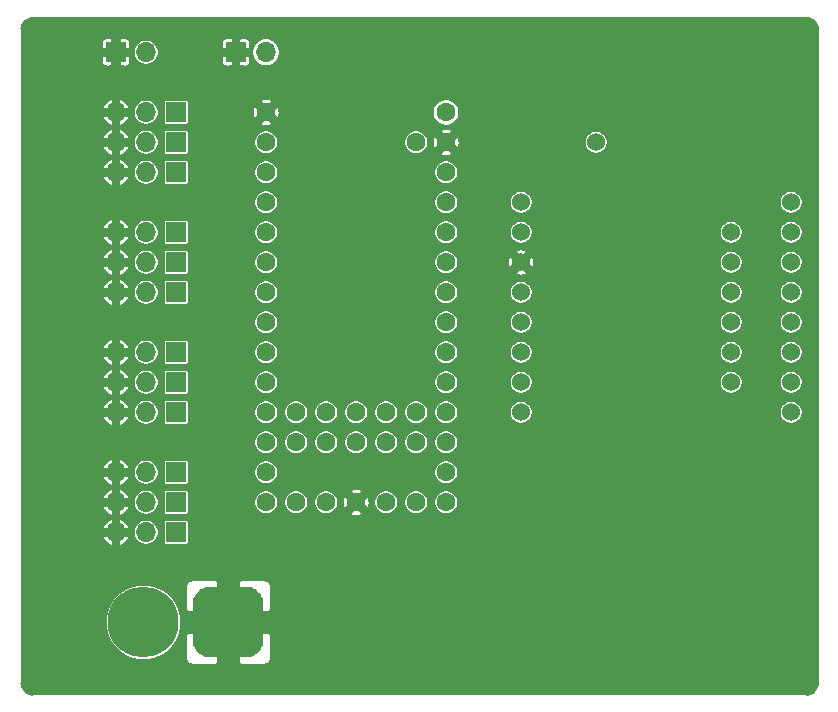
<source format=gbr>
G04 #@! TF.GenerationSoftware,KiCad,Pcbnew,(5.1.5)-3*
G04 #@! TF.CreationDate,2020-04-18T15:08:38-07:00*
G04 #@! TF.ProjectId,ServoPower2,53657276-6f50-46f7-9765-72322e6b6963,rev?*
G04 #@! TF.SameCoordinates,Original*
G04 #@! TF.FileFunction,Copper,L2,Bot*
G04 #@! TF.FilePolarity,Positive*
%FSLAX46Y46*%
G04 Gerber Fmt 4.6, Leading zero omitted, Abs format (unit mm)*
G04 Created by KiCad (PCBNEW (5.1.5)-3) date 2020-04-18 15:08:38*
%MOMM*%
%LPD*%
G04 APERTURE LIST*
%ADD10C,1.600000*%
%ADD11C,1.524000*%
%ADD12C,0.100000*%
%ADD13C,6.000000*%
%ADD14R,1.700000X1.700000*%
%ADD15O,1.700000X1.700000*%
%ADD16C,0.254000*%
G04 APERTURE END LIST*
D10*
X167640000Y-93980000D03*
X167640000Y-96520000D03*
X170180000Y-93980000D03*
X170180000Y-96520000D03*
X172720000Y-93980000D03*
X172720000Y-96520000D03*
X175260000Y-93980000D03*
X175260000Y-96520000D03*
X177800000Y-93980000D03*
X177800000Y-96520000D03*
X165100000Y-68580000D03*
X165100000Y-71120000D03*
X165100000Y-73660000D03*
X165100000Y-76200000D03*
X165100000Y-78740000D03*
X165100000Y-81280000D03*
X165100000Y-83820000D03*
X165100000Y-86360000D03*
X165100000Y-88900000D03*
X165100000Y-91440000D03*
X165100000Y-93980000D03*
X165100000Y-96520000D03*
X165100000Y-99060000D03*
X177800000Y-71120000D03*
X180340000Y-68580000D03*
X180340000Y-71120000D03*
X180340000Y-73660000D03*
X180340000Y-76200000D03*
X180340000Y-78740000D03*
X180340000Y-81280000D03*
X180340000Y-83820000D03*
X180340000Y-86360000D03*
X180340000Y-88900000D03*
X180340000Y-91440000D03*
X180340000Y-93980000D03*
X180340000Y-96520000D03*
X180340000Y-99060000D03*
X165100000Y-101600000D03*
X167640000Y-101600000D03*
X170180000Y-101600000D03*
X180340000Y-101600000D03*
X177800000Y-101600000D03*
X175260000Y-101600000D03*
X172720000Y-101600000D03*
D11*
X193040000Y-71120000D03*
X186690000Y-93980000D03*
X186690000Y-91440000D03*
X186690000Y-88900000D03*
X186690000Y-86360000D03*
X186690000Y-83820000D03*
X186690000Y-81280000D03*
X186690000Y-78740000D03*
X186690000Y-76200000D03*
X204470000Y-91440000D03*
X209550000Y-93980000D03*
X204470000Y-88900000D03*
X204470000Y-86360000D03*
X204470000Y-83820000D03*
X204470000Y-81280000D03*
X204470000Y-78740000D03*
X209550000Y-76200000D03*
X209550000Y-78740000D03*
X209550000Y-91440000D03*
X209550000Y-88900000D03*
X209550000Y-81280000D03*
X209550000Y-86360000D03*
X209550000Y-83820000D03*
G04 #@! TA.AperFunction,ComponentPad*
D12*
G36*
X163572026Y-108767223D02*
G01*
X163717635Y-108788822D01*
X163860427Y-108824589D01*
X163999025Y-108874181D01*
X164132095Y-108937118D01*
X164258355Y-109012796D01*
X164376590Y-109100484D01*
X164485660Y-109199340D01*
X164584516Y-109308410D01*
X164672204Y-109426645D01*
X164747882Y-109552905D01*
X164810819Y-109685975D01*
X164860411Y-109824573D01*
X164896178Y-109967365D01*
X164917777Y-110112974D01*
X164925000Y-110260000D01*
X164925000Y-113260000D01*
X164917777Y-113407026D01*
X164896178Y-113552635D01*
X164860411Y-113695427D01*
X164810819Y-113834025D01*
X164747882Y-113967095D01*
X164672204Y-114093355D01*
X164584516Y-114211590D01*
X164485660Y-114320660D01*
X164376590Y-114419516D01*
X164258355Y-114507204D01*
X164132095Y-114582882D01*
X163999025Y-114645819D01*
X163860427Y-114695411D01*
X163717635Y-114731178D01*
X163572026Y-114752777D01*
X163425000Y-114760000D01*
X160425000Y-114760000D01*
X160277974Y-114752777D01*
X160132365Y-114731178D01*
X159989573Y-114695411D01*
X159850975Y-114645819D01*
X159717905Y-114582882D01*
X159591645Y-114507204D01*
X159473410Y-114419516D01*
X159364340Y-114320660D01*
X159265484Y-114211590D01*
X159177796Y-114093355D01*
X159102118Y-113967095D01*
X159039181Y-113834025D01*
X158989589Y-113695427D01*
X158953822Y-113552635D01*
X158932223Y-113407026D01*
X158925000Y-113260000D01*
X158925000Y-110260000D01*
X158932223Y-110112974D01*
X158953822Y-109967365D01*
X158989589Y-109824573D01*
X159039181Y-109685975D01*
X159102118Y-109552905D01*
X159177796Y-109426645D01*
X159265484Y-109308410D01*
X159364340Y-109199340D01*
X159473410Y-109100484D01*
X159591645Y-109012796D01*
X159717905Y-108937118D01*
X159850975Y-108874181D01*
X159989573Y-108824589D01*
X160132365Y-108788822D01*
X160277974Y-108767223D01*
X160425000Y-108760000D01*
X163425000Y-108760000D01*
X163572026Y-108767223D01*
G37*
G04 #@! TD.AperFunction*
D13*
X154725000Y-111760000D03*
D14*
X162560000Y-63500000D03*
D15*
X165100000Y-63500000D03*
X154940000Y-63500000D03*
D14*
X152400000Y-63500000D03*
D15*
X152400000Y-104140000D03*
X154940000Y-104140000D03*
D14*
X157480000Y-104140000D03*
D15*
X152400000Y-93980000D03*
X154940000Y-93980000D03*
D14*
X157480000Y-93980000D03*
D15*
X152400000Y-83820000D03*
X154940000Y-83820000D03*
D14*
X157480000Y-83820000D03*
D15*
X152400000Y-101600000D03*
X154940000Y-101600000D03*
D14*
X157480000Y-101600000D03*
D15*
X152400000Y-91440000D03*
X154940000Y-91440000D03*
D14*
X157480000Y-91440000D03*
D15*
X152400000Y-81280000D03*
X154940000Y-81280000D03*
D14*
X157480000Y-81280000D03*
D15*
X152400000Y-99060000D03*
X154940000Y-99060000D03*
D14*
X157480000Y-99060000D03*
D15*
X152400000Y-88900000D03*
X154940000Y-88900000D03*
D14*
X157480000Y-88900000D03*
D15*
X152400000Y-78740000D03*
X154940000Y-78740000D03*
D14*
X157480000Y-78740000D03*
X157480000Y-68580000D03*
D15*
X154940000Y-68580000D03*
X152400000Y-68580000D03*
D14*
X157480000Y-73660000D03*
D15*
X154940000Y-73660000D03*
X152400000Y-73660000D03*
X152400000Y-71120000D03*
X154940000Y-71120000D03*
D14*
X157480000Y-71120000D03*
D16*
G36*
X145355406Y-60624600D02*
G01*
X145400076Y-60629000D01*
X210834924Y-60629000D01*
X210879594Y-60624600D01*
X210913025Y-60614459D01*
X211012223Y-60624185D01*
X211197130Y-60680012D01*
X211367668Y-60770688D01*
X211517347Y-60892762D01*
X211640468Y-61041590D01*
X211732334Y-61211493D01*
X211789448Y-61395997D01*
X211800575Y-61501866D01*
X211790401Y-61535406D01*
X211786001Y-61580076D01*
X211786000Y-116854923D01*
X211790400Y-116899593D01*
X211800541Y-116933024D01*
X211790815Y-117032223D01*
X211734988Y-117217130D01*
X211644310Y-117387670D01*
X211522235Y-117537349D01*
X211373410Y-117660468D01*
X211203511Y-117752332D01*
X211019003Y-117809448D01*
X210913136Y-117820575D01*
X210879594Y-117810400D01*
X210834924Y-117806000D01*
X145400076Y-117806000D01*
X145355406Y-117810400D01*
X145321975Y-117820541D01*
X145222777Y-117810815D01*
X145037870Y-117754988D01*
X144867330Y-117664310D01*
X144717651Y-117542235D01*
X144594532Y-117393410D01*
X144502668Y-117223511D01*
X144445552Y-117039003D01*
X144434425Y-116933136D01*
X144444600Y-116899594D01*
X144449000Y-116854924D01*
X144449000Y-111439509D01*
X151471000Y-111439509D01*
X151471000Y-112080491D01*
X151596049Y-112709157D01*
X151841342Y-113301347D01*
X152197453Y-113834304D01*
X152650696Y-114287547D01*
X153183653Y-114643658D01*
X153775843Y-114888951D01*
X154404509Y-115014000D01*
X155045491Y-115014000D01*
X155674157Y-114888951D01*
X155985472Y-114760000D01*
X158294966Y-114760000D01*
X158307072Y-114882914D01*
X158342924Y-115001104D01*
X158401146Y-115110028D01*
X158479499Y-115205501D01*
X158574972Y-115283854D01*
X158683896Y-115342076D01*
X158802086Y-115377928D01*
X158925000Y-115390034D01*
X160895250Y-115387000D01*
X161052000Y-115230250D01*
X161052000Y-112633000D01*
X162798000Y-112633000D01*
X162798000Y-115230250D01*
X162954750Y-115387000D01*
X164925000Y-115390034D01*
X165047914Y-115377928D01*
X165166104Y-115342076D01*
X165275028Y-115283854D01*
X165370501Y-115205501D01*
X165448854Y-115110028D01*
X165507076Y-115001104D01*
X165542928Y-114882914D01*
X165555034Y-114760000D01*
X165552000Y-112789750D01*
X165395250Y-112633000D01*
X162798000Y-112633000D01*
X161052000Y-112633000D01*
X158454750Y-112633000D01*
X158298000Y-112789750D01*
X158294966Y-114760000D01*
X155985472Y-114760000D01*
X156266347Y-114643658D01*
X156799304Y-114287547D01*
X157252547Y-113834304D01*
X157608658Y-113301347D01*
X157853951Y-112709157D01*
X157979000Y-112080491D01*
X157979000Y-111439509D01*
X157853951Y-110810843D01*
X157608658Y-110218653D01*
X157252547Y-109685696D01*
X156799304Y-109232453D01*
X156266347Y-108876342D01*
X155985473Y-108760000D01*
X158294966Y-108760000D01*
X158298000Y-110730250D01*
X158454750Y-110887000D01*
X161052000Y-110887000D01*
X161052000Y-108289750D01*
X162798000Y-108289750D01*
X162798000Y-110887000D01*
X165395250Y-110887000D01*
X165552000Y-110730250D01*
X165555034Y-108760000D01*
X165542928Y-108637086D01*
X165507076Y-108518896D01*
X165448854Y-108409972D01*
X165370501Y-108314499D01*
X165275028Y-108236146D01*
X165166104Y-108177924D01*
X165047914Y-108142072D01*
X164925000Y-108129966D01*
X162954750Y-108133000D01*
X162798000Y-108289750D01*
X161052000Y-108289750D01*
X160895250Y-108133000D01*
X158925000Y-108129966D01*
X158802086Y-108142072D01*
X158683896Y-108177924D01*
X158574972Y-108236146D01*
X158479499Y-108314499D01*
X158401146Y-108409972D01*
X158342924Y-108518896D01*
X158307072Y-108637086D01*
X158294966Y-108760000D01*
X155985473Y-108760000D01*
X155674157Y-108631049D01*
X155045491Y-108506000D01*
X154404509Y-108506000D01*
X153775843Y-108631049D01*
X153183653Y-108876342D01*
X152650696Y-109232453D01*
X152197453Y-109685696D01*
X151841342Y-110218653D01*
X151596049Y-110810843D01*
X151471000Y-111439509D01*
X144449000Y-111439509D01*
X144449000Y-104573571D01*
X151247870Y-104573571D01*
X151354593Y-104790009D01*
X151501491Y-104981468D01*
X151682918Y-105140590D01*
X151891902Y-105261260D01*
X151966431Y-105292119D01*
X152152000Y-105248343D01*
X152152000Y-104388000D01*
X152648000Y-104388000D01*
X152648000Y-105248343D01*
X152833569Y-105292119D01*
X152908098Y-105261260D01*
X153117082Y-105140590D01*
X153298509Y-104981468D01*
X153445407Y-104790009D01*
X153552130Y-104573571D01*
X153510521Y-104388000D01*
X152648000Y-104388000D01*
X152152000Y-104388000D01*
X151289479Y-104388000D01*
X151247870Y-104573571D01*
X144449000Y-104573571D01*
X144449000Y-104031265D01*
X153836000Y-104031265D01*
X153836000Y-104248735D01*
X153878426Y-104462025D01*
X153961648Y-104662940D01*
X154082467Y-104843759D01*
X154236241Y-104997533D01*
X154417060Y-105118352D01*
X154617975Y-105201574D01*
X154831265Y-105244000D01*
X155048735Y-105244000D01*
X155262025Y-105201574D01*
X155462940Y-105118352D01*
X155643759Y-104997533D01*
X155797533Y-104843759D01*
X155918352Y-104662940D01*
X156001574Y-104462025D01*
X156044000Y-104248735D01*
X156044000Y-104031265D01*
X156001574Y-103817975D01*
X155918352Y-103617060D01*
X155797533Y-103436241D01*
X155651292Y-103290000D01*
X156374772Y-103290000D01*
X156374772Y-104990000D01*
X156379676Y-105039793D01*
X156394200Y-105087672D01*
X156417786Y-105131797D01*
X156449527Y-105170473D01*
X156488203Y-105202214D01*
X156532328Y-105225800D01*
X156580207Y-105240324D01*
X156630000Y-105245228D01*
X158330000Y-105245228D01*
X158379793Y-105240324D01*
X158427672Y-105225800D01*
X158471797Y-105202214D01*
X158510473Y-105170473D01*
X158542214Y-105131797D01*
X158565800Y-105087672D01*
X158580324Y-105039793D01*
X158585228Y-104990000D01*
X158585228Y-103290000D01*
X158580324Y-103240207D01*
X158565800Y-103192328D01*
X158542214Y-103148203D01*
X158510473Y-103109527D01*
X158471797Y-103077786D01*
X158427672Y-103054200D01*
X158379793Y-103039676D01*
X158330000Y-103034772D01*
X156630000Y-103034772D01*
X156580207Y-103039676D01*
X156532328Y-103054200D01*
X156488203Y-103077786D01*
X156449527Y-103109527D01*
X156417786Y-103148203D01*
X156394200Y-103192328D01*
X156379676Y-103240207D01*
X156374772Y-103290000D01*
X155651292Y-103290000D01*
X155643759Y-103282467D01*
X155462940Y-103161648D01*
X155262025Y-103078426D01*
X155048735Y-103036000D01*
X154831265Y-103036000D01*
X154617975Y-103078426D01*
X154417060Y-103161648D01*
X154236241Y-103282467D01*
X154082467Y-103436241D01*
X153961648Y-103617060D01*
X153878426Y-103817975D01*
X153836000Y-104031265D01*
X144449000Y-104031265D01*
X144449000Y-103706429D01*
X151247870Y-103706429D01*
X151289479Y-103892000D01*
X152152000Y-103892000D01*
X152152000Y-103031657D01*
X152648000Y-103031657D01*
X152648000Y-103892000D01*
X153510521Y-103892000D01*
X153552130Y-103706429D01*
X153445407Y-103489991D01*
X153298509Y-103298532D01*
X153117082Y-103139410D01*
X152908098Y-103018740D01*
X152833569Y-102987881D01*
X152648000Y-103031657D01*
X152152000Y-103031657D01*
X151966431Y-102987881D01*
X151891902Y-103018740D01*
X151682918Y-103139410D01*
X151501491Y-103298532D01*
X151354593Y-103489991D01*
X151247870Y-103706429D01*
X144449000Y-103706429D01*
X144449000Y-102033571D01*
X151247870Y-102033571D01*
X151354593Y-102250009D01*
X151501491Y-102441468D01*
X151682918Y-102600590D01*
X151891902Y-102721260D01*
X151966431Y-102752119D01*
X152152000Y-102708343D01*
X152152000Y-101848000D01*
X152648000Y-101848000D01*
X152648000Y-102708343D01*
X152833569Y-102752119D01*
X152908098Y-102721260D01*
X153117082Y-102600590D01*
X153298509Y-102441468D01*
X153445407Y-102250009D01*
X153552130Y-102033571D01*
X153510521Y-101848000D01*
X152648000Y-101848000D01*
X152152000Y-101848000D01*
X151289479Y-101848000D01*
X151247870Y-102033571D01*
X144449000Y-102033571D01*
X144449000Y-101491265D01*
X153836000Y-101491265D01*
X153836000Y-101708735D01*
X153878426Y-101922025D01*
X153961648Y-102122940D01*
X154082467Y-102303759D01*
X154236241Y-102457533D01*
X154417060Y-102578352D01*
X154617975Y-102661574D01*
X154831265Y-102704000D01*
X155048735Y-102704000D01*
X155262025Y-102661574D01*
X155462940Y-102578352D01*
X155643759Y-102457533D01*
X155797533Y-102303759D01*
X155918352Y-102122940D01*
X156001574Y-101922025D01*
X156044000Y-101708735D01*
X156044000Y-101491265D01*
X156001574Y-101277975D01*
X155918352Y-101077060D01*
X155797533Y-100896241D01*
X155651292Y-100750000D01*
X156374772Y-100750000D01*
X156374772Y-102450000D01*
X156379676Y-102499793D01*
X156394200Y-102547672D01*
X156417786Y-102591797D01*
X156449527Y-102630473D01*
X156488203Y-102662214D01*
X156532328Y-102685800D01*
X156580207Y-102700324D01*
X156630000Y-102705228D01*
X158330000Y-102705228D01*
X158379793Y-102700324D01*
X158427672Y-102685800D01*
X158471797Y-102662214D01*
X158510473Y-102630473D01*
X158542214Y-102591797D01*
X158565800Y-102547672D01*
X158580324Y-102499793D01*
X158585228Y-102450000D01*
X158585228Y-101496190D01*
X164046000Y-101496190D01*
X164046000Y-101703810D01*
X164086504Y-101907441D01*
X164165957Y-102099256D01*
X164281305Y-102271886D01*
X164428114Y-102418695D01*
X164600744Y-102534043D01*
X164792559Y-102613496D01*
X164996190Y-102654000D01*
X165203810Y-102654000D01*
X165407441Y-102613496D01*
X165599256Y-102534043D01*
X165771886Y-102418695D01*
X165918695Y-102271886D01*
X166034043Y-102099256D01*
X166113496Y-101907441D01*
X166154000Y-101703810D01*
X166154000Y-101496190D01*
X166586000Y-101496190D01*
X166586000Y-101703810D01*
X166626504Y-101907441D01*
X166705957Y-102099256D01*
X166821305Y-102271886D01*
X166968114Y-102418695D01*
X167140744Y-102534043D01*
X167332559Y-102613496D01*
X167536190Y-102654000D01*
X167743810Y-102654000D01*
X167947441Y-102613496D01*
X168139256Y-102534043D01*
X168311886Y-102418695D01*
X168458695Y-102271886D01*
X168574043Y-102099256D01*
X168653496Y-101907441D01*
X168694000Y-101703810D01*
X168694000Y-101496190D01*
X169126000Y-101496190D01*
X169126000Y-101703810D01*
X169166504Y-101907441D01*
X169245957Y-102099256D01*
X169361305Y-102271886D01*
X169508114Y-102418695D01*
X169680744Y-102534043D01*
X169872559Y-102613496D01*
X170076190Y-102654000D01*
X170283810Y-102654000D01*
X170487441Y-102613496D01*
X170679256Y-102534043D01*
X170689859Y-102526958D01*
X172143767Y-102526958D01*
X172238506Y-102684644D01*
X172459360Y-102757737D01*
X172690232Y-102786340D01*
X172922247Y-102769352D01*
X173146491Y-102707426D01*
X173201494Y-102684644D01*
X173296233Y-102526958D01*
X172720000Y-101950725D01*
X172143767Y-102526958D01*
X170689859Y-102526958D01*
X170851886Y-102418695D01*
X170998695Y-102271886D01*
X171114043Y-102099256D01*
X171193496Y-101907441D01*
X171234000Y-101703810D01*
X171234000Y-101570232D01*
X171533660Y-101570232D01*
X171550648Y-101802247D01*
X171612574Y-102026491D01*
X171635356Y-102081494D01*
X171793042Y-102176233D01*
X172369275Y-101600000D01*
X173070725Y-101600000D01*
X173646958Y-102176233D01*
X173804644Y-102081494D01*
X173877737Y-101860640D01*
X173906340Y-101629768D01*
X173896560Y-101496190D01*
X174206000Y-101496190D01*
X174206000Y-101703810D01*
X174246504Y-101907441D01*
X174325957Y-102099256D01*
X174441305Y-102271886D01*
X174588114Y-102418695D01*
X174760744Y-102534043D01*
X174952559Y-102613496D01*
X175156190Y-102654000D01*
X175363810Y-102654000D01*
X175567441Y-102613496D01*
X175759256Y-102534043D01*
X175931886Y-102418695D01*
X176078695Y-102271886D01*
X176194043Y-102099256D01*
X176273496Y-101907441D01*
X176314000Y-101703810D01*
X176314000Y-101496190D01*
X176746000Y-101496190D01*
X176746000Y-101703810D01*
X176786504Y-101907441D01*
X176865957Y-102099256D01*
X176981305Y-102271886D01*
X177128114Y-102418695D01*
X177300744Y-102534043D01*
X177492559Y-102613496D01*
X177696190Y-102654000D01*
X177903810Y-102654000D01*
X178107441Y-102613496D01*
X178299256Y-102534043D01*
X178471886Y-102418695D01*
X178618695Y-102271886D01*
X178734043Y-102099256D01*
X178813496Y-101907441D01*
X178854000Y-101703810D01*
X178854000Y-101496190D01*
X179286000Y-101496190D01*
X179286000Y-101703810D01*
X179326504Y-101907441D01*
X179405957Y-102099256D01*
X179521305Y-102271886D01*
X179668114Y-102418695D01*
X179840744Y-102534043D01*
X180032559Y-102613496D01*
X180236190Y-102654000D01*
X180443810Y-102654000D01*
X180647441Y-102613496D01*
X180839256Y-102534043D01*
X181011886Y-102418695D01*
X181158695Y-102271886D01*
X181274043Y-102099256D01*
X181353496Y-101907441D01*
X181394000Y-101703810D01*
X181394000Y-101496190D01*
X181353496Y-101292559D01*
X181274043Y-101100744D01*
X181158695Y-100928114D01*
X181011886Y-100781305D01*
X180839256Y-100665957D01*
X180647441Y-100586504D01*
X180443810Y-100546000D01*
X180236190Y-100546000D01*
X180032559Y-100586504D01*
X179840744Y-100665957D01*
X179668114Y-100781305D01*
X179521305Y-100928114D01*
X179405957Y-101100744D01*
X179326504Y-101292559D01*
X179286000Y-101496190D01*
X178854000Y-101496190D01*
X178813496Y-101292559D01*
X178734043Y-101100744D01*
X178618695Y-100928114D01*
X178471886Y-100781305D01*
X178299256Y-100665957D01*
X178107441Y-100586504D01*
X177903810Y-100546000D01*
X177696190Y-100546000D01*
X177492559Y-100586504D01*
X177300744Y-100665957D01*
X177128114Y-100781305D01*
X176981305Y-100928114D01*
X176865957Y-101100744D01*
X176786504Y-101292559D01*
X176746000Y-101496190D01*
X176314000Y-101496190D01*
X176273496Y-101292559D01*
X176194043Y-101100744D01*
X176078695Y-100928114D01*
X175931886Y-100781305D01*
X175759256Y-100665957D01*
X175567441Y-100586504D01*
X175363810Y-100546000D01*
X175156190Y-100546000D01*
X174952559Y-100586504D01*
X174760744Y-100665957D01*
X174588114Y-100781305D01*
X174441305Y-100928114D01*
X174325957Y-101100744D01*
X174246504Y-101292559D01*
X174206000Y-101496190D01*
X173896560Y-101496190D01*
X173889352Y-101397753D01*
X173827426Y-101173509D01*
X173804644Y-101118506D01*
X173646958Y-101023767D01*
X173070725Y-101600000D01*
X172369275Y-101600000D01*
X171793042Y-101023767D01*
X171635356Y-101118506D01*
X171562263Y-101339360D01*
X171533660Y-101570232D01*
X171234000Y-101570232D01*
X171234000Y-101496190D01*
X171193496Y-101292559D01*
X171114043Y-101100744D01*
X170998695Y-100928114D01*
X170851886Y-100781305D01*
X170689860Y-100673042D01*
X172143767Y-100673042D01*
X172720000Y-101249275D01*
X173296233Y-100673042D01*
X173201494Y-100515356D01*
X172980640Y-100442263D01*
X172749768Y-100413660D01*
X172517753Y-100430648D01*
X172293509Y-100492574D01*
X172238506Y-100515356D01*
X172143767Y-100673042D01*
X170689860Y-100673042D01*
X170679256Y-100665957D01*
X170487441Y-100586504D01*
X170283810Y-100546000D01*
X170076190Y-100546000D01*
X169872559Y-100586504D01*
X169680744Y-100665957D01*
X169508114Y-100781305D01*
X169361305Y-100928114D01*
X169245957Y-101100744D01*
X169166504Y-101292559D01*
X169126000Y-101496190D01*
X168694000Y-101496190D01*
X168653496Y-101292559D01*
X168574043Y-101100744D01*
X168458695Y-100928114D01*
X168311886Y-100781305D01*
X168139256Y-100665957D01*
X167947441Y-100586504D01*
X167743810Y-100546000D01*
X167536190Y-100546000D01*
X167332559Y-100586504D01*
X167140744Y-100665957D01*
X166968114Y-100781305D01*
X166821305Y-100928114D01*
X166705957Y-101100744D01*
X166626504Y-101292559D01*
X166586000Y-101496190D01*
X166154000Y-101496190D01*
X166113496Y-101292559D01*
X166034043Y-101100744D01*
X165918695Y-100928114D01*
X165771886Y-100781305D01*
X165599256Y-100665957D01*
X165407441Y-100586504D01*
X165203810Y-100546000D01*
X164996190Y-100546000D01*
X164792559Y-100586504D01*
X164600744Y-100665957D01*
X164428114Y-100781305D01*
X164281305Y-100928114D01*
X164165957Y-101100744D01*
X164086504Y-101292559D01*
X164046000Y-101496190D01*
X158585228Y-101496190D01*
X158585228Y-100750000D01*
X158580324Y-100700207D01*
X158565800Y-100652328D01*
X158542214Y-100608203D01*
X158510473Y-100569527D01*
X158471797Y-100537786D01*
X158427672Y-100514200D01*
X158379793Y-100499676D01*
X158330000Y-100494772D01*
X156630000Y-100494772D01*
X156580207Y-100499676D01*
X156532328Y-100514200D01*
X156488203Y-100537786D01*
X156449527Y-100569527D01*
X156417786Y-100608203D01*
X156394200Y-100652328D01*
X156379676Y-100700207D01*
X156374772Y-100750000D01*
X155651292Y-100750000D01*
X155643759Y-100742467D01*
X155462940Y-100621648D01*
X155262025Y-100538426D01*
X155048735Y-100496000D01*
X154831265Y-100496000D01*
X154617975Y-100538426D01*
X154417060Y-100621648D01*
X154236241Y-100742467D01*
X154082467Y-100896241D01*
X153961648Y-101077060D01*
X153878426Y-101277975D01*
X153836000Y-101491265D01*
X144449000Y-101491265D01*
X144449000Y-101166429D01*
X151247870Y-101166429D01*
X151289479Y-101352000D01*
X152152000Y-101352000D01*
X152152000Y-100491657D01*
X152648000Y-100491657D01*
X152648000Y-101352000D01*
X153510521Y-101352000D01*
X153552130Y-101166429D01*
X153445407Y-100949991D01*
X153298509Y-100758532D01*
X153117082Y-100599410D01*
X152908098Y-100478740D01*
X152833569Y-100447881D01*
X152648000Y-100491657D01*
X152152000Y-100491657D01*
X151966431Y-100447881D01*
X151891902Y-100478740D01*
X151682918Y-100599410D01*
X151501491Y-100758532D01*
X151354593Y-100949991D01*
X151247870Y-101166429D01*
X144449000Y-101166429D01*
X144449000Y-99493571D01*
X151247870Y-99493571D01*
X151354593Y-99710009D01*
X151501491Y-99901468D01*
X151682918Y-100060590D01*
X151891902Y-100181260D01*
X151966431Y-100212119D01*
X152152000Y-100168343D01*
X152152000Y-99308000D01*
X152648000Y-99308000D01*
X152648000Y-100168343D01*
X152833569Y-100212119D01*
X152908098Y-100181260D01*
X153117082Y-100060590D01*
X153298509Y-99901468D01*
X153445407Y-99710009D01*
X153552130Y-99493571D01*
X153510521Y-99308000D01*
X152648000Y-99308000D01*
X152152000Y-99308000D01*
X151289479Y-99308000D01*
X151247870Y-99493571D01*
X144449000Y-99493571D01*
X144449000Y-98951265D01*
X153836000Y-98951265D01*
X153836000Y-99168735D01*
X153878426Y-99382025D01*
X153961648Y-99582940D01*
X154082467Y-99763759D01*
X154236241Y-99917533D01*
X154417060Y-100038352D01*
X154617975Y-100121574D01*
X154831265Y-100164000D01*
X155048735Y-100164000D01*
X155262025Y-100121574D01*
X155462940Y-100038352D01*
X155643759Y-99917533D01*
X155797533Y-99763759D01*
X155918352Y-99582940D01*
X156001574Y-99382025D01*
X156044000Y-99168735D01*
X156044000Y-98951265D01*
X156001574Y-98737975D01*
X155918352Y-98537060D01*
X155797533Y-98356241D01*
X155651292Y-98210000D01*
X156374772Y-98210000D01*
X156374772Y-99910000D01*
X156379676Y-99959793D01*
X156394200Y-100007672D01*
X156417786Y-100051797D01*
X156449527Y-100090473D01*
X156488203Y-100122214D01*
X156532328Y-100145800D01*
X156580207Y-100160324D01*
X156630000Y-100165228D01*
X158330000Y-100165228D01*
X158379793Y-100160324D01*
X158427672Y-100145800D01*
X158471797Y-100122214D01*
X158510473Y-100090473D01*
X158542214Y-100051797D01*
X158565800Y-100007672D01*
X158580324Y-99959793D01*
X158585228Y-99910000D01*
X158585228Y-98956190D01*
X164046000Y-98956190D01*
X164046000Y-99163810D01*
X164086504Y-99367441D01*
X164165957Y-99559256D01*
X164281305Y-99731886D01*
X164428114Y-99878695D01*
X164600744Y-99994043D01*
X164792559Y-100073496D01*
X164996190Y-100114000D01*
X165203810Y-100114000D01*
X165407441Y-100073496D01*
X165599256Y-99994043D01*
X165771886Y-99878695D01*
X165918695Y-99731886D01*
X166034043Y-99559256D01*
X166113496Y-99367441D01*
X166154000Y-99163810D01*
X166154000Y-98956190D01*
X179286000Y-98956190D01*
X179286000Y-99163810D01*
X179326504Y-99367441D01*
X179405957Y-99559256D01*
X179521305Y-99731886D01*
X179668114Y-99878695D01*
X179840744Y-99994043D01*
X180032559Y-100073496D01*
X180236190Y-100114000D01*
X180443810Y-100114000D01*
X180647441Y-100073496D01*
X180839256Y-99994043D01*
X181011886Y-99878695D01*
X181158695Y-99731886D01*
X181274043Y-99559256D01*
X181353496Y-99367441D01*
X181394000Y-99163810D01*
X181394000Y-98956190D01*
X181353496Y-98752559D01*
X181274043Y-98560744D01*
X181158695Y-98388114D01*
X181011886Y-98241305D01*
X180839256Y-98125957D01*
X180647441Y-98046504D01*
X180443810Y-98006000D01*
X180236190Y-98006000D01*
X180032559Y-98046504D01*
X179840744Y-98125957D01*
X179668114Y-98241305D01*
X179521305Y-98388114D01*
X179405957Y-98560744D01*
X179326504Y-98752559D01*
X179286000Y-98956190D01*
X166154000Y-98956190D01*
X166113496Y-98752559D01*
X166034043Y-98560744D01*
X165918695Y-98388114D01*
X165771886Y-98241305D01*
X165599256Y-98125957D01*
X165407441Y-98046504D01*
X165203810Y-98006000D01*
X164996190Y-98006000D01*
X164792559Y-98046504D01*
X164600744Y-98125957D01*
X164428114Y-98241305D01*
X164281305Y-98388114D01*
X164165957Y-98560744D01*
X164086504Y-98752559D01*
X164046000Y-98956190D01*
X158585228Y-98956190D01*
X158585228Y-98210000D01*
X158580324Y-98160207D01*
X158565800Y-98112328D01*
X158542214Y-98068203D01*
X158510473Y-98029527D01*
X158471797Y-97997786D01*
X158427672Y-97974200D01*
X158379793Y-97959676D01*
X158330000Y-97954772D01*
X156630000Y-97954772D01*
X156580207Y-97959676D01*
X156532328Y-97974200D01*
X156488203Y-97997786D01*
X156449527Y-98029527D01*
X156417786Y-98068203D01*
X156394200Y-98112328D01*
X156379676Y-98160207D01*
X156374772Y-98210000D01*
X155651292Y-98210000D01*
X155643759Y-98202467D01*
X155462940Y-98081648D01*
X155262025Y-97998426D01*
X155048735Y-97956000D01*
X154831265Y-97956000D01*
X154617975Y-97998426D01*
X154417060Y-98081648D01*
X154236241Y-98202467D01*
X154082467Y-98356241D01*
X153961648Y-98537060D01*
X153878426Y-98737975D01*
X153836000Y-98951265D01*
X144449000Y-98951265D01*
X144449000Y-98626429D01*
X151247870Y-98626429D01*
X151289479Y-98812000D01*
X152152000Y-98812000D01*
X152152000Y-97951657D01*
X152648000Y-97951657D01*
X152648000Y-98812000D01*
X153510521Y-98812000D01*
X153552130Y-98626429D01*
X153445407Y-98409991D01*
X153298509Y-98218532D01*
X153117082Y-98059410D01*
X152908098Y-97938740D01*
X152833569Y-97907881D01*
X152648000Y-97951657D01*
X152152000Y-97951657D01*
X151966431Y-97907881D01*
X151891902Y-97938740D01*
X151682918Y-98059410D01*
X151501491Y-98218532D01*
X151354593Y-98409991D01*
X151247870Y-98626429D01*
X144449000Y-98626429D01*
X144449000Y-96416190D01*
X164046000Y-96416190D01*
X164046000Y-96623810D01*
X164086504Y-96827441D01*
X164165957Y-97019256D01*
X164281305Y-97191886D01*
X164428114Y-97338695D01*
X164600744Y-97454043D01*
X164792559Y-97533496D01*
X164996190Y-97574000D01*
X165203810Y-97574000D01*
X165407441Y-97533496D01*
X165599256Y-97454043D01*
X165771886Y-97338695D01*
X165918695Y-97191886D01*
X166034043Y-97019256D01*
X166113496Y-96827441D01*
X166154000Y-96623810D01*
X166154000Y-96416190D01*
X166586000Y-96416190D01*
X166586000Y-96623810D01*
X166626504Y-96827441D01*
X166705957Y-97019256D01*
X166821305Y-97191886D01*
X166968114Y-97338695D01*
X167140744Y-97454043D01*
X167332559Y-97533496D01*
X167536190Y-97574000D01*
X167743810Y-97574000D01*
X167947441Y-97533496D01*
X168139256Y-97454043D01*
X168311886Y-97338695D01*
X168458695Y-97191886D01*
X168574043Y-97019256D01*
X168653496Y-96827441D01*
X168694000Y-96623810D01*
X168694000Y-96416190D01*
X169126000Y-96416190D01*
X169126000Y-96623810D01*
X169166504Y-96827441D01*
X169245957Y-97019256D01*
X169361305Y-97191886D01*
X169508114Y-97338695D01*
X169680744Y-97454043D01*
X169872559Y-97533496D01*
X170076190Y-97574000D01*
X170283810Y-97574000D01*
X170487441Y-97533496D01*
X170679256Y-97454043D01*
X170851886Y-97338695D01*
X170998695Y-97191886D01*
X171114043Y-97019256D01*
X171193496Y-96827441D01*
X171234000Y-96623810D01*
X171234000Y-96416190D01*
X171666000Y-96416190D01*
X171666000Y-96623810D01*
X171706504Y-96827441D01*
X171785957Y-97019256D01*
X171901305Y-97191886D01*
X172048114Y-97338695D01*
X172220744Y-97454043D01*
X172412559Y-97533496D01*
X172616190Y-97574000D01*
X172823810Y-97574000D01*
X173027441Y-97533496D01*
X173219256Y-97454043D01*
X173391886Y-97338695D01*
X173538695Y-97191886D01*
X173654043Y-97019256D01*
X173733496Y-96827441D01*
X173774000Y-96623810D01*
X173774000Y-96416190D01*
X174206000Y-96416190D01*
X174206000Y-96623810D01*
X174246504Y-96827441D01*
X174325957Y-97019256D01*
X174441305Y-97191886D01*
X174588114Y-97338695D01*
X174760744Y-97454043D01*
X174952559Y-97533496D01*
X175156190Y-97574000D01*
X175363810Y-97574000D01*
X175567441Y-97533496D01*
X175759256Y-97454043D01*
X175931886Y-97338695D01*
X176078695Y-97191886D01*
X176194043Y-97019256D01*
X176273496Y-96827441D01*
X176314000Y-96623810D01*
X176314000Y-96416190D01*
X176746000Y-96416190D01*
X176746000Y-96623810D01*
X176786504Y-96827441D01*
X176865957Y-97019256D01*
X176981305Y-97191886D01*
X177128114Y-97338695D01*
X177300744Y-97454043D01*
X177492559Y-97533496D01*
X177696190Y-97574000D01*
X177903810Y-97574000D01*
X178107441Y-97533496D01*
X178299256Y-97454043D01*
X178471886Y-97338695D01*
X178618695Y-97191886D01*
X178734043Y-97019256D01*
X178813496Y-96827441D01*
X178854000Y-96623810D01*
X178854000Y-96416190D01*
X179286000Y-96416190D01*
X179286000Y-96623810D01*
X179326504Y-96827441D01*
X179405957Y-97019256D01*
X179521305Y-97191886D01*
X179668114Y-97338695D01*
X179840744Y-97454043D01*
X180032559Y-97533496D01*
X180236190Y-97574000D01*
X180443810Y-97574000D01*
X180647441Y-97533496D01*
X180839256Y-97454043D01*
X181011886Y-97338695D01*
X181158695Y-97191886D01*
X181274043Y-97019256D01*
X181353496Y-96827441D01*
X181394000Y-96623810D01*
X181394000Y-96416190D01*
X181353496Y-96212559D01*
X181274043Y-96020744D01*
X181158695Y-95848114D01*
X181011886Y-95701305D01*
X180839256Y-95585957D01*
X180647441Y-95506504D01*
X180443810Y-95466000D01*
X180236190Y-95466000D01*
X180032559Y-95506504D01*
X179840744Y-95585957D01*
X179668114Y-95701305D01*
X179521305Y-95848114D01*
X179405957Y-96020744D01*
X179326504Y-96212559D01*
X179286000Y-96416190D01*
X178854000Y-96416190D01*
X178813496Y-96212559D01*
X178734043Y-96020744D01*
X178618695Y-95848114D01*
X178471886Y-95701305D01*
X178299256Y-95585957D01*
X178107441Y-95506504D01*
X177903810Y-95466000D01*
X177696190Y-95466000D01*
X177492559Y-95506504D01*
X177300744Y-95585957D01*
X177128114Y-95701305D01*
X176981305Y-95848114D01*
X176865957Y-96020744D01*
X176786504Y-96212559D01*
X176746000Y-96416190D01*
X176314000Y-96416190D01*
X176273496Y-96212559D01*
X176194043Y-96020744D01*
X176078695Y-95848114D01*
X175931886Y-95701305D01*
X175759256Y-95585957D01*
X175567441Y-95506504D01*
X175363810Y-95466000D01*
X175156190Y-95466000D01*
X174952559Y-95506504D01*
X174760744Y-95585957D01*
X174588114Y-95701305D01*
X174441305Y-95848114D01*
X174325957Y-96020744D01*
X174246504Y-96212559D01*
X174206000Y-96416190D01*
X173774000Y-96416190D01*
X173733496Y-96212559D01*
X173654043Y-96020744D01*
X173538695Y-95848114D01*
X173391886Y-95701305D01*
X173219256Y-95585957D01*
X173027441Y-95506504D01*
X172823810Y-95466000D01*
X172616190Y-95466000D01*
X172412559Y-95506504D01*
X172220744Y-95585957D01*
X172048114Y-95701305D01*
X171901305Y-95848114D01*
X171785957Y-96020744D01*
X171706504Y-96212559D01*
X171666000Y-96416190D01*
X171234000Y-96416190D01*
X171193496Y-96212559D01*
X171114043Y-96020744D01*
X170998695Y-95848114D01*
X170851886Y-95701305D01*
X170679256Y-95585957D01*
X170487441Y-95506504D01*
X170283810Y-95466000D01*
X170076190Y-95466000D01*
X169872559Y-95506504D01*
X169680744Y-95585957D01*
X169508114Y-95701305D01*
X169361305Y-95848114D01*
X169245957Y-96020744D01*
X169166504Y-96212559D01*
X169126000Y-96416190D01*
X168694000Y-96416190D01*
X168653496Y-96212559D01*
X168574043Y-96020744D01*
X168458695Y-95848114D01*
X168311886Y-95701305D01*
X168139256Y-95585957D01*
X167947441Y-95506504D01*
X167743810Y-95466000D01*
X167536190Y-95466000D01*
X167332559Y-95506504D01*
X167140744Y-95585957D01*
X166968114Y-95701305D01*
X166821305Y-95848114D01*
X166705957Y-96020744D01*
X166626504Y-96212559D01*
X166586000Y-96416190D01*
X166154000Y-96416190D01*
X166113496Y-96212559D01*
X166034043Y-96020744D01*
X165918695Y-95848114D01*
X165771886Y-95701305D01*
X165599256Y-95585957D01*
X165407441Y-95506504D01*
X165203810Y-95466000D01*
X164996190Y-95466000D01*
X164792559Y-95506504D01*
X164600744Y-95585957D01*
X164428114Y-95701305D01*
X164281305Y-95848114D01*
X164165957Y-96020744D01*
X164086504Y-96212559D01*
X164046000Y-96416190D01*
X144449000Y-96416190D01*
X144449000Y-94413571D01*
X151247870Y-94413571D01*
X151354593Y-94630009D01*
X151501491Y-94821468D01*
X151682918Y-94980590D01*
X151891902Y-95101260D01*
X151966431Y-95132119D01*
X152152000Y-95088343D01*
X152152000Y-94228000D01*
X152648000Y-94228000D01*
X152648000Y-95088343D01*
X152833569Y-95132119D01*
X152908098Y-95101260D01*
X153117082Y-94980590D01*
X153298509Y-94821468D01*
X153445407Y-94630009D01*
X153552130Y-94413571D01*
X153510521Y-94228000D01*
X152648000Y-94228000D01*
X152152000Y-94228000D01*
X151289479Y-94228000D01*
X151247870Y-94413571D01*
X144449000Y-94413571D01*
X144449000Y-93871265D01*
X153836000Y-93871265D01*
X153836000Y-94088735D01*
X153878426Y-94302025D01*
X153961648Y-94502940D01*
X154082467Y-94683759D01*
X154236241Y-94837533D01*
X154417060Y-94958352D01*
X154617975Y-95041574D01*
X154831265Y-95084000D01*
X155048735Y-95084000D01*
X155262025Y-95041574D01*
X155462940Y-94958352D01*
X155643759Y-94837533D01*
X155797533Y-94683759D01*
X155918352Y-94502940D01*
X156001574Y-94302025D01*
X156044000Y-94088735D01*
X156044000Y-93871265D01*
X156001574Y-93657975D01*
X155918352Y-93457060D01*
X155797533Y-93276241D01*
X155651292Y-93130000D01*
X156374772Y-93130000D01*
X156374772Y-94830000D01*
X156379676Y-94879793D01*
X156394200Y-94927672D01*
X156417786Y-94971797D01*
X156449527Y-95010473D01*
X156488203Y-95042214D01*
X156532328Y-95065800D01*
X156580207Y-95080324D01*
X156630000Y-95085228D01*
X158330000Y-95085228D01*
X158379793Y-95080324D01*
X158427672Y-95065800D01*
X158471797Y-95042214D01*
X158510473Y-95010473D01*
X158542214Y-94971797D01*
X158565800Y-94927672D01*
X158580324Y-94879793D01*
X158585228Y-94830000D01*
X158585228Y-93876190D01*
X164046000Y-93876190D01*
X164046000Y-94083810D01*
X164086504Y-94287441D01*
X164165957Y-94479256D01*
X164281305Y-94651886D01*
X164428114Y-94798695D01*
X164600744Y-94914043D01*
X164792559Y-94993496D01*
X164996190Y-95034000D01*
X165203810Y-95034000D01*
X165407441Y-94993496D01*
X165599256Y-94914043D01*
X165771886Y-94798695D01*
X165918695Y-94651886D01*
X166034043Y-94479256D01*
X166113496Y-94287441D01*
X166154000Y-94083810D01*
X166154000Y-93876190D01*
X166586000Y-93876190D01*
X166586000Y-94083810D01*
X166626504Y-94287441D01*
X166705957Y-94479256D01*
X166821305Y-94651886D01*
X166968114Y-94798695D01*
X167140744Y-94914043D01*
X167332559Y-94993496D01*
X167536190Y-95034000D01*
X167743810Y-95034000D01*
X167947441Y-94993496D01*
X168139256Y-94914043D01*
X168311886Y-94798695D01*
X168458695Y-94651886D01*
X168574043Y-94479256D01*
X168653496Y-94287441D01*
X168694000Y-94083810D01*
X168694000Y-93876190D01*
X169126000Y-93876190D01*
X169126000Y-94083810D01*
X169166504Y-94287441D01*
X169245957Y-94479256D01*
X169361305Y-94651886D01*
X169508114Y-94798695D01*
X169680744Y-94914043D01*
X169872559Y-94993496D01*
X170076190Y-95034000D01*
X170283810Y-95034000D01*
X170487441Y-94993496D01*
X170679256Y-94914043D01*
X170851886Y-94798695D01*
X170998695Y-94651886D01*
X171114043Y-94479256D01*
X171193496Y-94287441D01*
X171234000Y-94083810D01*
X171234000Y-93876190D01*
X171666000Y-93876190D01*
X171666000Y-94083810D01*
X171706504Y-94287441D01*
X171785957Y-94479256D01*
X171901305Y-94651886D01*
X172048114Y-94798695D01*
X172220744Y-94914043D01*
X172412559Y-94993496D01*
X172616190Y-95034000D01*
X172823810Y-95034000D01*
X173027441Y-94993496D01*
X173219256Y-94914043D01*
X173391886Y-94798695D01*
X173538695Y-94651886D01*
X173654043Y-94479256D01*
X173733496Y-94287441D01*
X173774000Y-94083810D01*
X173774000Y-93876190D01*
X174206000Y-93876190D01*
X174206000Y-94083810D01*
X174246504Y-94287441D01*
X174325957Y-94479256D01*
X174441305Y-94651886D01*
X174588114Y-94798695D01*
X174760744Y-94914043D01*
X174952559Y-94993496D01*
X175156190Y-95034000D01*
X175363810Y-95034000D01*
X175567441Y-94993496D01*
X175759256Y-94914043D01*
X175931886Y-94798695D01*
X176078695Y-94651886D01*
X176194043Y-94479256D01*
X176273496Y-94287441D01*
X176314000Y-94083810D01*
X176314000Y-93876190D01*
X176746000Y-93876190D01*
X176746000Y-94083810D01*
X176786504Y-94287441D01*
X176865957Y-94479256D01*
X176981305Y-94651886D01*
X177128114Y-94798695D01*
X177300744Y-94914043D01*
X177492559Y-94993496D01*
X177696190Y-95034000D01*
X177903810Y-95034000D01*
X178107441Y-94993496D01*
X178299256Y-94914043D01*
X178471886Y-94798695D01*
X178618695Y-94651886D01*
X178734043Y-94479256D01*
X178813496Y-94287441D01*
X178854000Y-94083810D01*
X178854000Y-93876190D01*
X179286000Y-93876190D01*
X179286000Y-94083810D01*
X179326504Y-94287441D01*
X179405957Y-94479256D01*
X179521305Y-94651886D01*
X179668114Y-94798695D01*
X179840744Y-94914043D01*
X180032559Y-94993496D01*
X180236190Y-95034000D01*
X180443810Y-95034000D01*
X180647441Y-94993496D01*
X180839256Y-94914043D01*
X181011886Y-94798695D01*
X181158695Y-94651886D01*
X181274043Y-94479256D01*
X181353496Y-94287441D01*
X181394000Y-94083810D01*
X181394000Y-93879933D01*
X185674000Y-93879933D01*
X185674000Y-94080067D01*
X185713044Y-94276356D01*
X185789632Y-94461256D01*
X185900821Y-94627662D01*
X186042338Y-94769179D01*
X186208744Y-94880368D01*
X186393644Y-94956956D01*
X186589933Y-94996000D01*
X186790067Y-94996000D01*
X186986356Y-94956956D01*
X187171256Y-94880368D01*
X187337662Y-94769179D01*
X187479179Y-94627662D01*
X187590368Y-94461256D01*
X187666956Y-94276356D01*
X187706000Y-94080067D01*
X187706000Y-93879933D01*
X208534000Y-93879933D01*
X208534000Y-94080067D01*
X208573044Y-94276356D01*
X208649632Y-94461256D01*
X208760821Y-94627662D01*
X208902338Y-94769179D01*
X209068744Y-94880368D01*
X209253644Y-94956956D01*
X209449933Y-94996000D01*
X209650067Y-94996000D01*
X209846356Y-94956956D01*
X210031256Y-94880368D01*
X210197662Y-94769179D01*
X210339179Y-94627662D01*
X210450368Y-94461256D01*
X210526956Y-94276356D01*
X210566000Y-94080067D01*
X210566000Y-93879933D01*
X210526956Y-93683644D01*
X210450368Y-93498744D01*
X210339179Y-93332338D01*
X210197662Y-93190821D01*
X210031256Y-93079632D01*
X209846356Y-93003044D01*
X209650067Y-92964000D01*
X209449933Y-92964000D01*
X209253644Y-93003044D01*
X209068744Y-93079632D01*
X208902338Y-93190821D01*
X208760821Y-93332338D01*
X208649632Y-93498744D01*
X208573044Y-93683644D01*
X208534000Y-93879933D01*
X187706000Y-93879933D01*
X187666956Y-93683644D01*
X187590368Y-93498744D01*
X187479179Y-93332338D01*
X187337662Y-93190821D01*
X187171256Y-93079632D01*
X186986356Y-93003044D01*
X186790067Y-92964000D01*
X186589933Y-92964000D01*
X186393644Y-93003044D01*
X186208744Y-93079632D01*
X186042338Y-93190821D01*
X185900821Y-93332338D01*
X185789632Y-93498744D01*
X185713044Y-93683644D01*
X185674000Y-93879933D01*
X181394000Y-93879933D01*
X181394000Y-93876190D01*
X181353496Y-93672559D01*
X181274043Y-93480744D01*
X181158695Y-93308114D01*
X181011886Y-93161305D01*
X180839256Y-93045957D01*
X180647441Y-92966504D01*
X180443810Y-92926000D01*
X180236190Y-92926000D01*
X180032559Y-92966504D01*
X179840744Y-93045957D01*
X179668114Y-93161305D01*
X179521305Y-93308114D01*
X179405957Y-93480744D01*
X179326504Y-93672559D01*
X179286000Y-93876190D01*
X178854000Y-93876190D01*
X178813496Y-93672559D01*
X178734043Y-93480744D01*
X178618695Y-93308114D01*
X178471886Y-93161305D01*
X178299256Y-93045957D01*
X178107441Y-92966504D01*
X177903810Y-92926000D01*
X177696190Y-92926000D01*
X177492559Y-92966504D01*
X177300744Y-93045957D01*
X177128114Y-93161305D01*
X176981305Y-93308114D01*
X176865957Y-93480744D01*
X176786504Y-93672559D01*
X176746000Y-93876190D01*
X176314000Y-93876190D01*
X176273496Y-93672559D01*
X176194043Y-93480744D01*
X176078695Y-93308114D01*
X175931886Y-93161305D01*
X175759256Y-93045957D01*
X175567441Y-92966504D01*
X175363810Y-92926000D01*
X175156190Y-92926000D01*
X174952559Y-92966504D01*
X174760744Y-93045957D01*
X174588114Y-93161305D01*
X174441305Y-93308114D01*
X174325957Y-93480744D01*
X174246504Y-93672559D01*
X174206000Y-93876190D01*
X173774000Y-93876190D01*
X173733496Y-93672559D01*
X173654043Y-93480744D01*
X173538695Y-93308114D01*
X173391886Y-93161305D01*
X173219256Y-93045957D01*
X173027441Y-92966504D01*
X172823810Y-92926000D01*
X172616190Y-92926000D01*
X172412559Y-92966504D01*
X172220744Y-93045957D01*
X172048114Y-93161305D01*
X171901305Y-93308114D01*
X171785957Y-93480744D01*
X171706504Y-93672559D01*
X171666000Y-93876190D01*
X171234000Y-93876190D01*
X171193496Y-93672559D01*
X171114043Y-93480744D01*
X170998695Y-93308114D01*
X170851886Y-93161305D01*
X170679256Y-93045957D01*
X170487441Y-92966504D01*
X170283810Y-92926000D01*
X170076190Y-92926000D01*
X169872559Y-92966504D01*
X169680744Y-93045957D01*
X169508114Y-93161305D01*
X169361305Y-93308114D01*
X169245957Y-93480744D01*
X169166504Y-93672559D01*
X169126000Y-93876190D01*
X168694000Y-93876190D01*
X168653496Y-93672559D01*
X168574043Y-93480744D01*
X168458695Y-93308114D01*
X168311886Y-93161305D01*
X168139256Y-93045957D01*
X167947441Y-92966504D01*
X167743810Y-92926000D01*
X167536190Y-92926000D01*
X167332559Y-92966504D01*
X167140744Y-93045957D01*
X166968114Y-93161305D01*
X166821305Y-93308114D01*
X166705957Y-93480744D01*
X166626504Y-93672559D01*
X166586000Y-93876190D01*
X166154000Y-93876190D01*
X166113496Y-93672559D01*
X166034043Y-93480744D01*
X165918695Y-93308114D01*
X165771886Y-93161305D01*
X165599256Y-93045957D01*
X165407441Y-92966504D01*
X165203810Y-92926000D01*
X164996190Y-92926000D01*
X164792559Y-92966504D01*
X164600744Y-93045957D01*
X164428114Y-93161305D01*
X164281305Y-93308114D01*
X164165957Y-93480744D01*
X164086504Y-93672559D01*
X164046000Y-93876190D01*
X158585228Y-93876190D01*
X158585228Y-93130000D01*
X158580324Y-93080207D01*
X158565800Y-93032328D01*
X158542214Y-92988203D01*
X158510473Y-92949527D01*
X158471797Y-92917786D01*
X158427672Y-92894200D01*
X158379793Y-92879676D01*
X158330000Y-92874772D01*
X156630000Y-92874772D01*
X156580207Y-92879676D01*
X156532328Y-92894200D01*
X156488203Y-92917786D01*
X156449527Y-92949527D01*
X156417786Y-92988203D01*
X156394200Y-93032328D01*
X156379676Y-93080207D01*
X156374772Y-93130000D01*
X155651292Y-93130000D01*
X155643759Y-93122467D01*
X155462940Y-93001648D01*
X155262025Y-92918426D01*
X155048735Y-92876000D01*
X154831265Y-92876000D01*
X154617975Y-92918426D01*
X154417060Y-93001648D01*
X154236241Y-93122467D01*
X154082467Y-93276241D01*
X153961648Y-93457060D01*
X153878426Y-93657975D01*
X153836000Y-93871265D01*
X144449000Y-93871265D01*
X144449000Y-93546429D01*
X151247870Y-93546429D01*
X151289479Y-93732000D01*
X152152000Y-93732000D01*
X152152000Y-92871657D01*
X152648000Y-92871657D01*
X152648000Y-93732000D01*
X153510521Y-93732000D01*
X153552130Y-93546429D01*
X153445407Y-93329991D01*
X153298509Y-93138532D01*
X153117082Y-92979410D01*
X152908098Y-92858740D01*
X152833569Y-92827881D01*
X152648000Y-92871657D01*
X152152000Y-92871657D01*
X151966431Y-92827881D01*
X151891902Y-92858740D01*
X151682918Y-92979410D01*
X151501491Y-93138532D01*
X151354593Y-93329991D01*
X151247870Y-93546429D01*
X144449000Y-93546429D01*
X144449000Y-91873571D01*
X151247870Y-91873571D01*
X151354593Y-92090009D01*
X151501491Y-92281468D01*
X151682918Y-92440590D01*
X151891902Y-92561260D01*
X151966431Y-92592119D01*
X152152000Y-92548343D01*
X152152000Y-91688000D01*
X152648000Y-91688000D01*
X152648000Y-92548343D01*
X152833569Y-92592119D01*
X152908098Y-92561260D01*
X153117082Y-92440590D01*
X153298509Y-92281468D01*
X153445407Y-92090009D01*
X153552130Y-91873571D01*
X153510521Y-91688000D01*
X152648000Y-91688000D01*
X152152000Y-91688000D01*
X151289479Y-91688000D01*
X151247870Y-91873571D01*
X144449000Y-91873571D01*
X144449000Y-91331265D01*
X153836000Y-91331265D01*
X153836000Y-91548735D01*
X153878426Y-91762025D01*
X153961648Y-91962940D01*
X154082467Y-92143759D01*
X154236241Y-92297533D01*
X154417060Y-92418352D01*
X154617975Y-92501574D01*
X154831265Y-92544000D01*
X155048735Y-92544000D01*
X155262025Y-92501574D01*
X155462940Y-92418352D01*
X155643759Y-92297533D01*
X155797533Y-92143759D01*
X155918352Y-91962940D01*
X156001574Y-91762025D01*
X156044000Y-91548735D01*
X156044000Y-91331265D01*
X156001574Y-91117975D01*
X155918352Y-90917060D01*
X155797533Y-90736241D01*
X155651292Y-90590000D01*
X156374772Y-90590000D01*
X156374772Y-92290000D01*
X156379676Y-92339793D01*
X156394200Y-92387672D01*
X156417786Y-92431797D01*
X156449527Y-92470473D01*
X156488203Y-92502214D01*
X156532328Y-92525800D01*
X156580207Y-92540324D01*
X156630000Y-92545228D01*
X158330000Y-92545228D01*
X158379793Y-92540324D01*
X158427672Y-92525800D01*
X158471797Y-92502214D01*
X158510473Y-92470473D01*
X158542214Y-92431797D01*
X158565800Y-92387672D01*
X158580324Y-92339793D01*
X158585228Y-92290000D01*
X158585228Y-91336190D01*
X164046000Y-91336190D01*
X164046000Y-91543810D01*
X164086504Y-91747441D01*
X164165957Y-91939256D01*
X164281305Y-92111886D01*
X164428114Y-92258695D01*
X164600744Y-92374043D01*
X164792559Y-92453496D01*
X164996190Y-92494000D01*
X165203810Y-92494000D01*
X165407441Y-92453496D01*
X165599256Y-92374043D01*
X165771886Y-92258695D01*
X165918695Y-92111886D01*
X166034043Y-91939256D01*
X166113496Y-91747441D01*
X166154000Y-91543810D01*
X166154000Y-91336190D01*
X179286000Y-91336190D01*
X179286000Y-91543810D01*
X179326504Y-91747441D01*
X179405957Y-91939256D01*
X179521305Y-92111886D01*
X179668114Y-92258695D01*
X179840744Y-92374043D01*
X180032559Y-92453496D01*
X180236190Y-92494000D01*
X180443810Y-92494000D01*
X180647441Y-92453496D01*
X180839256Y-92374043D01*
X181011886Y-92258695D01*
X181158695Y-92111886D01*
X181274043Y-91939256D01*
X181353496Y-91747441D01*
X181394000Y-91543810D01*
X181394000Y-91339933D01*
X185674000Y-91339933D01*
X185674000Y-91540067D01*
X185713044Y-91736356D01*
X185789632Y-91921256D01*
X185900821Y-92087662D01*
X186042338Y-92229179D01*
X186208744Y-92340368D01*
X186393644Y-92416956D01*
X186589933Y-92456000D01*
X186790067Y-92456000D01*
X186986356Y-92416956D01*
X187171256Y-92340368D01*
X187337662Y-92229179D01*
X187479179Y-92087662D01*
X187590368Y-91921256D01*
X187666956Y-91736356D01*
X187706000Y-91540067D01*
X187706000Y-91339933D01*
X203454000Y-91339933D01*
X203454000Y-91540067D01*
X203493044Y-91736356D01*
X203569632Y-91921256D01*
X203680821Y-92087662D01*
X203822338Y-92229179D01*
X203988744Y-92340368D01*
X204173644Y-92416956D01*
X204369933Y-92456000D01*
X204570067Y-92456000D01*
X204766356Y-92416956D01*
X204951256Y-92340368D01*
X205117662Y-92229179D01*
X205259179Y-92087662D01*
X205370368Y-91921256D01*
X205446956Y-91736356D01*
X205486000Y-91540067D01*
X205486000Y-91339933D01*
X208534000Y-91339933D01*
X208534000Y-91540067D01*
X208573044Y-91736356D01*
X208649632Y-91921256D01*
X208760821Y-92087662D01*
X208902338Y-92229179D01*
X209068744Y-92340368D01*
X209253644Y-92416956D01*
X209449933Y-92456000D01*
X209650067Y-92456000D01*
X209846356Y-92416956D01*
X210031256Y-92340368D01*
X210197662Y-92229179D01*
X210339179Y-92087662D01*
X210450368Y-91921256D01*
X210526956Y-91736356D01*
X210566000Y-91540067D01*
X210566000Y-91339933D01*
X210526956Y-91143644D01*
X210450368Y-90958744D01*
X210339179Y-90792338D01*
X210197662Y-90650821D01*
X210031256Y-90539632D01*
X209846356Y-90463044D01*
X209650067Y-90424000D01*
X209449933Y-90424000D01*
X209253644Y-90463044D01*
X209068744Y-90539632D01*
X208902338Y-90650821D01*
X208760821Y-90792338D01*
X208649632Y-90958744D01*
X208573044Y-91143644D01*
X208534000Y-91339933D01*
X205486000Y-91339933D01*
X205446956Y-91143644D01*
X205370368Y-90958744D01*
X205259179Y-90792338D01*
X205117662Y-90650821D01*
X204951256Y-90539632D01*
X204766356Y-90463044D01*
X204570067Y-90424000D01*
X204369933Y-90424000D01*
X204173644Y-90463044D01*
X203988744Y-90539632D01*
X203822338Y-90650821D01*
X203680821Y-90792338D01*
X203569632Y-90958744D01*
X203493044Y-91143644D01*
X203454000Y-91339933D01*
X187706000Y-91339933D01*
X187666956Y-91143644D01*
X187590368Y-90958744D01*
X187479179Y-90792338D01*
X187337662Y-90650821D01*
X187171256Y-90539632D01*
X186986356Y-90463044D01*
X186790067Y-90424000D01*
X186589933Y-90424000D01*
X186393644Y-90463044D01*
X186208744Y-90539632D01*
X186042338Y-90650821D01*
X185900821Y-90792338D01*
X185789632Y-90958744D01*
X185713044Y-91143644D01*
X185674000Y-91339933D01*
X181394000Y-91339933D01*
X181394000Y-91336190D01*
X181353496Y-91132559D01*
X181274043Y-90940744D01*
X181158695Y-90768114D01*
X181011886Y-90621305D01*
X180839256Y-90505957D01*
X180647441Y-90426504D01*
X180443810Y-90386000D01*
X180236190Y-90386000D01*
X180032559Y-90426504D01*
X179840744Y-90505957D01*
X179668114Y-90621305D01*
X179521305Y-90768114D01*
X179405957Y-90940744D01*
X179326504Y-91132559D01*
X179286000Y-91336190D01*
X166154000Y-91336190D01*
X166113496Y-91132559D01*
X166034043Y-90940744D01*
X165918695Y-90768114D01*
X165771886Y-90621305D01*
X165599256Y-90505957D01*
X165407441Y-90426504D01*
X165203810Y-90386000D01*
X164996190Y-90386000D01*
X164792559Y-90426504D01*
X164600744Y-90505957D01*
X164428114Y-90621305D01*
X164281305Y-90768114D01*
X164165957Y-90940744D01*
X164086504Y-91132559D01*
X164046000Y-91336190D01*
X158585228Y-91336190D01*
X158585228Y-90590000D01*
X158580324Y-90540207D01*
X158565800Y-90492328D01*
X158542214Y-90448203D01*
X158510473Y-90409527D01*
X158471797Y-90377786D01*
X158427672Y-90354200D01*
X158379793Y-90339676D01*
X158330000Y-90334772D01*
X156630000Y-90334772D01*
X156580207Y-90339676D01*
X156532328Y-90354200D01*
X156488203Y-90377786D01*
X156449527Y-90409527D01*
X156417786Y-90448203D01*
X156394200Y-90492328D01*
X156379676Y-90540207D01*
X156374772Y-90590000D01*
X155651292Y-90590000D01*
X155643759Y-90582467D01*
X155462940Y-90461648D01*
X155262025Y-90378426D01*
X155048735Y-90336000D01*
X154831265Y-90336000D01*
X154617975Y-90378426D01*
X154417060Y-90461648D01*
X154236241Y-90582467D01*
X154082467Y-90736241D01*
X153961648Y-90917060D01*
X153878426Y-91117975D01*
X153836000Y-91331265D01*
X144449000Y-91331265D01*
X144449000Y-91006429D01*
X151247870Y-91006429D01*
X151289479Y-91192000D01*
X152152000Y-91192000D01*
X152152000Y-90331657D01*
X152648000Y-90331657D01*
X152648000Y-91192000D01*
X153510521Y-91192000D01*
X153552130Y-91006429D01*
X153445407Y-90789991D01*
X153298509Y-90598532D01*
X153117082Y-90439410D01*
X152908098Y-90318740D01*
X152833569Y-90287881D01*
X152648000Y-90331657D01*
X152152000Y-90331657D01*
X151966431Y-90287881D01*
X151891902Y-90318740D01*
X151682918Y-90439410D01*
X151501491Y-90598532D01*
X151354593Y-90789991D01*
X151247870Y-91006429D01*
X144449000Y-91006429D01*
X144449000Y-89333571D01*
X151247870Y-89333571D01*
X151354593Y-89550009D01*
X151501491Y-89741468D01*
X151682918Y-89900590D01*
X151891902Y-90021260D01*
X151966431Y-90052119D01*
X152152000Y-90008343D01*
X152152000Y-89148000D01*
X152648000Y-89148000D01*
X152648000Y-90008343D01*
X152833569Y-90052119D01*
X152908098Y-90021260D01*
X153117082Y-89900590D01*
X153298509Y-89741468D01*
X153445407Y-89550009D01*
X153552130Y-89333571D01*
X153510521Y-89148000D01*
X152648000Y-89148000D01*
X152152000Y-89148000D01*
X151289479Y-89148000D01*
X151247870Y-89333571D01*
X144449000Y-89333571D01*
X144449000Y-88791265D01*
X153836000Y-88791265D01*
X153836000Y-89008735D01*
X153878426Y-89222025D01*
X153961648Y-89422940D01*
X154082467Y-89603759D01*
X154236241Y-89757533D01*
X154417060Y-89878352D01*
X154617975Y-89961574D01*
X154831265Y-90004000D01*
X155048735Y-90004000D01*
X155262025Y-89961574D01*
X155462940Y-89878352D01*
X155643759Y-89757533D01*
X155797533Y-89603759D01*
X155918352Y-89422940D01*
X156001574Y-89222025D01*
X156044000Y-89008735D01*
X156044000Y-88791265D01*
X156001574Y-88577975D01*
X155918352Y-88377060D01*
X155797533Y-88196241D01*
X155651292Y-88050000D01*
X156374772Y-88050000D01*
X156374772Y-89750000D01*
X156379676Y-89799793D01*
X156394200Y-89847672D01*
X156417786Y-89891797D01*
X156449527Y-89930473D01*
X156488203Y-89962214D01*
X156532328Y-89985800D01*
X156580207Y-90000324D01*
X156630000Y-90005228D01*
X158330000Y-90005228D01*
X158379793Y-90000324D01*
X158427672Y-89985800D01*
X158471797Y-89962214D01*
X158510473Y-89930473D01*
X158542214Y-89891797D01*
X158565800Y-89847672D01*
X158580324Y-89799793D01*
X158585228Y-89750000D01*
X158585228Y-88796190D01*
X164046000Y-88796190D01*
X164046000Y-89003810D01*
X164086504Y-89207441D01*
X164165957Y-89399256D01*
X164281305Y-89571886D01*
X164428114Y-89718695D01*
X164600744Y-89834043D01*
X164792559Y-89913496D01*
X164996190Y-89954000D01*
X165203810Y-89954000D01*
X165407441Y-89913496D01*
X165599256Y-89834043D01*
X165771886Y-89718695D01*
X165918695Y-89571886D01*
X166034043Y-89399256D01*
X166113496Y-89207441D01*
X166154000Y-89003810D01*
X166154000Y-88796190D01*
X179286000Y-88796190D01*
X179286000Y-89003810D01*
X179326504Y-89207441D01*
X179405957Y-89399256D01*
X179521305Y-89571886D01*
X179668114Y-89718695D01*
X179840744Y-89834043D01*
X180032559Y-89913496D01*
X180236190Y-89954000D01*
X180443810Y-89954000D01*
X180647441Y-89913496D01*
X180839256Y-89834043D01*
X181011886Y-89718695D01*
X181158695Y-89571886D01*
X181274043Y-89399256D01*
X181353496Y-89207441D01*
X181394000Y-89003810D01*
X181394000Y-88799933D01*
X185674000Y-88799933D01*
X185674000Y-89000067D01*
X185713044Y-89196356D01*
X185789632Y-89381256D01*
X185900821Y-89547662D01*
X186042338Y-89689179D01*
X186208744Y-89800368D01*
X186393644Y-89876956D01*
X186589933Y-89916000D01*
X186790067Y-89916000D01*
X186986356Y-89876956D01*
X187171256Y-89800368D01*
X187337662Y-89689179D01*
X187479179Y-89547662D01*
X187590368Y-89381256D01*
X187666956Y-89196356D01*
X187706000Y-89000067D01*
X187706000Y-88799933D01*
X203454000Y-88799933D01*
X203454000Y-89000067D01*
X203493044Y-89196356D01*
X203569632Y-89381256D01*
X203680821Y-89547662D01*
X203822338Y-89689179D01*
X203988744Y-89800368D01*
X204173644Y-89876956D01*
X204369933Y-89916000D01*
X204570067Y-89916000D01*
X204766356Y-89876956D01*
X204951256Y-89800368D01*
X205117662Y-89689179D01*
X205259179Y-89547662D01*
X205370368Y-89381256D01*
X205446956Y-89196356D01*
X205486000Y-89000067D01*
X205486000Y-88799933D01*
X208534000Y-88799933D01*
X208534000Y-89000067D01*
X208573044Y-89196356D01*
X208649632Y-89381256D01*
X208760821Y-89547662D01*
X208902338Y-89689179D01*
X209068744Y-89800368D01*
X209253644Y-89876956D01*
X209449933Y-89916000D01*
X209650067Y-89916000D01*
X209846356Y-89876956D01*
X210031256Y-89800368D01*
X210197662Y-89689179D01*
X210339179Y-89547662D01*
X210450368Y-89381256D01*
X210526956Y-89196356D01*
X210566000Y-89000067D01*
X210566000Y-88799933D01*
X210526956Y-88603644D01*
X210450368Y-88418744D01*
X210339179Y-88252338D01*
X210197662Y-88110821D01*
X210031256Y-87999632D01*
X209846356Y-87923044D01*
X209650067Y-87884000D01*
X209449933Y-87884000D01*
X209253644Y-87923044D01*
X209068744Y-87999632D01*
X208902338Y-88110821D01*
X208760821Y-88252338D01*
X208649632Y-88418744D01*
X208573044Y-88603644D01*
X208534000Y-88799933D01*
X205486000Y-88799933D01*
X205446956Y-88603644D01*
X205370368Y-88418744D01*
X205259179Y-88252338D01*
X205117662Y-88110821D01*
X204951256Y-87999632D01*
X204766356Y-87923044D01*
X204570067Y-87884000D01*
X204369933Y-87884000D01*
X204173644Y-87923044D01*
X203988744Y-87999632D01*
X203822338Y-88110821D01*
X203680821Y-88252338D01*
X203569632Y-88418744D01*
X203493044Y-88603644D01*
X203454000Y-88799933D01*
X187706000Y-88799933D01*
X187666956Y-88603644D01*
X187590368Y-88418744D01*
X187479179Y-88252338D01*
X187337662Y-88110821D01*
X187171256Y-87999632D01*
X186986356Y-87923044D01*
X186790067Y-87884000D01*
X186589933Y-87884000D01*
X186393644Y-87923044D01*
X186208744Y-87999632D01*
X186042338Y-88110821D01*
X185900821Y-88252338D01*
X185789632Y-88418744D01*
X185713044Y-88603644D01*
X185674000Y-88799933D01*
X181394000Y-88799933D01*
X181394000Y-88796190D01*
X181353496Y-88592559D01*
X181274043Y-88400744D01*
X181158695Y-88228114D01*
X181011886Y-88081305D01*
X180839256Y-87965957D01*
X180647441Y-87886504D01*
X180443810Y-87846000D01*
X180236190Y-87846000D01*
X180032559Y-87886504D01*
X179840744Y-87965957D01*
X179668114Y-88081305D01*
X179521305Y-88228114D01*
X179405957Y-88400744D01*
X179326504Y-88592559D01*
X179286000Y-88796190D01*
X166154000Y-88796190D01*
X166113496Y-88592559D01*
X166034043Y-88400744D01*
X165918695Y-88228114D01*
X165771886Y-88081305D01*
X165599256Y-87965957D01*
X165407441Y-87886504D01*
X165203810Y-87846000D01*
X164996190Y-87846000D01*
X164792559Y-87886504D01*
X164600744Y-87965957D01*
X164428114Y-88081305D01*
X164281305Y-88228114D01*
X164165957Y-88400744D01*
X164086504Y-88592559D01*
X164046000Y-88796190D01*
X158585228Y-88796190D01*
X158585228Y-88050000D01*
X158580324Y-88000207D01*
X158565800Y-87952328D01*
X158542214Y-87908203D01*
X158510473Y-87869527D01*
X158471797Y-87837786D01*
X158427672Y-87814200D01*
X158379793Y-87799676D01*
X158330000Y-87794772D01*
X156630000Y-87794772D01*
X156580207Y-87799676D01*
X156532328Y-87814200D01*
X156488203Y-87837786D01*
X156449527Y-87869527D01*
X156417786Y-87908203D01*
X156394200Y-87952328D01*
X156379676Y-88000207D01*
X156374772Y-88050000D01*
X155651292Y-88050000D01*
X155643759Y-88042467D01*
X155462940Y-87921648D01*
X155262025Y-87838426D01*
X155048735Y-87796000D01*
X154831265Y-87796000D01*
X154617975Y-87838426D01*
X154417060Y-87921648D01*
X154236241Y-88042467D01*
X154082467Y-88196241D01*
X153961648Y-88377060D01*
X153878426Y-88577975D01*
X153836000Y-88791265D01*
X144449000Y-88791265D01*
X144449000Y-88466429D01*
X151247870Y-88466429D01*
X151289479Y-88652000D01*
X152152000Y-88652000D01*
X152152000Y-87791657D01*
X152648000Y-87791657D01*
X152648000Y-88652000D01*
X153510521Y-88652000D01*
X153552130Y-88466429D01*
X153445407Y-88249991D01*
X153298509Y-88058532D01*
X153117082Y-87899410D01*
X152908098Y-87778740D01*
X152833569Y-87747881D01*
X152648000Y-87791657D01*
X152152000Y-87791657D01*
X151966431Y-87747881D01*
X151891902Y-87778740D01*
X151682918Y-87899410D01*
X151501491Y-88058532D01*
X151354593Y-88249991D01*
X151247870Y-88466429D01*
X144449000Y-88466429D01*
X144449000Y-86256190D01*
X164046000Y-86256190D01*
X164046000Y-86463810D01*
X164086504Y-86667441D01*
X164165957Y-86859256D01*
X164281305Y-87031886D01*
X164428114Y-87178695D01*
X164600744Y-87294043D01*
X164792559Y-87373496D01*
X164996190Y-87414000D01*
X165203810Y-87414000D01*
X165407441Y-87373496D01*
X165599256Y-87294043D01*
X165771886Y-87178695D01*
X165918695Y-87031886D01*
X166034043Y-86859256D01*
X166113496Y-86667441D01*
X166154000Y-86463810D01*
X166154000Y-86256190D01*
X179286000Y-86256190D01*
X179286000Y-86463810D01*
X179326504Y-86667441D01*
X179405957Y-86859256D01*
X179521305Y-87031886D01*
X179668114Y-87178695D01*
X179840744Y-87294043D01*
X180032559Y-87373496D01*
X180236190Y-87414000D01*
X180443810Y-87414000D01*
X180647441Y-87373496D01*
X180839256Y-87294043D01*
X181011886Y-87178695D01*
X181158695Y-87031886D01*
X181274043Y-86859256D01*
X181353496Y-86667441D01*
X181394000Y-86463810D01*
X181394000Y-86259933D01*
X185674000Y-86259933D01*
X185674000Y-86460067D01*
X185713044Y-86656356D01*
X185789632Y-86841256D01*
X185900821Y-87007662D01*
X186042338Y-87149179D01*
X186208744Y-87260368D01*
X186393644Y-87336956D01*
X186589933Y-87376000D01*
X186790067Y-87376000D01*
X186986356Y-87336956D01*
X187171256Y-87260368D01*
X187337662Y-87149179D01*
X187479179Y-87007662D01*
X187590368Y-86841256D01*
X187666956Y-86656356D01*
X187706000Y-86460067D01*
X187706000Y-86259933D01*
X203454000Y-86259933D01*
X203454000Y-86460067D01*
X203493044Y-86656356D01*
X203569632Y-86841256D01*
X203680821Y-87007662D01*
X203822338Y-87149179D01*
X203988744Y-87260368D01*
X204173644Y-87336956D01*
X204369933Y-87376000D01*
X204570067Y-87376000D01*
X204766356Y-87336956D01*
X204951256Y-87260368D01*
X205117662Y-87149179D01*
X205259179Y-87007662D01*
X205370368Y-86841256D01*
X205446956Y-86656356D01*
X205486000Y-86460067D01*
X205486000Y-86259933D01*
X208534000Y-86259933D01*
X208534000Y-86460067D01*
X208573044Y-86656356D01*
X208649632Y-86841256D01*
X208760821Y-87007662D01*
X208902338Y-87149179D01*
X209068744Y-87260368D01*
X209253644Y-87336956D01*
X209449933Y-87376000D01*
X209650067Y-87376000D01*
X209846356Y-87336956D01*
X210031256Y-87260368D01*
X210197662Y-87149179D01*
X210339179Y-87007662D01*
X210450368Y-86841256D01*
X210526956Y-86656356D01*
X210566000Y-86460067D01*
X210566000Y-86259933D01*
X210526956Y-86063644D01*
X210450368Y-85878744D01*
X210339179Y-85712338D01*
X210197662Y-85570821D01*
X210031256Y-85459632D01*
X209846356Y-85383044D01*
X209650067Y-85344000D01*
X209449933Y-85344000D01*
X209253644Y-85383044D01*
X209068744Y-85459632D01*
X208902338Y-85570821D01*
X208760821Y-85712338D01*
X208649632Y-85878744D01*
X208573044Y-86063644D01*
X208534000Y-86259933D01*
X205486000Y-86259933D01*
X205446956Y-86063644D01*
X205370368Y-85878744D01*
X205259179Y-85712338D01*
X205117662Y-85570821D01*
X204951256Y-85459632D01*
X204766356Y-85383044D01*
X204570067Y-85344000D01*
X204369933Y-85344000D01*
X204173644Y-85383044D01*
X203988744Y-85459632D01*
X203822338Y-85570821D01*
X203680821Y-85712338D01*
X203569632Y-85878744D01*
X203493044Y-86063644D01*
X203454000Y-86259933D01*
X187706000Y-86259933D01*
X187666956Y-86063644D01*
X187590368Y-85878744D01*
X187479179Y-85712338D01*
X187337662Y-85570821D01*
X187171256Y-85459632D01*
X186986356Y-85383044D01*
X186790067Y-85344000D01*
X186589933Y-85344000D01*
X186393644Y-85383044D01*
X186208744Y-85459632D01*
X186042338Y-85570821D01*
X185900821Y-85712338D01*
X185789632Y-85878744D01*
X185713044Y-86063644D01*
X185674000Y-86259933D01*
X181394000Y-86259933D01*
X181394000Y-86256190D01*
X181353496Y-86052559D01*
X181274043Y-85860744D01*
X181158695Y-85688114D01*
X181011886Y-85541305D01*
X180839256Y-85425957D01*
X180647441Y-85346504D01*
X180443810Y-85306000D01*
X180236190Y-85306000D01*
X180032559Y-85346504D01*
X179840744Y-85425957D01*
X179668114Y-85541305D01*
X179521305Y-85688114D01*
X179405957Y-85860744D01*
X179326504Y-86052559D01*
X179286000Y-86256190D01*
X166154000Y-86256190D01*
X166113496Y-86052559D01*
X166034043Y-85860744D01*
X165918695Y-85688114D01*
X165771886Y-85541305D01*
X165599256Y-85425957D01*
X165407441Y-85346504D01*
X165203810Y-85306000D01*
X164996190Y-85306000D01*
X164792559Y-85346504D01*
X164600744Y-85425957D01*
X164428114Y-85541305D01*
X164281305Y-85688114D01*
X164165957Y-85860744D01*
X164086504Y-86052559D01*
X164046000Y-86256190D01*
X144449000Y-86256190D01*
X144449000Y-84253571D01*
X151247870Y-84253571D01*
X151354593Y-84470009D01*
X151501491Y-84661468D01*
X151682918Y-84820590D01*
X151891902Y-84941260D01*
X151966431Y-84972119D01*
X152152000Y-84928343D01*
X152152000Y-84068000D01*
X152648000Y-84068000D01*
X152648000Y-84928343D01*
X152833569Y-84972119D01*
X152908098Y-84941260D01*
X153117082Y-84820590D01*
X153298509Y-84661468D01*
X153445407Y-84470009D01*
X153552130Y-84253571D01*
X153510521Y-84068000D01*
X152648000Y-84068000D01*
X152152000Y-84068000D01*
X151289479Y-84068000D01*
X151247870Y-84253571D01*
X144449000Y-84253571D01*
X144449000Y-83711265D01*
X153836000Y-83711265D01*
X153836000Y-83928735D01*
X153878426Y-84142025D01*
X153961648Y-84342940D01*
X154082467Y-84523759D01*
X154236241Y-84677533D01*
X154417060Y-84798352D01*
X154617975Y-84881574D01*
X154831265Y-84924000D01*
X155048735Y-84924000D01*
X155262025Y-84881574D01*
X155462940Y-84798352D01*
X155643759Y-84677533D01*
X155797533Y-84523759D01*
X155918352Y-84342940D01*
X156001574Y-84142025D01*
X156044000Y-83928735D01*
X156044000Y-83711265D01*
X156001574Y-83497975D01*
X155918352Y-83297060D01*
X155797533Y-83116241D01*
X155651292Y-82970000D01*
X156374772Y-82970000D01*
X156374772Y-84670000D01*
X156379676Y-84719793D01*
X156394200Y-84767672D01*
X156417786Y-84811797D01*
X156449527Y-84850473D01*
X156488203Y-84882214D01*
X156532328Y-84905800D01*
X156580207Y-84920324D01*
X156630000Y-84925228D01*
X158330000Y-84925228D01*
X158379793Y-84920324D01*
X158427672Y-84905800D01*
X158471797Y-84882214D01*
X158510473Y-84850473D01*
X158542214Y-84811797D01*
X158565800Y-84767672D01*
X158580324Y-84719793D01*
X158585228Y-84670000D01*
X158585228Y-83716190D01*
X164046000Y-83716190D01*
X164046000Y-83923810D01*
X164086504Y-84127441D01*
X164165957Y-84319256D01*
X164281305Y-84491886D01*
X164428114Y-84638695D01*
X164600744Y-84754043D01*
X164792559Y-84833496D01*
X164996190Y-84874000D01*
X165203810Y-84874000D01*
X165407441Y-84833496D01*
X165599256Y-84754043D01*
X165771886Y-84638695D01*
X165918695Y-84491886D01*
X166034043Y-84319256D01*
X166113496Y-84127441D01*
X166154000Y-83923810D01*
X166154000Y-83716190D01*
X179286000Y-83716190D01*
X179286000Y-83923810D01*
X179326504Y-84127441D01*
X179405957Y-84319256D01*
X179521305Y-84491886D01*
X179668114Y-84638695D01*
X179840744Y-84754043D01*
X180032559Y-84833496D01*
X180236190Y-84874000D01*
X180443810Y-84874000D01*
X180647441Y-84833496D01*
X180839256Y-84754043D01*
X181011886Y-84638695D01*
X181158695Y-84491886D01*
X181274043Y-84319256D01*
X181353496Y-84127441D01*
X181394000Y-83923810D01*
X181394000Y-83719933D01*
X185674000Y-83719933D01*
X185674000Y-83920067D01*
X185713044Y-84116356D01*
X185789632Y-84301256D01*
X185900821Y-84467662D01*
X186042338Y-84609179D01*
X186208744Y-84720368D01*
X186393644Y-84796956D01*
X186589933Y-84836000D01*
X186790067Y-84836000D01*
X186986356Y-84796956D01*
X187171256Y-84720368D01*
X187337662Y-84609179D01*
X187479179Y-84467662D01*
X187590368Y-84301256D01*
X187666956Y-84116356D01*
X187706000Y-83920067D01*
X187706000Y-83719933D01*
X203454000Y-83719933D01*
X203454000Y-83920067D01*
X203493044Y-84116356D01*
X203569632Y-84301256D01*
X203680821Y-84467662D01*
X203822338Y-84609179D01*
X203988744Y-84720368D01*
X204173644Y-84796956D01*
X204369933Y-84836000D01*
X204570067Y-84836000D01*
X204766356Y-84796956D01*
X204951256Y-84720368D01*
X205117662Y-84609179D01*
X205259179Y-84467662D01*
X205370368Y-84301256D01*
X205446956Y-84116356D01*
X205486000Y-83920067D01*
X205486000Y-83719933D01*
X208534000Y-83719933D01*
X208534000Y-83920067D01*
X208573044Y-84116356D01*
X208649632Y-84301256D01*
X208760821Y-84467662D01*
X208902338Y-84609179D01*
X209068744Y-84720368D01*
X209253644Y-84796956D01*
X209449933Y-84836000D01*
X209650067Y-84836000D01*
X209846356Y-84796956D01*
X210031256Y-84720368D01*
X210197662Y-84609179D01*
X210339179Y-84467662D01*
X210450368Y-84301256D01*
X210526956Y-84116356D01*
X210566000Y-83920067D01*
X210566000Y-83719933D01*
X210526956Y-83523644D01*
X210450368Y-83338744D01*
X210339179Y-83172338D01*
X210197662Y-83030821D01*
X210031256Y-82919632D01*
X209846356Y-82843044D01*
X209650067Y-82804000D01*
X209449933Y-82804000D01*
X209253644Y-82843044D01*
X209068744Y-82919632D01*
X208902338Y-83030821D01*
X208760821Y-83172338D01*
X208649632Y-83338744D01*
X208573044Y-83523644D01*
X208534000Y-83719933D01*
X205486000Y-83719933D01*
X205446956Y-83523644D01*
X205370368Y-83338744D01*
X205259179Y-83172338D01*
X205117662Y-83030821D01*
X204951256Y-82919632D01*
X204766356Y-82843044D01*
X204570067Y-82804000D01*
X204369933Y-82804000D01*
X204173644Y-82843044D01*
X203988744Y-82919632D01*
X203822338Y-83030821D01*
X203680821Y-83172338D01*
X203569632Y-83338744D01*
X203493044Y-83523644D01*
X203454000Y-83719933D01*
X187706000Y-83719933D01*
X187666956Y-83523644D01*
X187590368Y-83338744D01*
X187479179Y-83172338D01*
X187337662Y-83030821D01*
X187171256Y-82919632D01*
X186986356Y-82843044D01*
X186790067Y-82804000D01*
X186589933Y-82804000D01*
X186393644Y-82843044D01*
X186208744Y-82919632D01*
X186042338Y-83030821D01*
X185900821Y-83172338D01*
X185789632Y-83338744D01*
X185713044Y-83523644D01*
X185674000Y-83719933D01*
X181394000Y-83719933D01*
X181394000Y-83716190D01*
X181353496Y-83512559D01*
X181274043Y-83320744D01*
X181158695Y-83148114D01*
X181011886Y-83001305D01*
X180839256Y-82885957D01*
X180647441Y-82806504D01*
X180443810Y-82766000D01*
X180236190Y-82766000D01*
X180032559Y-82806504D01*
X179840744Y-82885957D01*
X179668114Y-83001305D01*
X179521305Y-83148114D01*
X179405957Y-83320744D01*
X179326504Y-83512559D01*
X179286000Y-83716190D01*
X166154000Y-83716190D01*
X166113496Y-83512559D01*
X166034043Y-83320744D01*
X165918695Y-83148114D01*
X165771886Y-83001305D01*
X165599256Y-82885957D01*
X165407441Y-82806504D01*
X165203810Y-82766000D01*
X164996190Y-82766000D01*
X164792559Y-82806504D01*
X164600744Y-82885957D01*
X164428114Y-83001305D01*
X164281305Y-83148114D01*
X164165957Y-83320744D01*
X164086504Y-83512559D01*
X164046000Y-83716190D01*
X158585228Y-83716190D01*
X158585228Y-82970000D01*
X158580324Y-82920207D01*
X158565800Y-82872328D01*
X158542214Y-82828203D01*
X158510473Y-82789527D01*
X158471797Y-82757786D01*
X158427672Y-82734200D01*
X158379793Y-82719676D01*
X158330000Y-82714772D01*
X156630000Y-82714772D01*
X156580207Y-82719676D01*
X156532328Y-82734200D01*
X156488203Y-82757786D01*
X156449527Y-82789527D01*
X156417786Y-82828203D01*
X156394200Y-82872328D01*
X156379676Y-82920207D01*
X156374772Y-82970000D01*
X155651292Y-82970000D01*
X155643759Y-82962467D01*
X155462940Y-82841648D01*
X155262025Y-82758426D01*
X155048735Y-82716000D01*
X154831265Y-82716000D01*
X154617975Y-82758426D01*
X154417060Y-82841648D01*
X154236241Y-82962467D01*
X154082467Y-83116241D01*
X153961648Y-83297060D01*
X153878426Y-83497975D01*
X153836000Y-83711265D01*
X144449000Y-83711265D01*
X144449000Y-83386429D01*
X151247870Y-83386429D01*
X151289479Y-83572000D01*
X152152000Y-83572000D01*
X152152000Y-82711657D01*
X152648000Y-82711657D01*
X152648000Y-83572000D01*
X153510521Y-83572000D01*
X153552130Y-83386429D01*
X153445407Y-83169991D01*
X153298509Y-82978532D01*
X153117082Y-82819410D01*
X152908098Y-82698740D01*
X152833569Y-82667881D01*
X152648000Y-82711657D01*
X152152000Y-82711657D01*
X151966431Y-82667881D01*
X151891902Y-82698740D01*
X151682918Y-82819410D01*
X151501491Y-82978532D01*
X151354593Y-83169991D01*
X151247870Y-83386429D01*
X144449000Y-83386429D01*
X144449000Y-81713571D01*
X151247870Y-81713571D01*
X151354593Y-81930009D01*
X151501491Y-82121468D01*
X151682918Y-82280590D01*
X151891902Y-82401260D01*
X151966431Y-82432119D01*
X152152000Y-82388343D01*
X152152000Y-81528000D01*
X152648000Y-81528000D01*
X152648000Y-82388343D01*
X152833569Y-82432119D01*
X152908098Y-82401260D01*
X153117082Y-82280590D01*
X153298509Y-82121468D01*
X153445407Y-81930009D01*
X153552130Y-81713571D01*
X153510521Y-81528000D01*
X152648000Y-81528000D01*
X152152000Y-81528000D01*
X151289479Y-81528000D01*
X151247870Y-81713571D01*
X144449000Y-81713571D01*
X144449000Y-81171265D01*
X153836000Y-81171265D01*
X153836000Y-81388735D01*
X153878426Y-81602025D01*
X153961648Y-81802940D01*
X154082467Y-81983759D01*
X154236241Y-82137533D01*
X154417060Y-82258352D01*
X154617975Y-82341574D01*
X154831265Y-82384000D01*
X155048735Y-82384000D01*
X155262025Y-82341574D01*
X155462940Y-82258352D01*
X155643759Y-82137533D01*
X155797533Y-81983759D01*
X155918352Y-81802940D01*
X156001574Y-81602025D01*
X156044000Y-81388735D01*
X156044000Y-81171265D01*
X156001574Y-80957975D01*
X155918352Y-80757060D01*
X155797533Y-80576241D01*
X155651292Y-80430000D01*
X156374772Y-80430000D01*
X156374772Y-82130000D01*
X156379676Y-82179793D01*
X156394200Y-82227672D01*
X156417786Y-82271797D01*
X156449527Y-82310473D01*
X156488203Y-82342214D01*
X156532328Y-82365800D01*
X156580207Y-82380324D01*
X156630000Y-82385228D01*
X158330000Y-82385228D01*
X158379793Y-82380324D01*
X158427672Y-82365800D01*
X158471797Y-82342214D01*
X158510473Y-82310473D01*
X158542214Y-82271797D01*
X158565800Y-82227672D01*
X158580324Y-82179793D01*
X158585228Y-82130000D01*
X158585228Y-81176190D01*
X164046000Y-81176190D01*
X164046000Y-81383810D01*
X164086504Y-81587441D01*
X164165957Y-81779256D01*
X164281305Y-81951886D01*
X164428114Y-82098695D01*
X164600744Y-82214043D01*
X164792559Y-82293496D01*
X164996190Y-82334000D01*
X165203810Y-82334000D01*
X165407441Y-82293496D01*
X165599256Y-82214043D01*
X165771886Y-82098695D01*
X165918695Y-81951886D01*
X166034043Y-81779256D01*
X166113496Y-81587441D01*
X166154000Y-81383810D01*
X166154000Y-81176190D01*
X179286000Y-81176190D01*
X179286000Y-81383810D01*
X179326504Y-81587441D01*
X179405957Y-81779256D01*
X179521305Y-81951886D01*
X179668114Y-82098695D01*
X179840744Y-82214043D01*
X180032559Y-82293496D01*
X180236190Y-82334000D01*
X180443810Y-82334000D01*
X180647441Y-82293496D01*
X180839256Y-82214043D01*
X180891396Y-82179204D01*
X186141521Y-82179204D01*
X186231473Y-82333031D01*
X186445720Y-82402252D01*
X186669355Y-82428345D01*
X186893783Y-82410307D01*
X187110379Y-82348833D01*
X187148527Y-82333031D01*
X187238479Y-82179204D01*
X186690000Y-81630725D01*
X186141521Y-82179204D01*
X180891396Y-82179204D01*
X181011886Y-82098695D01*
X181158695Y-81951886D01*
X181274043Y-81779256D01*
X181353496Y-81587441D01*
X181394000Y-81383810D01*
X181394000Y-81259355D01*
X185541655Y-81259355D01*
X185559693Y-81483783D01*
X185621167Y-81700379D01*
X185636969Y-81738527D01*
X185790796Y-81828479D01*
X186339275Y-81280000D01*
X187040725Y-81280000D01*
X187589204Y-81828479D01*
X187743031Y-81738527D01*
X187812252Y-81524280D01*
X187838345Y-81300645D01*
X187828643Y-81179933D01*
X203454000Y-81179933D01*
X203454000Y-81380067D01*
X203493044Y-81576356D01*
X203569632Y-81761256D01*
X203680821Y-81927662D01*
X203822338Y-82069179D01*
X203988744Y-82180368D01*
X204173644Y-82256956D01*
X204369933Y-82296000D01*
X204570067Y-82296000D01*
X204766356Y-82256956D01*
X204951256Y-82180368D01*
X205117662Y-82069179D01*
X205259179Y-81927662D01*
X205370368Y-81761256D01*
X205446956Y-81576356D01*
X205486000Y-81380067D01*
X205486000Y-81179933D01*
X208534000Y-81179933D01*
X208534000Y-81380067D01*
X208573044Y-81576356D01*
X208649632Y-81761256D01*
X208760821Y-81927662D01*
X208902338Y-82069179D01*
X209068744Y-82180368D01*
X209253644Y-82256956D01*
X209449933Y-82296000D01*
X209650067Y-82296000D01*
X209846356Y-82256956D01*
X210031256Y-82180368D01*
X210197662Y-82069179D01*
X210339179Y-81927662D01*
X210450368Y-81761256D01*
X210526956Y-81576356D01*
X210566000Y-81380067D01*
X210566000Y-81179933D01*
X210526956Y-80983644D01*
X210450368Y-80798744D01*
X210339179Y-80632338D01*
X210197662Y-80490821D01*
X210031256Y-80379632D01*
X209846356Y-80303044D01*
X209650067Y-80264000D01*
X209449933Y-80264000D01*
X209253644Y-80303044D01*
X209068744Y-80379632D01*
X208902338Y-80490821D01*
X208760821Y-80632338D01*
X208649632Y-80798744D01*
X208573044Y-80983644D01*
X208534000Y-81179933D01*
X205486000Y-81179933D01*
X205446956Y-80983644D01*
X205370368Y-80798744D01*
X205259179Y-80632338D01*
X205117662Y-80490821D01*
X204951256Y-80379632D01*
X204766356Y-80303044D01*
X204570067Y-80264000D01*
X204369933Y-80264000D01*
X204173644Y-80303044D01*
X203988744Y-80379632D01*
X203822338Y-80490821D01*
X203680821Y-80632338D01*
X203569632Y-80798744D01*
X203493044Y-80983644D01*
X203454000Y-81179933D01*
X187828643Y-81179933D01*
X187820307Y-81076217D01*
X187758833Y-80859621D01*
X187743031Y-80821473D01*
X187589204Y-80731521D01*
X187040725Y-81280000D01*
X186339275Y-81280000D01*
X185790796Y-80731521D01*
X185636969Y-80821473D01*
X185567748Y-81035720D01*
X185541655Y-81259355D01*
X181394000Y-81259355D01*
X181394000Y-81176190D01*
X181353496Y-80972559D01*
X181274043Y-80780744D01*
X181158695Y-80608114D01*
X181011886Y-80461305D01*
X180891397Y-80380796D01*
X186141521Y-80380796D01*
X186690000Y-80929275D01*
X187238479Y-80380796D01*
X187148527Y-80226969D01*
X186934280Y-80157748D01*
X186710645Y-80131655D01*
X186486217Y-80149693D01*
X186269621Y-80211167D01*
X186231473Y-80226969D01*
X186141521Y-80380796D01*
X180891397Y-80380796D01*
X180839256Y-80345957D01*
X180647441Y-80266504D01*
X180443810Y-80226000D01*
X180236190Y-80226000D01*
X180032559Y-80266504D01*
X179840744Y-80345957D01*
X179668114Y-80461305D01*
X179521305Y-80608114D01*
X179405957Y-80780744D01*
X179326504Y-80972559D01*
X179286000Y-81176190D01*
X166154000Y-81176190D01*
X166113496Y-80972559D01*
X166034043Y-80780744D01*
X165918695Y-80608114D01*
X165771886Y-80461305D01*
X165599256Y-80345957D01*
X165407441Y-80266504D01*
X165203810Y-80226000D01*
X164996190Y-80226000D01*
X164792559Y-80266504D01*
X164600744Y-80345957D01*
X164428114Y-80461305D01*
X164281305Y-80608114D01*
X164165957Y-80780744D01*
X164086504Y-80972559D01*
X164046000Y-81176190D01*
X158585228Y-81176190D01*
X158585228Y-80430000D01*
X158580324Y-80380207D01*
X158565800Y-80332328D01*
X158542214Y-80288203D01*
X158510473Y-80249527D01*
X158471797Y-80217786D01*
X158427672Y-80194200D01*
X158379793Y-80179676D01*
X158330000Y-80174772D01*
X156630000Y-80174772D01*
X156580207Y-80179676D01*
X156532328Y-80194200D01*
X156488203Y-80217786D01*
X156449527Y-80249527D01*
X156417786Y-80288203D01*
X156394200Y-80332328D01*
X156379676Y-80380207D01*
X156374772Y-80430000D01*
X155651292Y-80430000D01*
X155643759Y-80422467D01*
X155462940Y-80301648D01*
X155262025Y-80218426D01*
X155048735Y-80176000D01*
X154831265Y-80176000D01*
X154617975Y-80218426D01*
X154417060Y-80301648D01*
X154236241Y-80422467D01*
X154082467Y-80576241D01*
X153961648Y-80757060D01*
X153878426Y-80957975D01*
X153836000Y-81171265D01*
X144449000Y-81171265D01*
X144449000Y-80846429D01*
X151247870Y-80846429D01*
X151289479Y-81032000D01*
X152152000Y-81032000D01*
X152152000Y-80171657D01*
X152648000Y-80171657D01*
X152648000Y-81032000D01*
X153510521Y-81032000D01*
X153552130Y-80846429D01*
X153445407Y-80629991D01*
X153298509Y-80438532D01*
X153117082Y-80279410D01*
X152908098Y-80158740D01*
X152833569Y-80127881D01*
X152648000Y-80171657D01*
X152152000Y-80171657D01*
X151966431Y-80127881D01*
X151891902Y-80158740D01*
X151682918Y-80279410D01*
X151501491Y-80438532D01*
X151354593Y-80629991D01*
X151247870Y-80846429D01*
X144449000Y-80846429D01*
X144449000Y-79173571D01*
X151247870Y-79173571D01*
X151354593Y-79390009D01*
X151501491Y-79581468D01*
X151682918Y-79740590D01*
X151891902Y-79861260D01*
X151966431Y-79892119D01*
X152152000Y-79848343D01*
X152152000Y-78988000D01*
X152648000Y-78988000D01*
X152648000Y-79848343D01*
X152833569Y-79892119D01*
X152908098Y-79861260D01*
X153117082Y-79740590D01*
X153298509Y-79581468D01*
X153445407Y-79390009D01*
X153552130Y-79173571D01*
X153510521Y-78988000D01*
X152648000Y-78988000D01*
X152152000Y-78988000D01*
X151289479Y-78988000D01*
X151247870Y-79173571D01*
X144449000Y-79173571D01*
X144449000Y-78631265D01*
X153836000Y-78631265D01*
X153836000Y-78848735D01*
X153878426Y-79062025D01*
X153961648Y-79262940D01*
X154082467Y-79443759D01*
X154236241Y-79597533D01*
X154417060Y-79718352D01*
X154617975Y-79801574D01*
X154831265Y-79844000D01*
X155048735Y-79844000D01*
X155262025Y-79801574D01*
X155462940Y-79718352D01*
X155643759Y-79597533D01*
X155797533Y-79443759D01*
X155918352Y-79262940D01*
X156001574Y-79062025D01*
X156044000Y-78848735D01*
X156044000Y-78631265D01*
X156001574Y-78417975D01*
X155918352Y-78217060D01*
X155797533Y-78036241D01*
X155651292Y-77890000D01*
X156374772Y-77890000D01*
X156374772Y-79590000D01*
X156379676Y-79639793D01*
X156394200Y-79687672D01*
X156417786Y-79731797D01*
X156449527Y-79770473D01*
X156488203Y-79802214D01*
X156532328Y-79825800D01*
X156580207Y-79840324D01*
X156630000Y-79845228D01*
X158330000Y-79845228D01*
X158379793Y-79840324D01*
X158427672Y-79825800D01*
X158471797Y-79802214D01*
X158510473Y-79770473D01*
X158542214Y-79731797D01*
X158565800Y-79687672D01*
X158580324Y-79639793D01*
X158585228Y-79590000D01*
X158585228Y-78636190D01*
X164046000Y-78636190D01*
X164046000Y-78843810D01*
X164086504Y-79047441D01*
X164165957Y-79239256D01*
X164281305Y-79411886D01*
X164428114Y-79558695D01*
X164600744Y-79674043D01*
X164792559Y-79753496D01*
X164996190Y-79794000D01*
X165203810Y-79794000D01*
X165407441Y-79753496D01*
X165599256Y-79674043D01*
X165771886Y-79558695D01*
X165918695Y-79411886D01*
X166034043Y-79239256D01*
X166113496Y-79047441D01*
X166154000Y-78843810D01*
X166154000Y-78636190D01*
X179286000Y-78636190D01*
X179286000Y-78843810D01*
X179326504Y-79047441D01*
X179405957Y-79239256D01*
X179521305Y-79411886D01*
X179668114Y-79558695D01*
X179840744Y-79674043D01*
X180032559Y-79753496D01*
X180236190Y-79794000D01*
X180443810Y-79794000D01*
X180647441Y-79753496D01*
X180839256Y-79674043D01*
X181011886Y-79558695D01*
X181158695Y-79411886D01*
X181274043Y-79239256D01*
X181353496Y-79047441D01*
X181394000Y-78843810D01*
X181394000Y-78639933D01*
X185674000Y-78639933D01*
X185674000Y-78840067D01*
X185713044Y-79036356D01*
X185789632Y-79221256D01*
X185900821Y-79387662D01*
X186042338Y-79529179D01*
X186208744Y-79640368D01*
X186393644Y-79716956D01*
X186589933Y-79756000D01*
X186790067Y-79756000D01*
X186986356Y-79716956D01*
X187171256Y-79640368D01*
X187337662Y-79529179D01*
X187479179Y-79387662D01*
X187590368Y-79221256D01*
X187666956Y-79036356D01*
X187706000Y-78840067D01*
X187706000Y-78639933D01*
X203454000Y-78639933D01*
X203454000Y-78840067D01*
X203493044Y-79036356D01*
X203569632Y-79221256D01*
X203680821Y-79387662D01*
X203822338Y-79529179D01*
X203988744Y-79640368D01*
X204173644Y-79716956D01*
X204369933Y-79756000D01*
X204570067Y-79756000D01*
X204766356Y-79716956D01*
X204951256Y-79640368D01*
X205117662Y-79529179D01*
X205259179Y-79387662D01*
X205370368Y-79221256D01*
X205446956Y-79036356D01*
X205486000Y-78840067D01*
X205486000Y-78639933D01*
X208534000Y-78639933D01*
X208534000Y-78840067D01*
X208573044Y-79036356D01*
X208649632Y-79221256D01*
X208760821Y-79387662D01*
X208902338Y-79529179D01*
X209068744Y-79640368D01*
X209253644Y-79716956D01*
X209449933Y-79756000D01*
X209650067Y-79756000D01*
X209846356Y-79716956D01*
X210031256Y-79640368D01*
X210197662Y-79529179D01*
X210339179Y-79387662D01*
X210450368Y-79221256D01*
X210526956Y-79036356D01*
X210566000Y-78840067D01*
X210566000Y-78639933D01*
X210526956Y-78443644D01*
X210450368Y-78258744D01*
X210339179Y-78092338D01*
X210197662Y-77950821D01*
X210031256Y-77839632D01*
X209846356Y-77763044D01*
X209650067Y-77724000D01*
X209449933Y-77724000D01*
X209253644Y-77763044D01*
X209068744Y-77839632D01*
X208902338Y-77950821D01*
X208760821Y-78092338D01*
X208649632Y-78258744D01*
X208573044Y-78443644D01*
X208534000Y-78639933D01*
X205486000Y-78639933D01*
X205446956Y-78443644D01*
X205370368Y-78258744D01*
X205259179Y-78092338D01*
X205117662Y-77950821D01*
X204951256Y-77839632D01*
X204766356Y-77763044D01*
X204570067Y-77724000D01*
X204369933Y-77724000D01*
X204173644Y-77763044D01*
X203988744Y-77839632D01*
X203822338Y-77950821D01*
X203680821Y-78092338D01*
X203569632Y-78258744D01*
X203493044Y-78443644D01*
X203454000Y-78639933D01*
X187706000Y-78639933D01*
X187666956Y-78443644D01*
X187590368Y-78258744D01*
X187479179Y-78092338D01*
X187337662Y-77950821D01*
X187171256Y-77839632D01*
X186986356Y-77763044D01*
X186790067Y-77724000D01*
X186589933Y-77724000D01*
X186393644Y-77763044D01*
X186208744Y-77839632D01*
X186042338Y-77950821D01*
X185900821Y-78092338D01*
X185789632Y-78258744D01*
X185713044Y-78443644D01*
X185674000Y-78639933D01*
X181394000Y-78639933D01*
X181394000Y-78636190D01*
X181353496Y-78432559D01*
X181274043Y-78240744D01*
X181158695Y-78068114D01*
X181011886Y-77921305D01*
X180839256Y-77805957D01*
X180647441Y-77726504D01*
X180443810Y-77686000D01*
X180236190Y-77686000D01*
X180032559Y-77726504D01*
X179840744Y-77805957D01*
X179668114Y-77921305D01*
X179521305Y-78068114D01*
X179405957Y-78240744D01*
X179326504Y-78432559D01*
X179286000Y-78636190D01*
X166154000Y-78636190D01*
X166113496Y-78432559D01*
X166034043Y-78240744D01*
X165918695Y-78068114D01*
X165771886Y-77921305D01*
X165599256Y-77805957D01*
X165407441Y-77726504D01*
X165203810Y-77686000D01*
X164996190Y-77686000D01*
X164792559Y-77726504D01*
X164600744Y-77805957D01*
X164428114Y-77921305D01*
X164281305Y-78068114D01*
X164165957Y-78240744D01*
X164086504Y-78432559D01*
X164046000Y-78636190D01*
X158585228Y-78636190D01*
X158585228Y-77890000D01*
X158580324Y-77840207D01*
X158565800Y-77792328D01*
X158542214Y-77748203D01*
X158510473Y-77709527D01*
X158471797Y-77677786D01*
X158427672Y-77654200D01*
X158379793Y-77639676D01*
X158330000Y-77634772D01*
X156630000Y-77634772D01*
X156580207Y-77639676D01*
X156532328Y-77654200D01*
X156488203Y-77677786D01*
X156449527Y-77709527D01*
X156417786Y-77748203D01*
X156394200Y-77792328D01*
X156379676Y-77840207D01*
X156374772Y-77890000D01*
X155651292Y-77890000D01*
X155643759Y-77882467D01*
X155462940Y-77761648D01*
X155262025Y-77678426D01*
X155048735Y-77636000D01*
X154831265Y-77636000D01*
X154617975Y-77678426D01*
X154417060Y-77761648D01*
X154236241Y-77882467D01*
X154082467Y-78036241D01*
X153961648Y-78217060D01*
X153878426Y-78417975D01*
X153836000Y-78631265D01*
X144449000Y-78631265D01*
X144449000Y-78306429D01*
X151247870Y-78306429D01*
X151289479Y-78492000D01*
X152152000Y-78492000D01*
X152152000Y-77631657D01*
X152648000Y-77631657D01*
X152648000Y-78492000D01*
X153510521Y-78492000D01*
X153552130Y-78306429D01*
X153445407Y-78089991D01*
X153298509Y-77898532D01*
X153117082Y-77739410D01*
X152908098Y-77618740D01*
X152833569Y-77587881D01*
X152648000Y-77631657D01*
X152152000Y-77631657D01*
X151966431Y-77587881D01*
X151891902Y-77618740D01*
X151682918Y-77739410D01*
X151501491Y-77898532D01*
X151354593Y-78089991D01*
X151247870Y-78306429D01*
X144449000Y-78306429D01*
X144449000Y-76096190D01*
X164046000Y-76096190D01*
X164046000Y-76303810D01*
X164086504Y-76507441D01*
X164165957Y-76699256D01*
X164281305Y-76871886D01*
X164428114Y-77018695D01*
X164600744Y-77134043D01*
X164792559Y-77213496D01*
X164996190Y-77254000D01*
X165203810Y-77254000D01*
X165407441Y-77213496D01*
X165599256Y-77134043D01*
X165771886Y-77018695D01*
X165918695Y-76871886D01*
X166034043Y-76699256D01*
X166113496Y-76507441D01*
X166154000Y-76303810D01*
X166154000Y-76096190D01*
X179286000Y-76096190D01*
X179286000Y-76303810D01*
X179326504Y-76507441D01*
X179405957Y-76699256D01*
X179521305Y-76871886D01*
X179668114Y-77018695D01*
X179840744Y-77134043D01*
X180032559Y-77213496D01*
X180236190Y-77254000D01*
X180443810Y-77254000D01*
X180647441Y-77213496D01*
X180839256Y-77134043D01*
X181011886Y-77018695D01*
X181158695Y-76871886D01*
X181274043Y-76699256D01*
X181353496Y-76507441D01*
X181394000Y-76303810D01*
X181394000Y-76099933D01*
X185674000Y-76099933D01*
X185674000Y-76300067D01*
X185713044Y-76496356D01*
X185789632Y-76681256D01*
X185900821Y-76847662D01*
X186042338Y-76989179D01*
X186208744Y-77100368D01*
X186393644Y-77176956D01*
X186589933Y-77216000D01*
X186790067Y-77216000D01*
X186986356Y-77176956D01*
X187171256Y-77100368D01*
X187337662Y-76989179D01*
X187479179Y-76847662D01*
X187590368Y-76681256D01*
X187666956Y-76496356D01*
X187706000Y-76300067D01*
X187706000Y-76099933D01*
X208534000Y-76099933D01*
X208534000Y-76300067D01*
X208573044Y-76496356D01*
X208649632Y-76681256D01*
X208760821Y-76847662D01*
X208902338Y-76989179D01*
X209068744Y-77100368D01*
X209253644Y-77176956D01*
X209449933Y-77216000D01*
X209650067Y-77216000D01*
X209846356Y-77176956D01*
X210031256Y-77100368D01*
X210197662Y-76989179D01*
X210339179Y-76847662D01*
X210450368Y-76681256D01*
X210526956Y-76496356D01*
X210566000Y-76300067D01*
X210566000Y-76099933D01*
X210526956Y-75903644D01*
X210450368Y-75718744D01*
X210339179Y-75552338D01*
X210197662Y-75410821D01*
X210031256Y-75299632D01*
X209846356Y-75223044D01*
X209650067Y-75184000D01*
X209449933Y-75184000D01*
X209253644Y-75223044D01*
X209068744Y-75299632D01*
X208902338Y-75410821D01*
X208760821Y-75552338D01*
X208649632Y-75718744D01*
X208573044Y-75903644D01*
X208534000Y-76099933D01*
X187706000Y-76099933D01*
X187666956Y-75903644D01*
X187590368Y-75718744D01*
X187479179Y-75552338D01*
X187337662Y-75410821D01*
X187171256Y-75299632D01*
X186986356Y-75223044D01*
X186790067Y-75184000D01*
X186589933Y-75184000D01*
X186393644Y-75223044D01*
X186208744Y-75299632D01*
X186042338Y-75410821D01*
X185900821Y-75552338D01*
X185789632Y-75718744D01*
X185713044Y-75903644D01*
X185674000Y-76099933D01*
X181394000Y-76099933D01*
X181394000Y-76096190D01*
X181353496Y-75892559D01*
X181274043Y-75700744D01*
X181158695Y-75528114D01*
X181011886Y-75381305D01*
X180839256Y-75265957D01*
X180647441Y-75186504D01*
X180443810Y-75146000D01*
X180236190Y-75146000D01*
X180032559Y-75186504D01*
X179840744Y-75265957D01*
X179668114Y-75381305D01*
X179521305Y-75528114D01*
X179405957Y-75700744D01*
X179326504Y-75892559D01*
X179286000Y-76096190D01*
X166154000Y-76096190D01*
X166113496Y-75892559D01*
X166034043Y-75700744D01*
X165918695Y-75528114D01*
X165771886Y-75381305D01*
X165599256Y-75265957D01*
X165407441Y-75186504D01*
X165203810Y-75146000D01*
X164996190Y-75146000D01*
X164792559Y-75186504D01*
X164600744Y-75265957D01*
X164428114Y-75381305D01*
X164281305Y-75528114D01*
X164165957Y-75700744D01*
X164086504Y-75892559D01*
X164046000Y-76096190D01*
X144449000Y-76096190D01*
X144449000Y-74093571D01*
X151247870Y-74093571D01*
X151354593Y-74310009D01*
X151501491Y-74501468D01*
X151682918Y-74660590D01*
X151891902Y-74781260D01*
X151966431Y-74812119D01*
X152152000Y-74768343D01*
X152152000Y-73908000D01*
X152648000Y-73908000D01*
X152648000Y-74768343D01*
X152833569Y-74812119D01*
X152908098Y-74781260D01*
X153117082Y-74660590D01*
X153298509Y-74501468D01*
X153445407Y-74310009D01*
X153552130Y-74093571D01*
X153510521Y-73908000D01*
X152648000Y-73908000D01*
X152152000Y-73908000D01*
X151289479Y-73908000D01*
X151247870Y-74093571D01*
X144449000Y-74093571D01*
X144449000Y-73551265D01*
X153836000Y-73551265D01*
X153836000Y-73768735D01*
X153878426Y-73982025D01*
X153961648Y-74182940D01*
X154082467Y-74363759D01*
X154236241Y-74517533D01*
X154417060Y-74638352D01*
X154617975Y-74721574D01*
X154831265Y-74764000D01*
X155048735Y-74764000D01*
X155262025Y-74721574D01*
X155462940Y-74638352D01*
X155643759Y-74517533D01*
X155797533Y-74363759D01*
X155918352Y-74182940D01*
X156001574Y-73982025D01*
X156044000Y-73768735D01*
X156044000Y-73551265D01*
X156001574Y-73337975D01*
X155918352Y-73137060D01*
X155797533Y-72956241D01*
X155651292Y-72810000D01*
X156374772Y-72810000D01*
X156374772Y-74510000D01*
X156379676Y-74559793D01*
X156394200Y-74607672D01*
X156417786Y-74651797D01*
X156449527Y-74690473D01*
X156488203Y-74722214D01*
X156532328Y-74745800D01*
X156580207Y-74760324D01*
X156630000Y-74765228D01*
X158330000Y-74765228D01*
X158379793Y-74760324D01*
X158427672Y-74745800D01*
X158471797Y-74722214D01*
X158510473Y-74690473D01*
X158542214Y-74651797D01*
X158565800Y-74607672D01*
X158580324Y-74559793D01*
X158585228Y-74510000D01*
X158585228Y-73556190D01*
X164046000Y-73556190D01*
X164046000Y-73763810D01*
X164086504Y-73967441D01*
X164165957Y-74159256D01*
X164281305Y-74331886D01*
X164428114Y-74478695D01*
X164600744Y-74594043D01*
X164792559Y-74673496D01*
X164996190Y-74714000D01*
X165203810Y-74714000D01*
X165407441Y-74673496D01*
X165599256Y-74594043D01*
X165771886Y-74478695D01*
X165918695Y-74331886D01*
X166034043Y-74159256D01*
X166113496Y-73967441D01*
X166154000Y-73763810D01*
X166154000Y-73556190D01*
X179286000Y-73556190D01*
X179286000Y-73763810D01*
X179326504Y-73967441D01*
X179405957Y-74159256D01*
X179521305Y-74331886D01*
X179668114Y-74478695D01*
X179840744Y-74594043D01*
X180032559Y-74673496D01*
X180236190Y-74714000D01*
X180443810Y-74714000D01*
X180647441Y-74673496D01*
X180839256Y-74594043D01*
X181011886Y-74478695D01*
X181158695Y-74331886D01*
X181274043Y-74159256D01*
X181353496Y-73967441D01*
X181394000Y-73763810D01*
X181394000Y-73556190D01*
X181353496Y-73352559D01*
X181274043Y-73160744D01*
X181158695Y-72988114D01*
X181011886Y-72841305D01*
X180839256Y-72725957D01*
X180647441Y-72646504D01*
X180443810Y-72606000D01*
X180236190Y-72606000D01*
X180032559Y-72646504D01*
X179840744Y-72725957D01*
X179668114Y-72841305D01*
X179521305Y-72988114D01*
X179405957Y-73160744D01*
X179326504Y-73352559D01*
X179286000Y-73556190D01*
X166154000Y-73556190D01*
X166113496Y-73352559D01*
X166034043Y-73160744D01*
X165918695Y-72988114D01*
X165771886Y-72841305D01*
X165599256Y-72725957D01*
X165407441Y-72646504D01*
X165203810Y-72606000D01*
X164996190Y-72606000D01*
X164792559Y-72646504D01*
X164600744Y-72725957D01*
X164428114Y-72841305D01*
X164281305Y-72988114D01*
X164165957Y-73160744D01*
X164086504Y-73352559D01*
X164046000Y-73556190D01*
X158585228Y-73556190D01*
X158585228Y-72810000D01*
X158580324Y-72760207D01*
X158565800Y-72712328D01*
X158542214Y-72668203D01*
X158510473Y-72629527D01*
X158471797Y-72597786D01*
X158427672Y-72574200D01*
X158379793Y-72559676D01*
X158330000Y-72554772D01*
X156630000Y-72554772D01*
X156580207Y-72559676D01*
X156532328Y-72574200D01*
X156488203Y-72597786D01*
X156449527Y-72629527D01*
X156417786Y-72668203D01*
X156394200Y-72712328D01*
X156379676Y-72760207D01*
X156374772Y-72810000D01*
X155651292Y-72810000D01*
X155643759Y-72802467D01*
X155462940Y-72681648D01*
X155262025Y-72598426D01*
X155048735Y-72556000D01*
X154831265Y-72556000D01*
X154617975Y-72598426D01*
X154417060Y-72681648D01*
X154236241Y-72802467D01*
X154082467Y-72956241D01*
X153961648Y-73137060D01*
X153878426Y-73337975D01*
X153836000Y-73551265D01*
X144449000Y-73551265D01*
X144449000Y-73226429D01*
X151247870Y-73226429D01*
X151289479Y-73412000D01*
X152152000Y-73412000D01*
X152152000Y-72551657D01*
X152648000Y-72551657D01*
X152648000Y-73412000D01*
X153510521Y-73412000D01*
X153552130Y-73226429D01*
X153445407Y-73009991D01*
X153298509Y-72818532D01*
X153117082Y-72659410D01*
X152908098Y-72538740D01*
X152833569Y-72507881D01*
X152648000Y-72551657D01*
X152152000Y-72551657D01*
X151966431Y-72507881D01*
X151891902Y-72538740D01*
X151682918Y-72659410D01*
X151501491Y-72818532D01*
X151354593Y-73009991D01*
X151247870Y-73226429D01*
X144449000Y-73226429D01*
X144449000Y-71553571D01*
X151247870Y-71553571D01*
X151354593Y-71770009D01*
X151501491Y-71961468D01*
X151682918Y-72120590D01*
X151891902Y-72241260D01*
X151966431Y-72272119D01*
X152152000Y-72228343D01*
X152152000Y-71368000D01*
X152648000Y-71368000D01*
X152648000Y-72228343D01*
X152833569Y-72272119D01*
X152908098Y-72241260D01*
X153117082Y-72120590D01*
X153298509Y-71961468D01*
X153445407Y-71770009D01*
X153552130Y-71553571D01*
X153510521Y-71368000D01*
X152648000Y-71368000D01*
X152152000Y-71368000D01*
X151289479Y-71368000D01*
X151247870Y-71553571D01*
X144449000Y-71553571D01*
X144449000Y-71011265D01*
X153836000Y-71011265D01*
X153836000Y-71228735D01*
X153878426Y-71442025D01*
X153961648Y-71642940D01*
X154082467Y-71823759D01*
X154236241Y-71977533D01*
X154417060Y-72098352D01*
X154617975Y-72181574D01*
X154831265Y-72224000D01*
X155048735Y-72224000D01*
X155262025Y-72181574D01*
X155462940Y-72098352D01*
X155643759Y-71977533D01*
X155797533Y-71823759D01*
X155918352Y-71642940D01*
X156001574Y-71442025D01*
X156044000Y-71228735D01*
X156044000Y-71011265D01*
X156001574Y-70797975D01*
X155918352Y-70597060D01*
X155797533Y-70416241D01*
X155651292Y-70270000D01*
X156374772Y-70270000D01*
X156374772Y-71970000D01*
X156379676Y-72019793D01*
X156394200Y-72067672D01*
X156417786Y-72111797D01*
X156449527Y-72150473D01*
X156488203Y-72182214D01*
X156532328Y-72205800D01*
X156580207Y-72220324D01*
X156630000Y-72225228D01*
X158330000Y-72225228D01*
X158379793Y-72220324D01*
X158427672Y-72205800D01*
X158471797Y-72182214D01*
X158510473Y-72150473D01*
X158542214Y-72111797D01*
X158565800Y-72067672D01*
X158580324Y-72019793D01*
X158585228Y-71970000D01*
X158585228Y-71016190D01*
X164046000Y-71016190D01*
X164046000Y-71223810D01*
X164086504Y-71427441D01*
X164165957Y-71619256D01*
X164281305Y-71791886D01*
X164428114Y-71938695D01*
X164600744Y-72054043D01*
X164792559Y-72133496D01*
X164996190Y-72174000D01*
X165203810Y-72174000D01*
X165407441Y-72133496D01*
X165599256Y-72054043D01*
X165771886Y-71938695D01*
X165918695Y-71791886D01*
X166034043Y-71619256D01*
X166113496Y-71427441D01*
X166154000Y-71223810D01*
X166154000Y-71016190D01*
X176746000Y-71016190D01*
X176746000Y-71223810D01*
X176786504Y-71427441D01*
X176865957Y-71619256D01*
X176981305Y-71791886D01*
X177128114Y-71938695D01*
X177300744Y-72054043D01*
X177492559Y-72133496D01*
X177696190Y-72174000D01*
X177903810Y-72174000D01*
X178107441Y-72133496D01*
X178299256Y-72054043D01*
X178309859Y-72046958D01*
X179763767Y-72046958D01*
X179858506Y-72204644D01*
X180079360Y-72277737D01*
X180310232Y-72306340D01*
X180542247Y-72289352D01*
X180766491Y-72227426D01*
X180821494Y-72204644D01*
X180916233Y-72046958D01*
X180340000Y-71470725D01*
X179763767Y-72046958D01*
X178309859Y-72046958D01*
X178471886Y-71938695D01*
X178618695Y-71791886D01*
X178734043Y-71619256D01*
X178813496Y-71427441D01*
X178854000Y-71223810D01*
X178854000Y-71090232D01*
X179153660Y-71090232D01*
X179170648Y-71322247D01*
X179232574Y-71546491D01*
X179255356Y-71601494D01*
X179413042Y-71696233D01*
X179989275Y-71120000D01*
X180690725Y-71120000D01*
X181266958Y-71696233D01*
X181424644Y-71601494D01*
X181497737Y-71380640D01*
X181526340Y-71149768D01*
X181516834Y-71019933D01*
X192024000Y-71019933D01*
X192024000Y-71220067D01*
X192063044Y-71416356D01*
X192139632Y-71601256D01*
X192250821Y-71767662D01*
X192392338Y-71909179D01*
X192558744Y-72020368D01*
X192743644Y-72096956D01*
X192939933Y-72136000D01*
X193140067Y-72136000D01*
X193336356Y-72096956D01*
X193521256Y-72020368D01*
X193687662Y-71909179D01*
X193829179Y-71767662D01*
X193940368Y-71601256D01*
X194016956Y-71416356D01*
X194056000Y-71220067D01*
X194056000Y-71019933D01*
X194016956Y-70823644D01*
X193940368Y-70638744D01*
X193829179Y-70472338D01*
X193687662Y-70330821D01*
X193521256Y-70219632D01*
X193336356Y-70143044D01*
X193140067Y-70104000D01*
X192939933Y-70104000D01*
X192743644Y-70143044D01*
X192558744Y-70219632D01*
X192392338Y-70330821D01*
X192250821Y-70472338D01*
X192139632Y-70638744D01*
X192063044Y-70823644D01*
X192024000Y-71019933D01*
X181516834Y-71019933D01*
X181509352Y-70917753D01*
X181447426Y-70693509D01*
X181424644Y-70638506D01*
X181266958Y-70543767D01*
X180690725Y-71120000D01*
X179989275Y-71120000D01*
X179413042Y-70543767D01*
X179255356Y-70638506D01*
X179182263Y-70859360D01*
X179153660Y-71090232D01*
X178854000Y-71090232D01*
X178854000Y-71016190D01*
X178813496Y-70812559D01*
X178734043Y-70620744D01*
X178618695Y-70448114D01*
X178471886Y-70301305D01*
X178309860Y-70193042D01*
X179763767Y-70193042D01*
X180340000Y-70769275D01*
X180916233Y-70193042D01*
X180821494Y-70035356D01*
X180600640Y-69962263D01*
X180369768Y-69933660D01*
X180137753Y-69950648D01*
X179913509Y-70012574D01*
X179858506Y-70035356D01*
X179763767Y-70193042D01*
X178309860Y-70193042D01*
X178299256Y-70185957D01*
X178107441Y-70106504D01*
X177903810Y-70066000D01*
X177696190Y-70066000D01*
X177492559Y-70106504D01*
X177300744Y-70185957D01*
X177128114Y-70301305D01*
X176981305Y-70448114D01*
X176865957Y-70620744D01*
X176786504Y-70812559D01*
X176746000Y-71016190D01*
X166154000Y-71016190D01*
X166113496Y-70812559D01*
X166034043Y-70620744D01*
X165918695Y-70448114D01*
X165771886Y-70301305D01*
X165599256Y-70185957D01*
X165407441Y-70106504D01*
X165203810Y-70066000D01*
X164996190Y-70066000D01*
X164792559Y-70106504D01*
X164600744Y-70185957D01*
X164428114Y-70301305D01*
X164281305Y-70448114D01*
X164165957Y-70620744D01*
X164086504Y-70812559D01*
X164046000Y-71016190D01*
X158585228Y-71016190D01*
X158585228Y-70270000D01*
X158580324Y-70220207D01*
X158565800Y-70172328D01*
X158542214Y-70128203D01*
X158510473Y-70089527D01*
X158471797Y-70057786D01*
X158427672Y-70034200D01*
X158379793Y-70019676D01*
X158330000Y-70014772D01*
X156630000Y-70014772D01*
X156580207Y-70019676D01*
X156532328Y-70034200D01*
X156488203Y-70057786D01*
X156449527Y-70089527D01*
X156417786Y-70128203D01*
X156394200Y-70172328D01*
X156379676Y-70220207D01*
X156374772Y-70270000D01*
X155651292Y-70270000D01*
X155643759Y-70262467D01*
X155462940Y-70141648D01*
X155262025Y-70058426D01*
X155048735Y-70016000D01*
X154831265Y-70016000D01*
X154617975Y-70058426D01*
X154417060Y-70141648D01*
X154236241Y-70262467D01*
X154082467Y-70416241D01*
X153961648Y-70597060D01*
X153878426Y-70797975D01*
X153836000Y-71011265D01*
X144449000Y-71011265D01*
X144449000Y-70686429D01*
X151247870Y-70686429D01*
X151289479Y-70872000D01*
X152152000Y-70872000D01*
X152152000Y-70011657D01*
X152648000Y-70011657D01*
X152648000Y-70872000D01*
X153510521Y-70872000D01*
X153552130Y-70686429D01*
X153445407Y-70469991D01*
X153298509Y-70278532D01*
X153117082Y-70119410D01*
X152908098Y-69998740D01*
X152833569Y-69967881D01*
X152648000Y-70011657D01*
X152152000Y-70011657D01*
X151966431Y-69967881D01*
X151891902Y-69998740D01*
X151682918Y-70119410D01*
X151501491Y-70278532D01*
X151354593Y-70469991D01*
X151247870Y-70686429D01*
X144449000Y-70686429D01*
X144449000Y-69013571D01*
X151247870Y-69013571D01*
X151354593Y-69230009D01*
X151501491Y-69421468D01*
X151682918Y-69580590D01*
X151891902Y-69701260D01*
X151966431Y-69732119D01*
X152152000Y-69688343D01*
X152152000Y-68828000D01*
X152648000Y-68828000D01*
X152648000Y-69688343D01*
X152833569Y-69732119D01*
X152908098Y-69701260D01*
X153117082Y-69580590D01*
X153298509Y-69421468D01*
X153445407Y-69230009D01*
X153552130Y-69013571D01*
X153510521Y-68828000D01*
X152648000Y-68828000D01*
X152152000Y-68828000D01*
X151289479Y-68828000D01*
X151247870Y-69013571D01*
X144449000Y-69013571D01*
X144449000Y-68471265D01*
X153836000Y-68471265D01*
X153836000Y-68688735D01*
X153878426Y-68902025D01*
X153961648Y-69102940D01*
X154082467Y-69283759D01*
X154236241Y-69437533D01*
X154417060Y-69558352D01*
X154617975Y-69641574D01*
X154831265Y-69684000D01*
X155048735Y-69684000D01*
X155262025Y-69641574D01*
X155462940Y-69558352D01*
X155643759Y-69437533D01*
X155797533Y-69283759D01*
X155918352Y-69102940D01*
X156001574Y-68902025D01*
X156044000Y-68688735D01*
X156044000Y-68471265D01*
X156001574Y-68257975D01*
X155918352Y-68057060D01*
X155797533Y-67876241D01*
X155651292Y-67730000D01*
X156374772Y-67730000D01*
X156374772Y-69430000D01*
X156379676Y-69479793D01*
X156394200Y-69527672D01*
X156417786Y-69571797D01*
X156449527Y-69610473D01*
X156488203Y-69642214D01*
X156532328Y-69665800D01*
X156580207Y-69680324D01*
X156630000Y-69685228D01*
X158330000Y-69685228D01*
X158379793Y-69680324D01*
X158427672Y-69665800D01*
X158471797Y-69642214D01*
X158510473Y-69610473D01*
X158542214Y-69571797D01*
X158565800Y-69527672D01*
X158572083Y-69506958D01*
X164523767Y-69506958D01*
X164618506Y-69664644D01*
X164839360Y-69737737D01*
X165070232Y-69766340D01*
X165302247Y-69749352D01*
X165526491Y-69687426D01*
X165581494Y-69664644D01*
X165676233Y-69506958D01*
X165100000Y-68930725D01*
X164523767Y-69506958D01*
X158572083Y-69506958D01*
X158580324Y-69479793D01*
X158585228Y-69430000D01*
X158585228Y-68550232D01*
X163913660Y-68550232D01*
X163930648Y-68782247D01*
X163992574Y-69006491D01*
X164015356Y-69061494D01*
X164173042Y-69156233D01*
X164749275Y-68580000D01*
X165450725Y-68580000D01*
X166026958Y-69156233D01*
X166184644Y-69061494D01*
X166257737Y-68840640D01*
X166286340Y-68609768D01*
X166275673Y-68464076D01*
X179163000Y-68464076D01*
X179163000Y-68695924D01*
X179208231Y-68923318D01*
X179296956Y-69137519D01*
X179425764Y-69330294D01*
X179589706Y-69494236D01*
X179782481Y-69623044D01*
X179996682Y-69711769D01*
X180224076Y-69757000D01*
X180455924Y-69757000D01*
X180683318Y-69711769D01*
X180897519Y-69623044D01*
X181090294Y-69494236D01*
X181254236Y-69330294D01*
X181383044Y-69137519D01*
X181471769Y-68923318D01*
X181517000Y-68695924D01*
X181517000Y-68464076D01*
X181471769Y-68236682D01*
X181383044Y-68022481D01*
X181254236Y-67829706D01*
X181090294Y-67665764D01*
X180897519Y-67536956D01*
X180683318Y-67448231D01*
X180455924Y-67403000D01*
X180224076Y-67403000D01*
X179996682Y-67448231D01*
X179782481Y-67536956D01*
X179589706Y-67665764D01*
X179425764Y-67829706D01*
X179296956Y-68022481D01*
X179208231Y-68236682D01*
X179163000Y-68464076D01*
X166275673Y-68464076D01*
X166269352Y-68377753D01*
X166207426Y-68153509D01*
X166184644Y-68098506D01*
X166026958Y-68003767D01*
X165450725Y-68580000D01*
X164749275Y-68580000D01*
X164173042Y-68003767D01*
X164015356Y-68098506D01*
X163942263Y-68319360D01*
X163913660Y-68550232D01*
X158585228Y-68550232D01*
X158585228Y-67730000D01*
X158580324Y-67680207D01*
X158572084Y-67653042D01*
X164523767Y-67653042D01*
X165100000Y-68229275D01*
X165676233Y-67653042D01*
X165581494Y-67495356D01*
X165360640Y-67422263D01*
X165129768Y-67393660D01*
X164897753Y-67410648D01*
X164673509Y-67472574D01*
X164618506Y-67495356D01*
X164523767Y-67653042D01*
X158572084Y-67653042D01*
X158565800Y-67632328D01*
X158542214Y-67588203D01*
X158510473Y-67549527D01*
X158471797Y-67517786D01*
X158427672Y-67494200D01*
X158379793Y-67479676D01*
X158330000Y-67474772D01*
X156630000Y-67474772D01*
X156580207Y-67479676D01*
X156532328Y-67494200D01*
X156488203Y-67517786D01*
X156449527Y-67549527D01*
X156417786Y-67588203D01*
X156394200Y-67632328D01*
X156379676Y-67680207D01*
X156374772Y-67730000D01*
X155651292Y-67730000D01*
X155643759Y-67722467D01*
X155462940Y-67601648D01*
X155262025Y-67518426D01*
X155048735Y-67476000D01*
X154831265Y-67476000D01*
X154617975Y-67518426D01*
X154417060Y-67601648D01*
X154236241Y-67722467D01*
X154082467Y-67876241D01*
X153961648Y-68057060D01*
X153878426Y-68257975D01*
X153836000Y-68471265D01*
X144449000Y-68471265D01*
X144449000Y-68146429D01*
X151247870Y-68146429D01*
X151289479Y-68332000D01*
X152152000Y-68332000D01*
X152152000Y-67471657D01*
X152648000Y-67471657D01*
X152648000Y-68332000D01*
X153510521Y-68332000D01*
X153552130Y-68146429D01*
X153445407Y-67929991D01*
X153298509Y-67738532D01*
X153117082Y-67579410D01*
X152908098Y-67458740D01*
X152833569Y-67427881D01*
X152648000Y-67471657D01*
X152152000Y-67471657D01*
X151966431Y-67427881D01*
X151891902Y-67458740D01*
X151682918Y-67579410D01*
X151501491Y-67738532D01*
X151354593Y-67929991D01*
X151247870Y-68146429D01*
X144449000Y-68146429D01*
X144449000Y-64350000D01*
X151167157Y-64350000D01*
X151174513Y-64424689D01*
X151196299Y-64496508D01*
X151231678Y-64562696D01*
X151279289Y-64620711D01*
X151337304Y-64668322D01*
X151403492Y-64703701D01*
X151475311Y-64725487D01*
X151550000Y-64732843D01*
X152031750Y-64731000D01*
X152127000Y-64635750D01*
X152127000Y-63773000D01*
X152673000Y-63773000D01*
X152673000Y-64635750D01*
X152768250Y-64731000D01*
X153250000Y-64732843D01*
X153324689Y-64725487D01*
X153396508Y-64703701D01*
X153462696Y-64668322D01*
X153520711Y-64620711D01*
X153568322Y-64562696D01*
X153603701Y-64496508D01*
X153625487Y-64424689D01*
X153632843Y-64350000D01*
X153631000Y-63868250D01*
X153535750Y-63773000D01*
X152673000Y-63773000D01*
X152127000Y-63773000D01*
X151264250Y-63773000D01*
X151169000Y-63868250D01*
X151167157Y-64350000D01*
X144449000Y-64350000D01*
X144449000Y-63391265D01*
X153836000Y-63391265D01*
X153836000Y-63608735D01*
X153878426Y-63822025D01*
X153961648Y-64022940D01*
X154082467Y-64203759D01*
X154236241Y-64357533D01*
X154417060Y-64478352D01*
X154617975Y-64561574D01*
X154831265Y-64604000D01*
X155048735Y-64604000D01*
X155262025Y-64561574D01*
X155462940Y-64478352D01*
X155643759Y-64357533D01*
X155651292Y-64350000D01*
X161327157Y-64350000D01*
X161334513Y-64424689D01*
X161356299Y-64496508D01*
X161391678Y-64562696D01*
X161439289Y-64620711D01*
X161497304Y-64668322D01*
X161563492Y-64703701D01*
X161635311Y-64725487D01*
X161710000Y-64732843D01*
X162216750Y-64731000D01*
X162312000Y-64635750D01*
X162312000Y-63748000D01*
X162808000Y-63748000D01*
X162808000Y-64635750D01*
X162903250Y-64731000D01*
X163410000Y-64732843D01*
X163484689Y-64725487D01*
X163556508Y-64703701D01*
X163622696Y-64668322D01*
X163680711Y-64620711D01*
X163728322Y-64562696D01*
X163763701Y-64496508D01*
X163785487Y-64424689D01*
X163792843Y-64350000D01*
X163791000Y-63843250D01*
X163695750Y-63748000D01*
X162808000Y-63748000D01*
X162312000Y-63748000D01*
X161424250Y-63748000D01*
X161329000Y-63843250D01*
X161327157Y-64350000D01*
X155651292Y-64350000D01*
X155797533Y-64203759D01*
X155918352Y-64022940D01*
X156001574Y-63822025D01*
X156044000Y-63608735D01*
X156044000Y-63391265D01*
X156041591Y-63379151D01*
X163873000Y-63379151D01*
X163873000Y-63620849D01*
X163920153Y-63857903D01*
X164012647Y-64081202D01*
X164146927Y-64282167D01*
X164317833Y-64453073D01*
X164518798Y-64587353D01*
X164742097Y-64679847D01*
X164979151Y-64727000D01*
X165220849Y-64727000D01*
X165457903Y-64679847D01*
X165681202Y-64587353D01*
X165882167Y-64453073D01*
X166053073Y-64282167D01*
X166187353Y-64081202D01*
X166279847Y-63857903D01*
X166327000Y-63620849D01*
X166327000Y-63379151D01*
X166279847Y-63142097D01*
X166187353Y-62918798D01*
X166053073Y-62717833D01*
X165882167Y-62546927D01*
X165681202Y-62412647D01*
X165457903Y-62320153D01*
X165220849Y-62273000D01*
X164979151Y-62273000D01*
X164742097Y-62320153D01*
X164518798Y-62412647D01*
X164317833Y-62546927D01*
X164146927Y-62717833D01*
X164012647Y-62918798D01*
X163920153Y-63142097D01*
X163873000Y-63379151D01*
X156041591Y-63379151D01*
X156001574Y-63177975D01*
X155918352Y-62977060D01*
X155797533Y-62796241D01*
X155651292Y-62650000D01*
X161327157Y-62650000D01*
X161329000Y-63156750D01*
X161424250Y-63252000D01*
X162312000Y-63252000D01*
X162312000Y-62364250D01*
X162808000Y-62364250D01*
X162808000Y-63252000D01*
X163695750Y-63252000D01*
X163791000Y-63156750D01*
X163792843Y-62650000D01*
X163785487Y-62575311D01*
X163763701Y-62503492D01*
X163728322Y-62437304D01*
X163680711Y-62379289D01*
X163622696Y-62331678D01*
X163556508Y-62296299D01*
X163484689Y-62274513D01*
X163410000Y-62267157D01*
X162903250Y-62269000D01*
X162808000Y-62364250D01*
X162312000Y-62364250D01*
X162216750Y-62269000D01*
X161710000Y-62267157D01*
X161635311Y-62274513D01*
X161563492Y-62296299D01*
X161497304Y-62331678D01*
X161439289Y-62379289D01*
X161391678Y-62437304D01*
X161356299Y-62503492D01*
X161334513Y-62575311D01*
X161327157Y-62650000D01*
X155651292Y-62650000D01*
X155643759Y-62642467D01*
X155462940Y-62521648D01*
X155262025Y-62438426D01*
X155048735Y-62396000D01*
X154831265Y-62396000D01*
X154617975Y-62438426D01*
X154417060Y-62521648D01*
X154236241Y-62642467D01*
X154082467Y-62796241D01*
X153961648Y-62977060D01*
X153878426Y-63177975D01*
X153836000Y-63391265D01*
X144449000Y-63391265D01*
X144449000Y-62650000D01*
X151167157Y-62650000D01*
X151169000Y-63131750D01*
X151264250Y-63227000D01*
X152127000Y-63227000D01*
X152127000Y-62364250D01*
X152673000Y-62364250D01*
X152673000Y-63227000D01*
X153535750Y-63227000D01*
X153631000Y-63131750D01*
X153632843Y-62650000D01*
X153625487Y-62575311D01*
X153603701Y-62503492D01*
X153568322Y-62437304D01*
X153520711Y-62379289D01*
X153462696Y-62331678D01*
X153396508Y-62296299D01*
X153324689Y-62274513D01*
X153250000Y-62267157D01*
X152768250Y-62269000D01*
X152673000Y-62364250D01*
X152127000Y-62364250D01*
X152031750Y-62269000D01*
X151550000Y-62267157D01*
X151475311Y-62274513D01*
X151403492Y-62296299D01*
X151337304Y-62331678D01*
X151279289Y-62379289D01*
X151231678Y-62437304D01*
X151196299Y-62503492D01*
X151174513Y-62575311D01*
X151167157Y-62650000D01*
X144449000Y-62650000D01*
X144449000Y-61580076D01*
X144444600Y-61535406D01*
X144434459Y-61501975D01*
X144444185Y-61402777D01*
X144500012Y-61217870D01*
X144590688Y-61047332D01*
X144712762Y-60897653D01*
X144861590Y-60774532D01*
X145031493Y-60682666D01*
X145215997Y-60625552D01*
X145321864Y-60614425D01*
X145355406Y-60624600D01*
G37*
X145355406Y-60624600D02*
X145400076Y-60629000D01*
X210834924Y-60629000D01*
X210879594Y-60624600D01*
X210913025Y-60614459D01*
X211012223Y-60624185D01*
X211197130Y-60680012D01*
X211367668Y-60770688D01*
X211517347Y-60892762D01*
X211640468Y-61041590D01*
X211732334Y-61211493D01*
X211789448Y-61395997D01*
X211800575Y-61501866D01*
X211790401Y-61535406D01*
X211786001Y-61580076D01*
X211786000Y-116854923D01*
X211790400Y-116899593D01*
X211800541Y-116933024D01*
X211790815Y-117032223D01*
X211734988Y-117217130D01*
X211644310Y-117387670D01*
X211522235Y-117537349D01*
X211373410Y-117660468D01*
X211203511Y-117752332D01*
X211019003Y-117809448D01*
X210913136Y-117820575D01*
X210879594Y-117810400D01*
X210834924Y-117806000D01*
X145400076Y-117806000D01*
X145355406Y-117810400D01*
X145321975Y-117820541D01*
X145222777Y-117810815D01*
X145037870Y-117754988D01*
X144867330Y-117664310D01*
X144717651Y-117542235D01*
X144594532Y-117393410D01*
X144502668Y-117223511D01*
X144445552Y-117039003D01*
X144434425Y-116933136D01*
X144444600Y-116899594D01*
X144449000Y-116854924D01*
X144449000Y-111439509D01*
X151471000Y-111439509D01*
X151471000Y-112080491D01*
X151596049Y-112709157D01*
X151841342Y-113301347D01*
X152197453Y-113834304D01*
X152650696Y-114287547D01*
X153183653Y-114643658D01*
X153775843Y-114888951D01*
X154404509Y-115014000D01*
X155045491Y-115014000D01*
X155674157Y-114888951D01*
X155985472Y-114760000D01*
X158294966Y-114760000D01*
X158307072Y-114882914D01*
X158342924Y-115001104D01*
X158401146Y-115110028D01*
X158479499Y-115205501D01*
X158574972Y-115283854D01*
X158683896Y-115342076D01*
X158802086Y-115377928D01*
X158925000Y-115390034D01*
X160895250Y-115387000D01*
X161052000Y-115230250D01*
X161052000Y-112633000D01*
X162798000Y-112633000D01*
X162798000Y-115230250D01*
X162954750Y-115387000D01*
X164925000Y-115390034D01*
X165047914Y-115377928D01*
X165166104Y-115342076D01*
X165275028Y-115283854D01*
X165370501Y-115205501D01*
X165448854Y-115110028D01*
X165507076Y-115001104D01*
X165542928Y-114882914D01*
X165555034Y-114760000D01*
X165552000Y-112789750D01*
X165395250Y-112633000D01*
X162798000Y-112633000D01*
X161052000Y-112633000D01*
X158454750Y-112633000D01*
X158298000Y-112789750D01*
X158294966Y-114760000D01*
X155985472Y-114760000D01*
X156266347Y-114643658D01*
X156799304Y-114287547D01*
X157252547Y-113834304D01*
X157608658Y-113301347D01*
X157853951Y-112709157D01*
X157979000Y-112080491D01*
X157979000Y-111439509D01*
X157853951Y-110810843D01*
X157608658Y-110218653D01*
X157252547Y-109685696D01*
X156799304Y-109232453D01*
X156266347Y-108876342D01*
X155985473Y-108760000D01*
X158294966Y-108760000D01*
X158298000Y-110730250D01*
X158454750Y-110887000D01*
X161052000Y-110887000D01*
X161052000Y-108289750D01*
X162798000Y-108289750D01*
X162798000Y-110887000D01*
X165395250Y-110887000D01*
X165552000Y-110730250D01*
X165555034Y-108760000D01*
X165542928Y-108637086D01*
X165507076Y-108518896D01*
X165448854Y-108409972D01*
X165370501Y-108314499D01*
X165275028Y-108236146D01*
X165166104Y-108177924D01*
X165047914Y-108142072D01*
X164925000Y-108129966D01*
X162954750Y-108133000D01*
X162798000Y-108289750D01*
X161052000Y-108289750D01*
X160895250Y-108133000D01*
X158925000Y-108129966D01*
X158802086Y-108142072D01*
X158683896Y-108177924D01*
X158574972Y-108236146D01*
X158479499Y-108314499D01*
X158401146Y-108409972D01*
X158342924Y-108518896D01*
X158307072Y-108637086D01*
X158294966Y-108760000D01*
X155985473Y-108760000D01*
X155674157Y-108631049D01*
X155045491Y-108506000D01*
X154404509Y-108506000D01*
X153775843Y-108631049D01*
X153183653Y-108876342D01*
X152650696Y-109232453D01*
X152197453Y-109685696D01*
X151841342Y-110218653D01*
X151596049Y-110810843D01*
X151471000Y-111439509D01*
X144449000Y-111439509D01*
X144449000Y-104573571D01*
X151247870Y-104573571D01*
X151354593Y-104790009D01*
X151501491Y-104981468D01*
X151682918Y-105140590D01*
X151891902Y-105261260D01*
X151966431Y-105292119D01*
X152152000Y-105248343D01*
X152152000Y-104388000D01*
X152648000Y-104388000D01*
X152648000Y-105248343D01*
X152833569Y-105292119D01*
X152908098Y-105261260D01*
X153117082Y-105140590D01*
X153298509Y-104981468D01*
X153445407Y-104790009D01*
X153552130Y-104573571D01*
X153510521Y-104388000D01*
X152648000Y-104388000D01*
X152152000Y-104388000D01*
X151289479Y-104388000D01*
X151247870Y-104573571D01*
X144449000Y-104573571D01*
X144449000Y-104031265D01*
X153836000Y-104031265D01*
X153836000Y-104248735D01*
X153878426Y-104462025D01*
X153961648Y-104662940D01*
X154082467Y-104843759D01*
X154236241Y-104997533D01*
X154417060Y-105118352D01*
X154617975Y-105201574D01*
X154831265Y-105244000D01*
X155048735Y-105244000D01*
X155262025Y-105201574D01*
X155462940Y-105118352D01*
X155643759Y-104997533D01*
X155797533Y-104843759D01*
X155918352Y-104662940D01*
X156001574Y-104462025D01*
X156044000Y-104248735D01*
X156044000Y-104031265D01*
X156001574Y-103817975D01*
X155918352Y-103617060D01*
X155797533Y-103436241D01*
X155651292Y-103290000D01*
X156374772Y-103290000D01*
X156374772Y-104990000D01*
X156379676Y-105039793D01*
X156394200Y-105087672D01*
X156417786Y-105131797D01*
X156449527Y-105170473D01*
X156488203Y-105202214D01*
X156532328Y-105225800D01*
X156580207Y-105240324D01*
X156630000Y-105245228D01*
X158330000Y-105245228D01*
X158379793Y-105240324D01*
X158427672Y-105225800D01*
X158471797Y-105202214D01*
X158510473Y-105170473D01*
X158542214Y-105131797D01*
X158565800Y-105087672D01*
X158580324Y-105039793D01*
X158585228Y-104990000D01*
X158585228Y-103290000D01*
X158580324Y-103240207D01*
X158565800Y-103192328D01*
X158542214Y-103148203D01*
X158510473Y-103109527D01*
X158471797Y-103077786D01*
X158427672Y-103054200D01*
X158379793Y-103039676D01*
X158330000Y-103034772D01*
X156630000Y-103034772D01*
X156580207Y-103039676D01*
X156532328Y-103054200D01*
X156488203Y-103077786D01*
X156449527Y-103109527D01*
X156417786Y-103148203D01*
X156394200Y-103192328D01*
X156379676Y-103240207D01*
X156374772Y-103290000D01*
X155651292Y-103290000D01*
X155643759Y-103282467D01*
X155462940Y-103161648D01*
X155262025Y-103078426D01*
X155048735Y-103036000D01*
X154831265Y-103036000D01*
X154617975Y-103078426D01*
X154417060Y-103161648D01*
X154236241Y-103282467D01*
X154082467Y-103436241D01*
X153961648Y-103617060D01*
X153878426Y-103817975D01*
X153836000Y-104031265D01*
X144449000Y-104031265D01*
X144449000Y-103706429D01*
X151247870Y-103706429D01*
X151289479Y-103892000D01*
X152152000Y-103892000D01*
X152152000Y-103031657D01*
X152648000Y-103031657D01*
X152648000Y-103892000D01*
X153510521Y-103892000D01*
X153552130Y-103706429D01*
X153445407Y-103489991D01*
X153298509Y-103298532D01*
X153117082Y-103139410D01*
X152908098Y-103018740D01*
X152833569Y-102987881D01*
X152648000Y-103031657D01*
X152152000Y-103031657D01*
X151966431Y-102987881D01*
X151891902Y-103018740D01*
X151682918Y-103139410D01*
X151501491Y-103298532D01*
X151354593Y-103489991D01*
X151247870Y-103706429D01*
X144449000Y-103706429D01*
X144449000Y-102033571D01*
X151247870Y-102033571D01*
X151354593Y-102250009D01*
X151501491Y-102441468D01*
X151682918Y-102600590D01*
X151891902Y-102721260D01*
X151966431Y-102752119D01*
X152152000Y-102708343D01*
X152152000Y-101848000D01*
X152648000Y-101848000D01*
X152648000Y-102708343D01*
X152833569Y-102752119D01*
X152908098Y-102721260D01*
X153117082Y-102600590D01*
X153298509Y-102441468D01*
X153445407Y-102250009D01*
X153552130Y-102033571D01*
X153510521Y-101848000D01*
X152648000Y-101848000D01*
X152152000Y-101848000D01*
X151289479Y-101848000D01*
X151247870Y-102033571D01*
X144449000Y-102033571D01*
X144449000Y-101491265D01*
X153836000Y-101491265D01*
X153836000Y-101708735D01*
X153878426Y-101922025D01*
X153961648Y-102122940D01*
X154082467Y-102303759D01*
X154236241Y-102457533D01*
X154417060Y-102578352D01*
X154617975Y-102661574D01*
X154831265Y-102704000D01*
X155048735Y-102704000D01*
X155262025Y-102661574D01*
X155462940Y-102578352D01*
X155643759Y-102457533D01*
X155797533Y-102303759D01*
X155918352Y-102122940D01*
X156001574Y-101922025D01*
X156044000Y-101708735D01*
X156044000Y-101491265D01*
X156001574Y-101277975D01*
X155918352Y-101077060D01*
X155797533Y-100896241D01*
X155651292Y-100750000D01*
X156374772Y-100750000D01*
X156374772Y-102450000D01*
X156379676Y-102499793D01*
X156394200Y-102547672D01*
X156417786Y-102591797D01*
X156449527Y-102630473D01*
X156488203Y-102662214D01*
X156532328Y-102685800D01*
X156580207Y-102700324D01*
X156630000Y-102705228D01*
X158330000Y-102705228D01*
X158379793Y-102700324D01*
X158427672Y-102685800D01*
X158471797Y-102662214D01*
X158510473Y-102630473D01*
X158542214Y-102591797D01*
X158565800Y-102547672D01*
X158580324Y-102499793D01*
X158585228Y-102450000D01*
X158585228Y-101496190D01*
X164046000Y-101496190D01*
X164046000Y-101703810D01*
X164086504Y-101907441D01*
X164165957Y-102099256D01*
X164281305Y-102271886D01*
X164428114Y-102418695D01*
X164600744Y-102534043D01*
X164792559Y-102613496D01*
X164996190Y-102654000D01*
X165203810Y-102654000D01*
X165407441Y-102613496D01*
X165599256Y-102534043D01*
X165771886Y-102418695D01*
X165918695Y-102271886D01*
X166034043Y-102099256D01*
X166113496Y-101907441D01*
X166154000Y-101703810D01*
X166154000Y-101496190D01*
X166586000Y-101496190D01*
X166586000Y-101703810D01*
X166626504Y-101907441D01*
X166705957Y-102099256D01*
X166821305Y-102271886D01*
X166968114Y-102418695D01*
X167140744Y-102534043D01*
X167332559Y-102613496D01*
X167536190Y-102654000D01*
X167743810Y-102654000D01*
X167947441Y-102613496D01*
X168139256Y-102534043D01*
X168311886Y-102418695D01*
X168458695Y-102271886D01*
X168574043Y-102099256D01*
X168653496Y-101907441D01*
X168694000Y-101703810D01*
X168694000Y-101496190D01*
X169126000Y-101496190D01*
X169126000Y-101703810D01*
X169166504Y-101907441D01*
X169245957Y-102099256D01*
X169361305Y-102271886D01*
X169508114Y-102418695D01*
X169680744Y-102534043D01*
X169872559Y-102613496D01*
X170076190Y-102654000D01*
X170283810Y-102654000D01*
X170487441Y-102613496D01*
X170679256Y-102534043D01*
X170689859Y-102526958D01*
X172143767Y-102526958D01*
X172238506Y-102684644D01*
X172459360Y-102757737D01*
X172690232Y-102786340D01*
X172922247Y-102769352D01*
X173146491Y-102707426D01*
X173201494Y-102684644D01*
X173296233Y-102526958D01*
X172720000Y-101950725D01*
X172143767Y-102526958D01*
X170689859Y-102526958D01*
X170851886Y-102418695D01*
X170998695Y-102271886D01*
X171114043Y-102099256D01*
X171193496Y-101907441D01*
X171234000Y-101703810D01*
X171234000Y-101570232D01*
X171533660Y-101570232D01*
X171550648Y-101802247D01*
X171612574Y-102026491D01*
X171635356Y-102081494D01*
X171793042Y-102176233D01*
X172369275Y-101600000D01*
X173070725Y-101600000D01*
X173646958Y-102176233D01*
X173804644Y-102081494D01*
X173877737Y-101860640D01*
X173906340Y-101629768D01*
X173896560Y-101496190D01*
X174206000Y-101496190D01*
X174206000Y-101703810D01*
X174246504Y-101907441D01*
X174325957Y-102099256D01*
X174441305Y-102271886D01*
X174588114Y-102418695D01*
X174760744Y-102534043D01*
X174952559Y-102613496D01*
X175156190Y-102654000D01*
X175363810Y-102654000D01*
X175567441Y-102613496D01*
X175759256Y-102534043D01*
X175931886Y-102418695D01*
X176078695Y-102271886D01*
X176194043Y-102099256D01*
X176273496Y-101907441D01*
X176314000Y-101703810D01*
X176314000Y-101496190D01*
X176746000Y-101496190D01*
X176746000Y-101703810D01*
X176786504Y-101907441D01*
X176865957Y-102099256D01*
X176981305Y-102271886D01*
X177128114Y-102418695D01*
X177300744Y-102534043D01*
X177492559Y-102613496D01*
X177696190Y-102654000D01*
X177903810Y-102654000D01*
X178107441Y-102613496D01*
X178299256Y-102534043D01*
X178471886Y-102418695D01*
X178618695Y-102271886D01*
X178734043Y-102099256D01*
X178813496Y-101907441D01*
X178854000Y-101703810D01*
X178854000Y-101496190D01*
X179286000Y-101496190D01*
X179286000Y-101703810D01*
X179326504Y-101907441D01*
X179405957Y-102099256D01*
X179521305Y-102271886D01*
X179668114Y-102418695D01*
X179840744Y-102534043D01*
X180032559Y-102613496D01*
X180236190Y-102654000D01*
X180443810Y-102654000D01*
X180647441Y-102613496D01*
X180839256Y-102534043D01*
X181011886Y-102418695D01*
X181158695Y-102271886D01*
X181274043Y-102099256D01*
X181353496Y-101907441D01*
X181394000Y-101703810D01*
X181394000Y-101496190D01*
X181353496Y-101292559D01*
X181274043Y-101100744D01*
X181158695Y-100928114D01*
X181011886Y-100781305D01*
X180839256Y-100665957D01*
X180647441Y-100586504D01*
X180443810Y-100546000D01*
X180236190Y-100546000D01*
X180032559Y-100586504D01*
X179840744Y-100665957D01*
X179668114Y-100781305D01*
X179521305Y-100928114D01*
X179405957Y-101100744D01*
X179326504Y-101292559D01*
X179286000Y-101496190D01*
X178854000Y-101496190D01*
X178813496Y-101292559D01*
X178734043Y-101100744D01*
X178618695Y-100928114D01*
X178471886Y-100781305D01*
X178299256Y-100665957D01*
X178107441Y-100586504D01*
X177903810Y-100546000D01*
X177696190Y-100546000D01*
X177492559Y-100586504D01*
X177300744Y-100665957D01*
X177128114Y-100781305D01*
X176981305Y-100928114D01*
X176865957Y-101100744D01*
X176786504Y-101292559D01*
X176746000Y-101496190D01*
X176314000Y-101496190D01*
X176273496Y-101292559D01*
X176194043Y-101100744D01*
X176078695Y-100928114D01*
X175931886Y-100781305D01*
X175759256Y-100665957D01*
X175567441Y-100586504D01*
X175363810Y-100546000D01*
X175156190Y-100546000D01*
X174952559Y-100586504D01*
X174760744Y-100665957D01*
X174588114Y-100781305D01*
X174441305Y-100928114D01*
X174325957Y-101100744D01*
X174246504Y-101292559D01*
X174206000Y-101496190D01*
X173896560Y-101496190D01*
X173889352Y-101397753D01*
X173827426Y-101173509D01*
X173804644Y-101118506D01*
X173646958Y-101023767D01*
X173070725Y-101600000D01*
X172369275Y-101600000D01*
X171793042Y-101023767D01*
X171635356Y-101118506D01*
X171562263Y-101339360D01*
X171533660Y-101570232D01*
X171234000Y-101570232D01*
X171234000Y-101496190D01*
X171193496Y-101292559D01*
X171114043Y-101100744D01*
X170998695Y-100928114D01*
X170851886Y-100781305D01*
X170689860Y-100673042D01*
X172143767Y-100673042D01*
X172720000Y-101249275D01*
X173296233Y-100673042D01*
X173201494Y-100515356D01*
X172980640Y-100442263D01*
X172749768Y-100413660D01*
X172517753Y-100430648D01*
X172293509Y-100492574D01*
X172238506Y-100515356D01*
X172143767Y-100673042D01*
X170689860Y-100673042D01*
X170679256Y-100665957D01*
X170487441Y-100586504D01*
X170283810Y-100546000D01*
X170076190Y-100546000D01*
X169872559Y-100586504D01*
X169680744Y-100665957D01*
X169508114Y-100781305D01*
X169361305Y-100928114D01*
X169245957Y-101100744D01*
X169166504Y-101292559D01*
X169126000Y-101496190D01*
X168694000Y-101496190D01*
X168653496Y-101292559D01*
X168574043Y-101100744D01*
X168458695Y-100928114D01*
X168311886Y-100781305D01*
X168139256Y-100665957D01*
X167947441Y-100586504D01*
X167743810Y-100546000D01*
X167536190Y-100546000D01*
X167332559Y-100586504D01*
X167140744Y-100665957D01*
X166968114Y-100781305D01*
X166821305Y-100928114D01*
X166705957Y-101100744D01*
X166626504Y-101292559D01*
X166586000Y-101496190D01*
X166154000Y-101496190D01*
X166113496Y-101292559D01*
X166034043Y-101100744D01*
X165918695Y-100928114D01*
X165771886Y-100781305D01*
X165599256Y-100665957D01*
X165407441Y-100586504D01*
X165203810Y-100546000D01*
X164996190Y-100546000D01*
X164792559Y-100586504D01*
X164600744Y-100665957D01*
X164428114Y-100781305D01*
X164281305Y-100928114D01*
X164165957Y-101100744D01*
X164086504Y-101292559D01*
X164046000Y-101496190D01*
X158585228Y-101496190D01*
X158585228Y-100750000D01*
X158580324Y-100700207D01*
X158565800Y-100652328D01*
X158542214Y-100608203D01*
X158510473Y-100569527D01*
X158471797Y-100537786D01*
X158427672Y-100514200D01*
X158379793Y-100499676D01*
X158330000Y-100494772D01*
X156630000Y-100494772D01*
X156580207Y-100499676D01*
X156532328Y-100514200D01*
X156488203Y-100537786D01*
X156449527Y-100569527D01*
X156417786Y-100608203D01*
X156394200Y-100652328D01*
X156379676Y-100700207D01*
X156374772Y-100750000D01*
X155651292Y-100750000D01*
X155643759Y-100742467D01*
X155462940Y-100621648D01*
X155262025Y-100538426D01*
X155048735Y-100496000D01*
X154831265Y-100496000D01*
X154617975Y-100538426D01*
X154417060Y-100621648D01*
X154236241Y-100742467D01*
X154082467Y-100896241D01*
X153961648Y-101077060D01*
X153878426Y-101277975D01*
X153836000Y-101491265D01*
X144449000Y-101491265D01*
X144449000Y-101166429D01*
X151247870Y-101166429D01*
X151289479Y-101352000D01*
X152152000Y-101352000D01*
X152152000Y-100491657D01*
X152648000Y-100491657D01*
X152648000Y-101352000D01*
X153510521Y-101352000D01*
X153552130Y-101166429D01*
X153445407Y-100949991D01*
X153298509Y-100758532D01*
X153117082Y-100599410D01*
X152908098Y-100478740D01*
X152833569Y-100447881D01*
X152648000Y-100491657D01*
X152152000Y-100491657D01*
X151966431Y-100447881D01*
X151891902Y-100478740D01*
X151682918Y-100599410D01*
X151501491Y-100758532D01*
X151354593Y-100949991D01*
X151247870Y-101166429D01*
X144449000Y-101166429D01*
X144449000Y-99493571D01*
X151247870Y-99493571D01*
X151354593Y-99710009D01*
X151501491Y-99901468D01*
X151682918Y-100060590D01*
X151891902Y-100181260D01*
X151966431Y-100212119D01*
X152152000Y-100168343D01*
X152152000Y-99308000D01*
X152648000Y-99308000D01*
X152648000Y-100168343D01*
X152833569Y-100212119D01*
X152908098Y-100181260D01*
X153117082Y-100060590D01*
X153298509Y-99901468D01*
X153445407Y-99710009D01*
X153552130Y-99493571D01*
X153510521Y-99308000D01*
X152648000Y-99308000D01*
X152152000Y-99308000D01*
X151289479Y-99308000D01*
X151247870Y-99493571D01*
X144449000Y-99493571D01*
X144449000Y-98951265D01*
X153836000Y-98951265D01*
X153836000Y-99168735D01*
X153878426Y-99382025D01*
X153961648Y-99582940D01*
X154082467Y-99763759D01*
X154236241Y-99917533D01*
X154417060Y-100038352D01*
X154617975Y-100121574D01*
X154831265Y-100164000D01*
X155048735Y-100164000D01*
X155262025Y-100121574D01*
X155462940Y-100038352D01*
X155643759Y-99917533D01*
X155797533Y-99763759D01*
X155918352Y-99582940D01*
X156001574Y-99382025D01*
X156044000Y-99168735D01*
X156044000Y-98951265D01*
X156001574Y-98737975D01*
X155918352Y-98537060D01*
X155797533Y-98356241D01*
X155651292Y-98210000D01*
X156374772Y-98210000D01*
X156374772Y-99910000D01*
X156379676Y-99959793D01*
X156394200Y-100007672D01*
X156417786Y-100051797D01*
X156449527Y-100090473D01*
X156488203Y-100122214D01*
X156532328Y-100145800D01*
X156580207Y-100160324D01*
X156630000Y-100165228D01*
X158330000Y-100165228D01*
X158379793Y-100160324D01*
X158427672Y-100145800D01*
X158471797Y-100122214D01*
X158510473Y-100090473D01*
X158542214Y-100051797D01*
X158565800Y-100007672D01*
X158580324Y-99959793D01*
X158585228Y-99910000D01*
X158585228Y-98956190D01*
X164046000Y-98956190D01*
X164046000Y-99163810D01*
X164086504Y-99367441D01*
X164165957Y-99559256D01*
X164281305Y-99731886D01*
X164428114Y-99878695D01*
X164600744Y-99994043D01*
X164792559Y-100073496D01*
X164996190Y-100114000D01*
X165203810Y-100114000D01*
X165407441Y-100073496D01*
X165599256Y-99994043D01*
X165771886Y-99878695D01*
X165918695Y-99731886D01*
X166034043Y-99559256D01*
X166113496Y-99367441D01*
X166154000Y-99163810D01*
X166154000Y-98956190D01*
X179286000Y-98956190D01*
X179286000Y-99163810D01*
X179326504Y-99367441D01*
X179405957Y-99559256D01*
X179521305Y-99731886D01*
X179668114Y-99878695D01*
X179840744Y-99994043D01*
X180032559Y-100073496D01*
X180236190Y-100114000D01*
X180443810Y-100114000D01*
X180647441Y-100073496D01*
X180839256Y-99994043D01*
X181011886Y-99878695D01*
X181158695Y-99731886D01*
X181274043Y-99559256D01*
X181353496Y-99367441D01*
X181394000Y-99163810D01*
X181394000Y-98956190D01*
X181353496Y-98752559D01*
X181274043Y-98560744D01*
X181158695Y-98388114D01*
X181011886Y-98241305D01*
X180839256Y-98125957D01*
X180647441Y-98046504D01*
X180443810Y-98006000D01*
X180236190Y-98006000D01*
X180032559Y-98046504D01*
X179840744Y-98125957D01*
X179668114Y-98241305D01*
X179521305Y-98388114D01*
X179405957Y-98560744D01*
X179326504Y-98752559D01*
X179286000Y-98956190D01*
X166154000Y-98956190D01*
X166113496Y-98752559D01*
X166034043Y-98560744D01*
X165918695Y-98388114D01*
X165771886Y-98241305D01*
X165599256Y-98125957D01*
X165407441Y-98046504D01*
X165203810Y-98006000D01*
X164996190Y-98006000D01*
X164792559Y-98046504D01*
X164600744Y-98125957D01*
X164428114Y-98241305D01*
X164281305Y-98388114D01*
X164165957Y-98560744D01*
X164086504Y-98752559D01*
X164046000Y-98956190D01*
X158585228Y-98956190D01*
X158585228Y-98210000D01*
X158580324Y-98160207D01*
X158565800Y-98112328D01*
X158542214Y-98068203D01*
X158510473Y-98029527D01*
X158471797Y-97997786D01*
X158427672Y-97974200D01*
X158379793Y-97959676D01*
X158330000Y-97954772D01*
X156630000Y-97954772D01*
X156580207Y-97959676D01*
X156532328Y-97974200D01*
X156488203Y-97997786D01*
X156449527Y-98029527D01*
X156417786Y-98068203D01*
X156394200Y-98112328D01*
X156379676Y-98160207D01*
X156374772Y-98210000D01*
X155651292Y-98210000D01*
X155643759Y-98202467D01*
X155462940Y-98081648D01*
X155262025Y-97998426D01*
X155048735Y-97956000D01*
X154831265Y-97956000D01*
X154617975Y-97998426D01*
X154417060Y-98081648D01*
X154236241Y-98202467D01*
X154082467Y-98356241D01*
X153961648Y-98537060D01*
X153878426Y-98737975D01*
X153836000Y-98951265D01*
X144449000Y-98951265D01*
X144449000Y-98626429D01*
X151247870Y-98626429D01*
X151289479Y-98812000D01*
X152152000Y-98812000D01*
X152152000Y-97951657D01*
X152648000Y-97951657D01*
X152648000Y-98812000D01*
X153510521Y-98812000D01*
X153552130Y-98626429D01*
X153445407Y-98409991D01*
X153298509Y-98218532D01*
X153117082Y-98059410D01*
X152908098Y-97938740D01*
X152833569Y-97907881D01*
X152648000Y-97951657D01*
X152152000Y-97951657D01*
X151966431Y-97907881D01*
X151891902Y-97938740D01*
X151682918Y-98059410D01*
X151501491Y-98218532D01*
X151354593Y-98409991D01*
X151247870Y-98626429D01*
X144449000Y-98626429D01*
X144449000Y-96416190D01*
X164046000Y-96416190D01*
X164046000Y-96623810D01*
X164086504Y-96827441D01*
X164165957Y-97019256D01*
X164281305Y-97191886D01*
X164428114Y-97338695D01*
X164600744Y-97454043D01*
X164792559Y-97533496D01*
X164996190Y-97574000D01*
X165203810Y-97574000D01*
X165407441Y-97533496D01*
X165599256Y-97454043D01*
X165771886Y-97338695D01*
X165918695Y-97191886D01*
X166034043Y-97019256D01*
X166113496Y-96827441D01*
X166154000Y-96623810D01*
X166154000Y-96416190D01*
X166586000Y-96416190D01*
X166586000Y-96623810D01*
X166626504Y-96827441D01*
X166705957Y-97019256D01*
X166821305Y-97191886D01*
X166968114Y-97338695D01*
X167140744Y-97454043D01*
X167332559Y-97533496D01*
X167536190Y-97574000D01*
X167743810Y-97574000D01*
X167947441Y-97533496D01*
X168139256Y-97454043D01*
X168311886Y-97338695D01*
X168458695Y-97191886D01*
X168574043Y-97019256D01*
X168653496Y-96827441D01*
X168694000Y-96623810D01*
X168694000Y-96416190D01*
X169126000Y-96416190D01*
X169126000Y-96623810D01*
X169166504Y-96827441D01*
X169245957Y-97019256D01*
X169361305Y-97191886D01*
X169508114Y-97338695D01*
X169680744Y-97454043D01*
X169872559Y-97533496D01*
X170076190Y-97574000D01*
X170283810Y-97574000D01*
X170487441Y-97533496D01*
X170679256Y-97454043D01*
X170851886Y-97338695D01*
X170998695Y-97191886D01*
X171114043Y-97019256D01*
X171193496Y-96827441D01*
X171234000Y-96623810D01*
X171234000Y-96416190D01*
X171666000Y-96416190D01*
X171666000Y-96623810D01*
X171706504Y-96827441D01*
X171785957Y-97019256D01*
X171901305Y-97191886D01*
X172048114Y-97338695D01*
X172220744Y-97454043D01*
X172412559Y-97533496D01*
X172616190Y-97574000D01*
X172823810Y-97574000D01*
X173027441Y-97533496D01*
X173219256Y-97454043D01*
X173391886Y-97338695D01*
X173538695Y-97191886D01*
X173654043Y-97019256D01*
X173733496Y-96827441D01*
X173774000Y-96623810D01*
X173774000Y-96416190D01*
X174206000Y-96416190D01*
X174206000Y-96623810D01*
X174246504Y-96827441D01*
X174325957Y-97019256D01*
X174441305Y-97191886D01*
X174588114Y-97338695D01*
X174760744Y-97454043D01*
X174952559Y-97533496D01*
X175156190Y-97574000D01*
X175363810Y-97574000D01*
X175567441Y-97533496D01*
X175759256Y-97454043D01*
X175931886Y-97338695D01*
X176078695Y-97191886D01*
X176194043Y-97019256D01*
X176273496Y-96827441D01*
X176314000Y-96623810D01*
X176314000Y-96416190D01*
X176746000Y-96416190D01*
X176746000Y-96623810D01*
X176786504Y-96827441D01*
X176865957Y-97019256D01*
X176981305Y-97191886D01*
X177128114Y-97338695D01*
X177300744Y-97454043D01*
X177492559Y-97533496D01*
X177696190Y-97574000D01*
X177903810Y-97574000D01*
X178107441Y-97533496D01*
X178299256Y-97454043D01*
X178471886Y-97338695D01*
X178618695Y-97191886D01*
X178734043Y-97019256D01*
X178813496Y-96827441D01*
X178854000Y-96623810D01*
X178854000Y-96416190D01*
X179286000Y-96416190D01*
X179286000Y-96623810D01*
X179326504Y-96827441D01*
X179405957Y-97019256D01*
X179521305Y-97191886D01*
X179668114Y-97338695D01*
X179840744Y-97454043D01*
X180032559Y-97533496D01*
X180236190Y-97574000D01*
X180443810Y-97574000D01*
X180647441Y-97533496D01*
X180839256Y-97454043D01*
X181011886Y-97338695D01*
X181158695Y-97191886D01*
X181274043Y-97019256D01*
X181353496Y-96827441D01*
X181394000Y-96623810D01*
X181394000Y-96416190D01*
X181353496Y-96212559D01*
X181274043Y-96020744D01*
X181158695Y-95848114D01*
X181011886Y-95701305D01*
X180839256Y-95585957D01*
X180647441Y-95506504D01*
X180443810Y-95466000D01*
X180236190Y-95466000D01*
X180032559Y-95506504D01*
X179840744Y-95585957D01*
X179668114Y-95701305D01*
X179521305Y-95848114D01*
X179405957Y-96020744D01*
X179326504Y-96212559D01*
X179286000Y-96416190D01*
X178854000Y-96416190D01*
X178813496Y-96212559D01*
X178734043Y-96020744D01*
X178618695Y-95848114D01*
X178471886Y-95701305D01*
X178299256Y-95585957D01*
X178107441Y-95506504D01*
X177903810Y-95466000D01*
X177696190Y-95466000D01*
X177492559Y-95506504D01*
X177300744Y-95585957D01*
X177128114Y-95701305D01*
X176981305Y-95848114D01*
X176865957Y-96020744D01*
X176786504Y-96212559D01*
X176746000Y-96416190D01*
X176314000Y-96416190D01*
X176273496Y-96212559D01*
X176194043Y-96020744D01*
X176078695Y-95848114D01*
X175931886Y-95701305D01*
X175759256Y-95585957D01*
X175567441Y-95506504D01*
X175363810Y-95466000D01*
X175156190Y-95466000D01*
X174952559Y-95506504D01*
X174760744Y-95585957D01*
X174588114Y-95701305D01*
X174441305Y-95848114D01*
X174325957Y-96020744D01*
X174246504Y-96212559D01*
X174206000Y-96416190D01*
X173774000Y-96416190D01*
X173733496Y-96212559D01*
X173654043Y-96020744D01*
X173538695Y-95848114D01*
X173391886Y-95701305D01*
X173219256Y-95585957D01*
X173027441Y-95506504D01*
X172823810Y-95466000D01*
X172616190Y-95466000D01*
X172412559Y-95506504D01*
X172220744Y-95585957D01*
X172048114Y-95701305D01*
X171901305Y-95848114D01*
X171785957Y-96020744D01*
X171706504Y-96212559D01*
X171666000Y-96416190D01*
X171234000Y-96416190D01*
X171193496Y-96212559D01*
X171114043Y-96020744D01*
X170998695Y-95848114D01*
X170851886Y-95701305D01*
X170679256Y-95585957D01*
X170487441Y-95506504D01*
X170283810Y-95466000D01*
X170076190Y-95466000D01*
X169872559Y-95506504D01*
X169680744Y-95585957D01*
X169508114Y-95701305D01*
X169361305Y-95848114D01*
X169245957Y-96020744D01*
X169166504Y-96212559D01*
X169126000Y-96416190D01*
X168694000Y-96416190D01*
X168653496Y-96212559D01*
X168574043Y-96020744D01*
X168458695Y-95848114D01*
X168311886Y-95701305D01*
X168139256Y-95585957D01*
X167947441Y-95506504D01*
X167743810Y-95466000D01*
X167536190Y-95466000D01*
X167332559Y-95506504D01*
X167140744Y-95585957D01*
X166968114Y-95701305D01*
X166821305Y-95848114D01*
X166705957Y-96020744D01*
X166626504Y-96212559D01*
X166586000Y-96416190D01*
X166154000Y-96416190D01*
X166113496Y-96212559D01*
X166034043Y-96020744D01*
X165918695Y-95848114D01*
X165771886Y-95701305D01*
X165599256Y-95585957D01*
X165407441Y-95506504D01*
X165203810Y-95466000D01*
X164996190Y-95466000D01*
X164792559Y-95506504D01*
X164600744Y-95585957D01*
X164428114Y-95701305D01*
X164281305Y-95848114D01*
X164165957Y-96020744D01*
X164086504Y-96212559D01*
X164046000Y-96416190D01*
X144449000Y-96416190D01*
X144449000Y-94413571D01*
X151247870Y-94413571D01*
X151354593Y-94630009D01*
X151501491Y-94821468D01*
X151682918Y-94980590D01*
X151891902Y-95101260D01*
X151966431Y-95132119D01*
X152152000Y-95088343D01*
X152152000Y-94228000D01*
X152648000Y-94228000D01*
X152648000Y-95088343D01*
X152833569Y-95132119D01*
X152908098Y-95101260D01*
X153117082Y-94980590D01*
X153298509Y-94821468D01*
X153445407Y-94630009D01*
X153552130Y-94413571D01*
X153510521Y-94228000D01*
X152648000Y-94228000D01*
X152152000Y-94228000D01*
X151289479Y-94228000D01*
X151247870Y-94413571D01*
X144449000Y-94413571D01*
X144449000Y-93871265D01*
X153836000Y-93871265D01*
X153836000Y-94088735D01*
X153878426Y-94302025D01*
X153961648Y-94502940D01*
X154082467Y-94683759D01*
X154236241Y-94837533D01*
X154417060Y-94958352D01*
X154617975Y-95041574D01*
X154831265Y-95084000D01*
X155048735Y-95084000D01*
X155262025Y-95041574D01*
X155462940Y-94958352D01*
X155643759Y-94837533D01*
X155797533Y-94683759D01*
X155918352Y-94502940D01*
X156001574Y-94302025D01*
X156044000Y-94088735D01*
X156044000Y-93871265D01*
X156001574Y-93657975D01*
X155918352Y-93457060D01*
X155797533Y-93276241D01*
X155651292Y-93130000D01*
X156374772Y-93130000D01*
X156374772Y-94830000D01*
X156379676Y-94879793D01*
X156394200Y-94927672D01*
X156417786Y-94971797D01*
X156449527Y-95010473D01*
X156488203Y-95042214D01*
X156532328Y-95065800D01*
X156580207Y-95080324D01*
X156630000Y-95085228D01*
X158330000Y-95085228D01*
X158379793Y-95080324D01*
X158427672Y-95065800D01*
X158471797Y-95042214D01*
X158510473Y-95010473D01*
X158542214Y-94971797D01*
X158565800Y-94927672D01*
X158580324Y-94879793D01*
X158585228Y-94830000D01*
X158585228Y-93876190D01*
X164046000Y-93876190D01*
X164046000Y-94083810D01*
X164086504Y-94287441D01*
X164165957Y-94479256D01*
X164281305Y-94651886D01*
X164428114Y-94798695D01*
X164600744Y-94914043D01*
X164792559Y-94993496D01*
X164996190Y-95034000D01*
X165203810Y-95034000D01*
X165407441Y-94993496D01*
X165599256Y-94914043D01*
X165771886Y-94798695D01*
X165918695Y-94651886D01*
X166034043Y-94479256D01*
X166113496Y-94287441D01*
X166154000Y-94083810D01*
X166154000Y-93876190D01*
X166586000Y-93876190D01*
X166586000Y-94083810D01*
X166626504Y-94287441D01*
X166705957Y-94479256D01*
X166821305Y-94651886D01*
X166968114Y-94798695D01*
X167140744Y-94914043D01*
X167332559Y-94993496D01*
X167536190Y-95034000D01*
X167743810Y-95034000D01*
X167947441Y-94993496D01*
X168139256Y-94914043D01*
X168311886Y-94798695D01*
X168458695Y-94651886D01*
X168574043Y-94479256D01*
X168653496Y-94287441D01*
X168694000Y-94083810D01*
X168694000Y-93876190D01*
X169126000Y-93876190D01*
X169126000Y-94083810D01*
X169166504Y-94287441D01*
X169245957Y-94479256D01*
X169361305Y-94651886D01*
X169508114Y-94798695D01*
X169680744Y-94914043D01*
X169872559Y-94993496D01*
X170076190Y-95034000D01*
X170283810Y-95034000D01*
X170487441Y-94993496D01*
X170679256Y-94914043D01*
X170851886Y-94798695D01*
X170998695Y-94651886D01*
X171114043Y-94479256D01*
X171193496Y-94287441D01*
X171234000Y-94083810D01*
X171234000Y-93876190D01*
X171666000Y-93876190D01*
X171666000Y-94083810D01*
X171706504Y-94287441D01*
X171785957Y-94479256D01*
X171901305Y-94651886D01*
X172048114Y-94798695D01*
X172220744Y-94914043D01*
X172412559Y-94993496D01*
X172616190Y-95034000D01*
X172823810Y-95034000D01*
X173027441Y-94993496D01*
X173219256Y-94914043D01*
X173391886Y-94798695D01*
X173538695Y-94651886D01*
X173654043Y-94479256D01*
X173733496Y-94287441D01*
X173774000Y-94083810D01*
X173774000Y-93876190D01*
X174206000Y-93876190D01*
X174206000Y-94083810D01*
X174246504Y-94287441D01*
X174325957Y-94479256D01*
X174441305Y-94651886D01*
X174588114Y-94798695D01*
X174760744Y-94914043D01*
X174952559Y-94993496D01*
X175156190Y-95034000D01*
X175363810Y-95034000D01*
X175567441Y-94993496D01*
X175759256Y-94914043D01*
X175931886Y-94798695D01*
X176078695Y-94651886D01*
X176194043Y-94479256D01*
X176273496Y-94287441D01*
X176314000Y-94083810D01*
X176314000Y-93876190D01*
X176746000Y-93876190D01*
X176746000Y-94083810D01*
X176786504Y-94287441D01*
X176865957Y-94479256D01*
X176981305Y-94651886D01*
X177128114Y-94798695D01*
X177300744Y-94914043D01*
X177492559Y-94993496D01*
X177696190Y-95034000D01*
X177903810Y-95034000D01*
X178107441Y-94993496D01*
X178299256Y-94914043D01*
X178471886Y-94798695D01*
X178618695Y-94651886D01*
X178734043Y-94479256D01*
X178813496Y-94287441D01*
X178854000Y-94083810D01*
X178854000Y-93876190D01*
X179286000Y-93876190D01*
X179286000Y-94083810D01*
X179326504Y-94287441D01*
X179405957Y-94479256D01*
X179521305Y-94651886D01*
X179668114Y-94798695D01*
X179840744Y-94914043D01*
X180032559Y-94993496D01*
X180236190Y-95034000D01*
X180443810Y-95034000D01*
X180647441Y-94993496D01*
X180839256Y-94914043D01*
X181011886Y-94798695D01*
X181158695Y-94651886D01*
X181274043Y-94479256D01*
X181353496Y-94287441D01*
X181394000Y-94083810D01*
X181394000Y-93879933D01*
X185674000Y-93879933D01*
X185674000Y-94080067D01*
X185713044Y-94276356D01*
X185789632Y-94461256D01*
X185900821Y-94627662D01*
X186042338Y-94769179D01*
X186208744Y-94880368D01*
X186393644Y-94956956D01*
X186589933Y-94996000D01*
X186790067Y-94996000D01*
X186986356Y-94956956D01*
X187171256Y-94880368D01*
X187337662Y-94769179D01*
X187479179Y-94627662D01*
X187590368Y-94461256D01*
X187666956Y-94276356D01*
X187706000Y-94080067D01*
X187706000Y-93879933D01*
X208534000Y-93879933D01*
X208534000Y-94080067D01*
X208573044Y-94276356D01*
X208649632Y-94461256D01*
X208760821Y-94627662D01*
X208902338Y-94769179D01*
X209068744Y-94880368D01*
X209253644Y-94956956D01*
X209449933Y-94996000D01*
X209650067Y-94996000D01*
X209846356Y-94956956D01*
X210031256Y-94880368D01*
X210197662Y-94769179D01*
X210339179Y-94627662D01*
X210450368Y-94461256D01*
X210526956Y-94276356D01*
X210566000Y-94080067D01*
X210566000Y-93879933D01*
X210526956Y-93683644D01*
X210450368Y-93498744D01*
X210339179Y-93332338D01*
X210197662Y-93190821D01*
X210031256Y-93079632D01*
X209846356Y-93003044D01*
X209650067Y-92964000D01*
X209449933Y-92964000D01*
X209253644Y-93003044D01*
X209068744Y-93079632D01*
X208902338Y-93190821D01*
X208760821Y-93332338D01*
X208649632Y-93498744D01*
X208573044Y-93683644D01*
X208534000Y-93879933D01*
X187706000Y-93879933D01*
X187666956Y-93683644D01*
X187590368Y-93498744D01*
X187479179Y-93332338D01*
X187337662Y-93190821D01*
X187171256Y-93079632D01*
X186986356Y-93003044D01*
X186790067Y-92964000D01*
X186589933Y-92964000D01*
X186393644Y-93003044D01*
X186208744Y-93079632D01*
X186042338Y-93190821D01*
X185900821Y-93332338D01*
X185789632Y-93498744D01*
X185713044Y-93683644D01*
X185674000Y-93879933D01*
X181394000Y-93879933D01*
X181394000Y-93876190D01*
X181353496Y-93672559D01*
X181274043Y-93480744D01*
X181158695Y-93308114D01*
X181011886Y-93161305D01*
X180839256Y-93045957D01*
X180647441Y-92966504D01*
X180443810Y-92926000D01*
X180236190Y-92926000D01*
X180032559Y-92966504D01*
X179840744Y-93045957D01*
X179668114Y-93161305D01*
X179521305Y-93308114D01*
X179405957Y-93480744D01*
X179326504Y-93672559D01*
X179286000Y-93876190D01*
X178854000Y-93876190D01*
X178813496Y-93672559D01*
X178734043Y-93480744D01*
X178618695Y-93308114D01*
X178471886Y-93161305D01*
X178299256Y-93045957D01*
X178107441Y-92966504D01*
X177903810Y-92926000D01*
X177696190Y-92926000D01*
X177492559Y-92966504D01*
X177300744Y-93045957D01*
X177128114Y-93161305D01*
X176981305Y-93308114D01*
X176865957Y-93480744D01*
X176786504Y-93672559D01*
X176746000Y-93876190D01*
X176314000Y-93876190D01*
X176273496Y-93672559D01*
X176194043Y-93480744D01*
X176078695Y-93308114D01*
X175931886Y-93161305D01*
X175759256Y-93045957D01*
X175567441Y-92966504D01*
X175363810Y-92926000D01*
X175156190Y-92926000D01*
X174952559Y-92966504D01*
X174760744Y-93045957D01*
X174588114Y-93161305D01*
X174441305Y-93308114D01*
X174325957Y-93480744D01*
X174246504Y-93672559D01*
X174206000Y-93876190D01*
X173774000Y-93876190D01*
X173733496Y-93672559D01*
X173654043Y-93480744D01*
X173538695Y-93308114D01*
X173391886Y-93161305D01*
X173219256Y-93045957D01*
X173027441Y-92966504D01*
X172823810Y-92926000D01*
X172616190Y-92926000D01*
X172412559Y-92966504D01*
X172220744Y-93045957D01*
X172048114Y-93161305D01*
X171901305Y-93308114D01*
X171785957Y-93480744D01*
X171706504Y-93672559D01*
X171666000Y-93876190D01*
X171234000Y-93876190D01*
X171193496Y-93672559D01*
X171114043Y-93480744D01*
X170998695Y-93308114D01*
X170851886Y-93161305D01*
X170679256Y-93045957D01*
X170487441Y-92966504D01*
X170283810Y-92926000D01*
X170076190Y-92926000D01*
X169872559Y-92966504D01*
X169680744Y-93045957D01*
X169508114Y-93161305D01*
X169361305Y-93308114D01*
X169245957Y-93480744D01*
X169166504Y-93672559D01*
X169126000Y-93876190D01*
X168694000Y-93876190D01*
X168653496Y-93672559D01*
X168574043Y-93480744D01*
X168458695Y-93308114D01*
X168311886Y-93161305D01*
X168139256Y-93045957D01*
X167947441Y-92966504D01*
X167743810Y-92926000D01*
X167536190Y-92926000D01*
X167332559Y-92966504D01*
X167140744Y-93045957D01*
X166968114Y-93161305D01*
X166821305Y-93308114D01*
X166705957Y-93480744D01*
X166626504Y-93672559D01*
X166586000Y-93876190D01*
X166154000Y-93876190D01*
X166113496Y-93672559D01*
X166034043Y-93480744D01*
X165918695Y-93308114D01*
X165771886Y-93161305D01*
X165599256Y-93045957D01*
X165407441Y-92966504D01*
X165203810Y-92926000D01*
X164996190Y-92926000D01*
X164792559Y-92966504D01*
X164600744Y-93045957D01*
X164428114Y-93161305D01*
X164281305Y-93308114D01*
X164165957Y-93480744D01*
X164086504Y-93672559D01*
X164046000Y-93876190D01*
X158585228Y-93876190D01*
X158585228Y-93130000D01*
X158580324Y-93080207D01*
X158565800Y-93032328D01*
X158542214Y-92988203D01*
X158510473Y-92949527D01*
X158471797Y-92917786D01*
X158427672Y-92894200D01*
X158379793Y-92879676D01*
X158330000Y-92874772D01*
X156630000Y-92874772D01*
X156580207Y-92879676D01*
X156532328Y-92894200D01*
X156488203Y-92917786D01*
X156449527Y-92949527D01*
X156417786Y-92988203D01*
X156394200Y-93032328D01*
X156379676Y-93080207D01*
X156374772Y-93130000D01*
X155651292Y-93130000D01*
X155643759Y-93122467D01*
X155462940Y-93001648D01*
X155262025Y-92918426D01*
X155048735Y-92876000D01*
X154831265Y-92876000D01*
X154617975Y-92918426D01*
X154417060Y-93001648D01*
X154236241Y-93122467D01*
X154082467Y-93276241D01*
X153961648Y-93457060D01*
X153878426Y-93657975D01*
X153836000Y-93871265D01*
X144449000Y-93871265D01*
X144449000Y-93546429D01*
X151247870Y-93546429D01*
X151289479Y-93732000D01*
X152152000Y-93732000D01*
X152152000Y-92871657D01*
X152648000Y-92871657D01*
X152648000Y-93732000D01*
X153510521Y-93732000D01*
X153552130Y-93546429D01*
X153445407Y-93329991D01*
X153298509Y-93138532D01*
X153117082Y-92979410D01*
X152908098Y-92858740D01*
X152833569Y-92827881D01*
X152648000Y-92871657D01*
X152152000Y-92871657D01*
X151966431Y-92827881D01*
X151891902Y-92858740D01*
X151682918Y-92979410D01*
X151501491Y-93138532D01*
X151354593Y-93329991D01*
X151247870Y-93546429D01*
X144449000Y-93546429D01*
X144449000Y-91873571D01*
X151247870Y-91873571D01*
X151354593Y-92090009D01*
X151501491Y-92281468D01*
X151682918Y-92440590D01*
X151891902Y-92561260D01*
X151966431Y-92592119D01*
X152152000Y-92548343D01*
X152152000Y-91688000D01*
X152648000Y-91688000D01*
X152648000Y-92548343D01*
X152833569Y-92592119D01*
X152908098Y-92561260D01*
X153117082Y-92440590D01*
X153298509Y-92281468D01*
X153445407Y-92090009D01*
X153552130Y-91873571D01*
X153510521Y-91688000D01*
X152648000Y-91688000D01*
X152152000Y-91688000D01*
X151289479Y-91688000D01*
X151247870Y-91873571D01*
X144449000Y-91873571D01*
X144449000Y-91331265D01*
X153836000Y-91331265D01*
X153836000Y-91548735D01*
X153878426Y-91762025D01*
X153961648Y-91962940D01*
X154082467Y-92143759D01*
X154236241Y-92297533D01*
X154417060Y-92418352D01*
X154617975Y-92501574D01*
X154831265Y-92544000D01*
X155048735Y-92544000D01*
X155262025Y-92501574D01*
X155462940Y-92418352D01*
X155643759Y-92297533D01*
X155797533Y-92143759D01*
X155918352Y-91962940D01*
X156001574Y-91762025D01*
X156044000Y-91548735D01*
X156044000Y-91331265D01*
X156001574Y-91117975D01*
X155918352Y-90917060D01*
X155797533Y-90736241D01*
X155651292Y-90590000D01*
X156374772Y-90590000D01*
X156374772Y-92290000D01*
X156379676Y-92339793D01*
X156394200Y-92387672D01*
X156417786Y-92431797D01*
X156449527Y-92470473D01*
X156488203Y-92502214D01*
X156532328Y-92525800D01*
X156580207Y-92540324D01*
X156630000Y-92545228D01*
X158330000Y-92545228D01*
X158379793Y-92540324D01*
X158427672Y-92525800D01*
X158471797Y-92502214D01*
X158510473Y-92470473D01*
X158542214Y-92431797D01*
X158565800Y-92387672D01*
X158580324Y-92339793D01*
X158585228Y-92290000D01*
X158585228Y-91336190D01*
X164046000Y-91336190D01*
X164046000Y-91543810D01*
X164086504Y-91747441D01*
X164165957Y-91939256D01*
X164281305Y-92111886D01*
X164428114Y-92258695D01*
X164600744Y-92374043D01*
X164792559Y-92453496D01*
X164996190Y-92494000D01*
X165203810Y-92494000D01*
X165407441Y-92453496D01*
X165599256Y-92374043D01*
X165771886Y-92258695D01*
X165918695Y-92111886D01*
X166034043Y-91939256D01*
X166113496Y-91747441D01*
X166154000Y-91543810D01*
X166154000Y-91336190D01*
X179286000Y-91336190D01*
X179286000Y-91543810D01*
X179326504Y-91747441D01*
X179405957Y-91939256D01*
X179521305Y-92111886D01*
X179668114Y-92258695D01*
X179840744Y-92374043D01*
X180032559Y-92453496D01*
X180236190Y-92494000D01*
X180443810Y-92494000D01*
X180647441Y-92453496D01*
X180839256Y-92374043D01*
X181011886Y-92258695D01*
X181158695Y-92111886D01*
X181274043Y-91939256D01*
X181353496Y-91747441D01*
X181394000Y-91543810D01*
X181394000Y-91339933D01*
X185674000Y-91339933D01*
X185674000Y-91540067D01*
X185713044Y-91736356D01*
X185789632Y-91921256D01*
X185900821Y-92087662D01*
X186042338Y-92229179D01*
X186208744Y-92340368D01*
X186393644Y-92416956D01*
X186589933Y-92456000D01*
X186790067Y-92456000D01*
X186986356Y-92416956D01*
X187171256Y-92340368D01*
X187337662Y-92229179D01*
X187479179Y-92087662D01*
X187590368Y-91921256D01*
X187666956Y-91736356D01*
X187706000Y-91540067D01*
X187706000Y-91339933D01*
X203454000Y-91339933D01*
X203454000Y-91540067D01*
X203493044Y-91736356D01*
X203569632Y-91921256D01*
X203680821Y-92087662D01*
X203822338Y-92229179D01*
X203988744Y-92340368D01*
X204173644Y-92416956D01*
X204369933Y-92456000D01*
X204570067Y-92456000D01*
X204766356Y-92416956D01*
X204951256Y-92340368D01*
X205117662Y-92229179D01*
X205259179Y-92087662D01*
X205370368Y-91921256D01*
X205446956Y-91736356D01*
X205486000Y-91540067D01*
X205486000Y-91339933D01*
X208534000Y-91339933D01*
X208534000Y-91540067D01*
X208573044Y-91736356D01*
X208649632Y-91921256D01*
X208760821Y-92087662D01*
X208902338Y-92229179D01*
X209068744Y-92340368D01*
X209253644Y-92416956D01*
X209449933Y-92456000D01*
X209650067Y-92456000D01*
X209846356Y-92416956D01*
X210031256Y-92340368D01*
X210197662Y-92229179D01*
X210339179Y-92087662D01*
X210450368Y-91921256D01*
X210526956Y-91736356D01*
X210566000Y-91540067D01*
X210566000Y-91339933D01*
X210526956Y-91143644D01*
X210450368Y-90958744D01*
X210339179Y-90792338D01*
X210197662Y-90650821D01*
X210031256Y-90539632D01*
X209846356Y-90463044D01*
X209650067Y-90424000D01*
X209449933Y-90424000D01*
X209253644Y-90463044D01*
X209068744Y-90539632D01*
X208902338Y-90650821D01*
X208760821Y-90792338D01*
X208649632Y-90958744D01*
X208573044Y-91143644D01*
X208534000Y-91339933D01*
X205486000Y-91339933D01*
X205446956Y-91143644D01*
X205370368Y-90958744D01*
X205259179Y-90792338D01*
X205117662Y-90650821D01*
X204951256Y-90539632D01*
X204766356Y-90463044D01*
X204570067Y-90424000D01*
X204369933Y-90424000D01*
X204173644Y-90463044D01*
X203988744Y-90539632D01*
X203822338Y-90650821D01*
X203680821Y-90792338D01*
X203569632Y-90958744D01*
X203493044Y-91143644D01*
X203454000Y-91339933D01*
X187706000Y-91339933D01*
X187666956Y-91143644D01*
X187590368Y-90958744D01*
X187479179Y-90792338D01*
X187337662Y-90650821D01*
X187171256Y-90539632D01*
X186986356Y-90463044D01*
X186790067Y-90424000D01*
X186589933Y-90424000D01*
X186393644Y-90463044D01*
X186208744Y-90539632D01*
X186042338Y-90650821D01*
X185900821Y-90792338D01*
X185789632Y-90958744D01*
X185713044Y-91143644D01*
X185674000Y-91339933D01*
X181394000Y-91339933D01*
X181394000Y-91336190D01*
X181353496Y-91132559D01*
X181274043Y-90940744D01*
X181158695Y-90768114D01*
X181011886Y-90621305D01*
X180839256Y-90505957D01*
X180647441Y-90426504D01*
X180443810Y-90386000D01*
X180236190Y-90386000D01*
X180032559Y-90426504D01*
X179840744Y-90505957D01*
X179668114Y-90621305D01*
X179521305Y-90768114D01*
X179405957Y-90940744D01*
X179326504Y-91132559D01*
X179286000Y-91336190D01*
X166154000Y-91336190D01*
X166113496Y-91132559D01*
X166034043Y-90940744D01*
X165918695Y-90768114D01*
X165771886Y-90621305D01*
X165599256Y-90505957D01*
X165407441Y-90426504D01*
X165203810Y-90386000D01*
X164996190Y-90386000D01*
X164792559Y-90426504D01*
X164600744Y-90505957D01*
X164428114Y-90621305D01*
X164281305Y-90768114D01*
X164165957Y-90940744D01*
X164086504Y-91132559D01*
X164046000Y-91336190D01*
X158585228Y-91336190D01*
X158585228Y-90590000D01*
X158580324Y-90540207D01*
X158565800Y-90492328D01*
X158542214Y-90448203D01*
X158510473Y-90409527D01*
X158471797Y-90377786D01*
X158427672Y-90354200D01*
X158379793Y-90339676D01*
X158330000Y-90334772D01*
X156630000Y-90334772D01*
X156580207Y-90339676D01*
X156532328Y-90354200D01*
X156488203Y-90377786D01*
X156449527Y-90409527D01*
X156417786Y-90448203D01*
X156394200Y-90492328D01*
X156379676Y-90540207D01*
X156374772Y-90590000D01*
X155651292Y-90590000D01*
X155643759Y-90582467D01*
X155462940Y-90461648D01*
X155262025Y-90378426D01*
X155048735Y-90336000D01*
X154831265Y-90336000D01*
X154617975Y-90378426D01*
X154417060Y-90461648D01*
X154236241Y-90582467D01*
X154082467Y-90736241D01*
X153961648Y-90917060D01*
X153878426Y-91117975D01*
X153836000Y-91331265D01*
X144449000Y-91331265D01*
X144449000Y-91006429D01*
X151247870Y-91006429D01*
X151289479Y-91192000D01*
X152152000Y-91192000D01*
X152152000Y-90331657D01*
X152648000Y-90331657D01*
X152648000Y-91192000D01*
X153510521Y-91192000D01*
X153552130Y-91006429D01*
X153445407Y-90789991D01*
X153298509Y-90598532D01*
X153117082Y-90439410D01*
X152908098Y-90318740D01*
X152833569Y-90287881D01*
X152648000Y-90331657D01*
X152152000Y-90331657D01*
X151966431Y-90287881D01*
X151891902Y-90318740D01*
X151682918Y-90439410D01*
X151501491Y-90598532D01*
X151354593Y-90789991D01*
X151247870Y-91006429D01*
X144449000Y-91006429D01*
X144449000Y-89333571D01*
X151247870Y-89333571D01*
X151354593Y-89550009D01*
X151501491Y-89741468D01*
X151682918Y-89900590D01*
X151891902Y-90021260D01*
X151966431Y-90052119D01*
X152152000Y-90008343D01*
X152152000Y-89148000D01*
X152648000Y-89148000D01*
X152648000Y-90008343D01*
X152833569Y-90052119D01*
X152908098Y-90021260D01*
X153117082Y-89900590D01*
X153298509Y-89741468D01*
X153445407Y-89550009D01*
X153552130Y-89333571D01*
X153510521Y-89148000D01*
X152648000Y-89148000D01*
X152152000Y-89148000D01*
X151289479Y-89148000D01*
X151247870Y-89333571D01*
X144449000Y-89333571D01*
X144449000Y-88791265D01*
X153836000Y-88791265D01*
X153836000Y-89008735D01*
X153878426Y-89222025D01*
X153961648Y-89422940D01*
X154082467Y-89603759D01*
X154236241Y-89757533D01*
X154417060Y-89878352D01*
X154617975Y-89961574D01*
X154831265Y-90004000D01*
X155048735Y-90004000D01*
X155262025Y-89961574D01*
X155462940Y-89878352D01*
X155643759Y-89757533D01*
X155797533Y-89603759D01*
X155918352Y-89422940D01*
X156001574Y-89222025D01*
X156044000Y-89008735D01*
X156044000Y-88791265D01*
X156001574Y-88577975D01*
X155918352Y-88377060D01*
X155797533Y-88196241D01*
X155651292Y-88050000D01*
X156374772Y-88050000D01*
X156374772Y-89750000D01*
X156379676Y-89799793D01*
X156394200Y-89847672D01*
X156417786Y-89891797D01*
X156449527Y-89930473D01*
X156488203Y-89962214D01*
X156532328Y-89985800D01*
X156580207Y-90000324D01*
X156630000Y-90005228D01*
X158330000Y-90005228D01*
X158379793Y-90000324D01*
X158427672Y-89985800D01*
X158471797Y-89962214D01*
X158510473Y-89930473D01*
X158542214Y-89891797D01*
X158565800Y-89847672D01*
X158580324Y-89799793D01*
X158585228Y-89750000D01*
X158585228Y-88796190D01*
X164046000Y-88796190D01*
X164046000Y-89003810D01*
X164086504Y-89207441D01*
X164165957Y-89399256D01*
X164281305Y-89571886D01*
X164428114Y-89718695D01*
X164600744Y-89834043D01*
X164792559Y-89913496D01*
X164996190Y-89954000D01*
X165203810Y-89954000D01*
X165407441Y-89913496D01*
X165599256Y-89834043D01*
X165771886Y-89718695D01*
X165918695Y-89571886D01*
X166034043Y-89399256D01*
X166113496Y-89207441D01*
X166154000Y-89003810D01*
X166154000Y-88796190D01*
X179286000Y-88796190D01*
X179286000Y-89003810D01*
X179326504Y-89207441D01*
X179405957Y-89399256D01*
X179521305Y-89571886D01*
X179668114Y-89718695D01*
X179840744Y-89834043D01*
X180032559Y-89913496D01*
X180236190Y-89954000D01*
X180443810Y-89954000D01*
X180647441Y-89913496D01*
X180839256Y-89834043D01*
X181011886Y-89718695D01*
X181158695Y-89571886D01*
X181274043Y-89399256D01*
X181353496Y-89207441D01*
X181394000Y-89003810D01*
X181394000Y-88799933D01*
X185674000Y-88799933D01*
X185674000Y-89000067D01*
X185713044Y-89196356D01*
X185789632Y-89381256D01*
X185900821Y-89547662D01*
X186042338Y-89689179D01*
X186208744Y-89800368D01*
X186393644Y-89876956D01*
X186589933Y-89916000D01*
X186790067Y-89916000D01*
X186986356Y-89876956D01*
X187171256Y-89800368D01*
X187337662Y-89689179D01*
X187479179Y-89547662D01*
X187590368Y-89381256D01*
X187666956Y-89196356D01*
X187706000Y-89000067D01*
X187706000Y-88799933D01*
X203454000Y-88799933D01*
X203454000Y-89000067D01*
X203493044Y-89196356D01*
X203569632Y-89381256D01*
X203680821Y-89547662D01*
X203822338Y-89689179D01*
X203988744Y-89800368D01*
X204173644Y-89876956D01*
X204369933Y-89916000D01*
X204570067Y-89916000D01*
X204766356Y-89876956D01*
X204951256Y-89800368D01*
X205117662Y-89689179D01*
X205259179Y-89547662D01*
X205370368Y-89381256D01*
X205446956Y-89196356D01*
X205486000Y-89000067D01*
X205486000Y-88799933D01*
X208534000Y-88799933D01*
X208534000Y-89000067D01*
X208573044Y-89196356D01*
X208649632Y-89381256D01*
X208760821Y-89547662D01*
X208902338Y-89689179D01*
X209068744Y-89800368D01*
X209253644Y-89876956D01*
X209449933Y-89916000D01*
X209650067Y-89916000D01*
X209846356Y-89876956D01*
X210031256Y-89800368D01*
X210197662Y-89689179D01*
X210339179Y-89547662D01*
X210450368Y-89381256D01*
X210526956Y-89196356D01*
X210566000Y-89000067D01*
X210566000Y-88799933D01*
X210526956Y-88603644D01*
X210450368Y-88418744D01*
X210339179Y-88252338D01*
X210197662Y-88110821D01*
X210031256Y-87999632D01*
X209846356Y-87923044D01*
X209650067Y-87884000D01*
X209449933Y-87884000D01*
X209253644Y-87923044D01*
X209068744Y-87999632D01*
X208902338Y-88110821D01*
X208760821Y-88252338D01*
X208649632Y-88418744D01*
X208573044Y-88603644D01*
X208534000Y-88799933D01*
X205486000Y-88799933D01*
X205446956Y-88603644D01*
X205370368Y-88418744D01*
X205259179Y-88252338D01*
X205117662Y-88110821D01*
X204951256Y-87999632D01*
X204766356Y-87923044D01*
X204570067Y-87884000D01*
X204369933Y-87884000D01*
X204173644Y-87923044D01*
X203988744Y-87999632D01*
X203822338Y-88110821D01*
X203680821Y-88252338D01*
X203569632Y-88418744D01*
X203493044Y-88603644D01*
X203454000Y-88799933D01*
X187706000Y-88799933D01*
X187666956Y-88603644D01*
X187590368Y-88418744D01*
X187479179Y-88252338D01*
X187337662Y-88110821D01*
X187171256Y-87999632D01*
X186986356Y-87923044D01*
X186790067Y-87884000D01*
X186589933Y-87884000D01*
X186393644Y-87923044D01*
X186208744Y-87999632D01*
X186042338Y-88110821D01*
X185900821Y-88252338D01*
X185789632Y-88418744D01*
X185713044Y-88603644D01*
X185674000Y-88799933D01*
X181394000Y-88799933D01*
X181394000Y-88796190D01*
X181353496Y-88592559D01*
X181274043Y-88400744D01*
X181158695Y-88228114D01*
X181011886Y-88081305D01*
X180839256Y-87965957D01*
X180647441Y-87886504D01*
X180443810Y-87846000D01*
X180236190Y-87846000D01*
X180032559Y-87886504D01*
X179840744Y-87965957D01*
X179668114Y-88081305D01*
X179521305Y-88228114D01*
X179405957Y-88400744D01*
X179326504Y-88592559D01*
X179286000Y-88796190D01*
X166154000Y-88796190D01*
X166113496Y-88592559D01*
X166034043Y-88400744D01*
X165918695Y-88228114D01*
X165771886Y-88081305D01*
X165599256Y-87965957D01*
X165407441Y-87886504D01*
X165203810Y-87846000D01*
X164996190Y-87846000D01*
X164792559Y-87886504D01*
X164600744Y-87965957D01*
X164428114Y-88081305D01*
X164281305Y-88228114D01*
X164165957Y-88400744D01*
X164086504Y-88592559D01*
X164046000Y-88796190D01*
X158585228Y-88796190D01*
X158585228Y-88050000D01*
X158580324Y-88000207D01*
X158565800Y-87952328D01*
X158542214Y-87908203D01*
X158510473Y-87869527D01*
X158471797Y-87837786D01*
X158427672Y-87814200D01*
X158379793Y-87799676D01*
X158330000Y-87794772D01*
X156630000Y-87794772D01*
X156580207Y-87799676D01*
X156532328Y-87814200D01*
X156488203Y-87837786D01*
X156449527Y-87869527D01*
X156417786Y-87908203D01*
X156394200Y-87952328D01*
X156379676Y-88000207D01*
X156374772Y-88050000D01*
X155651292Y-88050000D01*
X155643759Y-88042467D01*
X155462940Y-87921648D01*
X155262025Y-87838426D01*
X155048735Y-87796000D01*
X154831265Y-87796000D01*
X154617975Y-87838426D01*
X154417060Y-87921648D01*
X154236241Y-88042467D01*
X154082467Y-88196241D01*
X153961648Y-88377060D01*
X153878426Y-88577975D01*
X153836000Y-88791265D01*
X144449000Y-88791265D01*
X144449000Y-88466429D01*
X151247870Y-88466429D01*
X151289479Y-88652000D01*
X152152000Y-88652000D01*
X152152000Y-87791657D01*
X152648000Y-87791657D01*
X152648000Y-88652000D01*
X153510521Y-88652000D01*
X153552130Y-88466429D01*
X153445407Y-88249991D01*
X153298509Y-88058532D01*
X153117082Y-87899410D01*
X152908098Y-87778740D01*
X152833569Y-87747881D01*
X152648000Y-87791657D01*
X152152000Y-87791657D01*
X151966431Y-87747881D01*
X151891902Y-87778740D01*
X151682918Y-87899410D01*
X151501491Y-88058532D01*
X151354593Y-88249991D01*
X151247870Y-88466429D01*
X144449000Y-88466429D01*
X144449000Y-86256190D01*
X164046000Y-86256190D01*
X164046000Y-86463810D01*
X164086504Y-86667441D01*
X164165957Y-86859256D01*
X164281305Y-87031886D01*
X164428114Y-87178695D01*
X164600744Y-87294043D01*
X164792559Y-87373496D01*
X164996190Y-87414000D01*
X165203810Y-87414000D01*
X165407441Y-87373496D01*
X165599256Y-87294043D01*
X165771886Y-87178695D01*
X165918695Y-87031886D01*
X166034043Y-86859256D01*
X166113496Y-86667441D01*
X166154000Y-86463810D01*
X166154000Y-86256190D01*
X179286000Y-86256190D01*
X179286000Y-86463810D01*
X179326504Y-86667441D01*
X179405957Y-86859256D01*
X179521305Y-87031886D01*
X179668114Y-87178695D01*
X179840744Y-87294043D01*
X180032559Y-87373496D01*
X180236190Y-87414000D01*
X180443810Y-87414000D01*
X180647441Y-87373496D01*
X180839256Y-87294043D01*
X181011886Y-87178695D01*
X181158695Y-87031886D01*
X181274043Y-86859256D01*
X181353496Y-86667441D01*
X181394000Y-86463810D01*
X181394000Y-86259933D01*
X185674000Y-86259933D01*
X185674000Y-86460067D01*
X185713044Y-86656356D01*
X185789632Y-86841256D01*
X185900821Y-87007662D01*
X186042338Y-87149179D01*
X186208744Y-87260368D01*
X186393644Y-87336956D01*
X186589933Y-87376000D01*
X186790067Y-87376000D01*
X186986356Y-87336956D01*
X187171256Y-87260368D01*
X187337662Y-87149179D01*
X187479179Y-87007662D01*
X187590368Y-86841256D01*
X187666956Y-86656356D01*
X187706000Y-86460067D01*
X187706000Y-86259933D01*
X203454000Y-86259933D01*
X203454000Y-86460067D01*
X203493044Y-86656356D01*
X203569632Y-86841256D01*
X203680821Y-87007662D01*
X203822338Y-87149179D01*
X203988744Y-87260368D01*
X204173644Y-87336956D01*
X204369933Y-87376000D01*
X204570067Y-87376000D01*
X204766356Y-87336956D01*
X204951256Y-87260368D01*
X205117662Y-87149179D01*
X205259179Y-87007662D01*
X205370368Y-86841256D01*
X205446956Y-86656356D01*
X205486000Y-86460067D01*
X205486000Y-86259933D01*
X208534000Y-86259933D01*
X208534000Y-86460067D01*
X208573044Y-86656356D01*
X208649632Y-86841256D01*
X208760821Y-87007662D01*
X208902338Y-87149179D01*
X209068744Y-87260368D01*
X209253644Y-87336956D01*
X209449933Y-87376000D01*
X209650067Y-87376000D01*
X209846356Y-87336956D01*
X210031256Y-87260368D01*
X210197662Y-87149179D01*
X210339179Y-87007662D01*
X210450368Y-86841256D01*
X210526956Y-86656356D01*
X210566000Y-86460067D01*
X210566000Y-86259933D01*
X210526956Y-86063644D01*
X210450368Y-85878744D01*
X210339179Y-85712338D01*
X210197662Y-85570821D01*
X210031256Y-85459632D01*
X209846356Y-85383044D01*
X209650067Y-85344000D01*
X209449933Y-85344000D01*
X209253644Y-85383044D01*
X209068744Y-85459632D01*
X208902338Y-85570821D01*
X208760821Y-85712338D01*
X208649632Y-85878744D01*
X208573044Y-86063644D01*
X208534000Y-86259933D01*
X205486000Y-86259933D01*
X205446956Y-86063644D01*
X205370368Y-85878744D01*
X205259179Y-85712338D01*
X205117662Y-85570821D01*
X204951256Y-85459632D01*
X204766356Y-85383044D01*
X204570067Y-85344000D01*
X204369933Y-85344000D01*
X204173644Y-85383044D01*
X203988744Y-85459632D01*
X203822338Y-85570821D01*
X203680821Y-85712338D01*
X203569632Y-85878744D01*
X203493044Y-86063644D01*
X203454000Y-86259933D01*
X187706000Y-86259933D01*
X187666956Y-86063644D01*
X187590368Y-85878744D01*
X187479179Y-85712338D01*
X187337662Y-85570821D01*
X187171256Y-85459632D01*
X186986356Y-85383044D01*
X186790067Y-85344000D01*
X186589933Y-85344000D01*
X186393644Y-85383044D01*
X186208744Y-85459632D01*
X186042338Y-85570821D01*
X185900821Y-85712338D01*
X185789632Y-85878744D01*
X185713044Y-86063644D01*
X185674000Y-86259933D01*
X181394000Y-86259933D01*
X181394000Y-86256190D01*
X181353496Y-86052559D01*
X181274043Y-85860744D01*
X181158695Y-85688114D01*
X181011886Y-85541305D01*
X180839256Y-85425957D01*
X180647441Y-85346504D01*
X180443810Y-85306000D01*
X180236190Y-85306000D01*
X180032559Y-85346504D01*
X179840744Y-85425957D01*
X179668114Y-85541305D01*
X179521305Y-85688114D01*
X179405957Y-85860744D01*
X179326504Y-86052559D01*
X179286000Y-86256190D01*
X166154000Y-86256190D01*
X166113496Y-86052559D01*
X166034043Y-85860744D01*
X165918695Y-85688114D01*
X165771886Y-85541305D01*
X165599256Y-85425957D01*
X165407441Y-85346504D01*
X165203810Y-85306000D01*
X164996190Y-85306000D01*
X164792559Y-85346504D01*
X164600744Y-85425957D01*
X164428114Y-85541305D01*
X164281305Y-85688114D01*
X164165957Y-85860744D01*
X164086504Y-86052559D01*
X164046000Y-86256190D01*
X144449000Y-86256190D01*
X144449000Y-84253571D01*
X151247870Y-84253571D01*
X151354593Y-84470009D01*
X151501491Y-84661468D01*
X151682918Y-84820590D01*
X151891902Y-84941260D01*
X151966431Y-84972119D01*
X152152000Y-84928343D01*
X152152000Y-84068000D01*
X152648000Y-84068000D01*
X152648000Y-84928343D01*
X152833569Y-84972119D01*
X152908098Y-84941260D01*
X153117082Y-84820590D01*
X153298509Y-84661468D01*
X153445407Y-84470009D01*
X153552130Y-84253571D01*
X153510521Y-84068000D01*
X152648000Y-84068000D01*
X152152000Y-84068000D01*
X151289479Y-84068000D01*
X151247870Y-84253571D01*
X144449000Y-84253571D01*
X144449000Y-83711265D01*
X153836000Y-83711265D01*
X153836000Y-83928735D01*
X153878426Y-84142025D01*
X153961648Y-84342940D01*
X154082467Y-84523759D01*
X154236241Y-84677533D01*
X154417060Y-84798352D01*
X154617975Y-84881574D01*
X154831265Y-84924000D01*
X155048735Y-84924000D01*
X155262025Y-84881574D01*
X155462940Y-84798352D01*
X155643759Y-84677533D01*
X155797533Y-84523759D01*
X155918352Y-84342940D01*
X156001574Y-84142025D01*
X156044000Y-83928735D01*
X156044000Y-83711265D01*
X156001574Y-83497975D01*
X155918352Y-83297060D01*
X155797533Y-83116241D01*
X155651292Y-82970000D01*
X156374772Y-82970000D01*
X156374772Y-84670000D01*
X156379676Y-84719793D01*
X156394200Y-84767672D01*
X156417786Y-84811797D01*
X156449527Y-84850473D01*
X156488203Y-84882214D01*
X156532328Y-84905800D01*
X156580207Y-84920324D01*
X156630000Y-84925228D01*
X158330000Y-84925228D01*
X158379793Y-84920324D01*
X158427672Y-84905800D01*
X158471797Y-84882214D01*
X158510473Y-84850473D01*
X158542214Y-84811797D01*
X158565800Y-84767672D01*
X158580324Y-84719793D01*
X158585228Y-84670000D01*
X158585228Y-83716190D01*
X164046000Y-83716190D01*
X164046000Y-83923810D01*
X164086504Y-84127441D01*
X164165957Y-84319256D01*
X164281305Y-84491886D01*
X164428114Y-84638695D01*
X164600744Y-84754043D01*
X164792559Y-84833496D01*
X164996190Y-84874000D01*
X165203810Y-84874000D01*
X165407441Y-84833496D01*
X165599256Y-84754043D01*
X165771886Y-84638695D01*
X165918695Y-84491886D01*
X166034043Y-84319256D01*
X166113496Y-84127441D01*
X166154000Y-83923810D01*
X166154000Y-83716190D01*
X179286000Y-83716190D01*
X179286000Y-83923810D01*
X179326504Y-84127441D01*
X179405957Y-84319256D01*
X179521305Y-84491886D01*
X179668114Y-84638695D01*
X179840744Y-84754043D01*
X180032559Y-84833496D01*
X180236190Y-84874000D01*
X180443810Y-84874000D01*
X180647441Y-84833496D01*
X180839256Y-84754043D01*
X181011886Y-84638695D01*
X181158695Y-84491886D01*
X181274043Y-84319256D01*
X181353496Y-84127441D01*
X181394000Y-83923810D01*
X181394000Y-83719933D01*
X185674000Y-83719933D01*
X185674000Y-83920067D01*
X185713044Y-84116356D01*
X185789632Y-84301256D01*
X185900821Y-84467662D01*
X186042338Y-84609179D01*
X186208744Y-84720368D01*
X186393644Y-84796956D01*
X186589933Y-84836000D01*
X186790067Y-84836000D01*
X186986356Y-84796956D01*
X187171256Y-84720368D01*
X187337662Y-84609179D01*
X187479179Y-84467662D01*
X187590368Y-84301256D01*
X187666956Y-84116356D01*
X187706000Y-83920067D01*
X187706000Y-83719933D01*
X203454000Y-83719933D01*
X203454000Y-83920067D01*
X203493044Y-84116356D01*
X203569632Y-84301256D01*
X203680821Y-84467662D01*
X203822338Y-84609179D01*
X203988744Y-84720368D01*
X204173644Y-84796956D01*
X204369933Y-84836000D01*
X204570067Y-84836000D01*
X204766356Y-84796956D01*
X204951256Y-84720368D01*
X205117662Y-84609179D01*
X205259179Y-84467662D01*
X205370368Y-84301256D01*
X205446956Y-84116356D01*
X205486000Y-83920067D01*
X205486000Y-83719933D01*
X208534000Y-83719933D01*
X208534000Y-83920067D01*
X208573044Y-84116356D01*
X208649632Y-84301256D01*
X208760821Y-84467662D01*
X208902338Y-84609179D01*
X209068744Y-84720368D01*
X209253644Y-84796956D01*
X209449933Y-84836000D01*
X209650067Y-84836000D01*
X209846356Y-84796956D01*
X210031256Y-84720368D01*
X210197662Y-84609179D01*
X210339179Y-84467662D01*
X210450368Y-84301256D01*
X210526956Y-84116356D01*
X210566000Y-83920067D01*
X210566000Y-83719933D01*
X210526956Y-83523644D01*
X210450368Y-83338744D01*
X210339179Y-83172338D01*
X210197662Y-83030821D01*
X210031256Y-82919632D01*
X209846356Y-82843044D01*
X209650067Y-82804000D01*
X209449933Y-82804000D01*
X209253644Y-82843044D01*
X209068744Y-82919632D01*
X208902338Y-83030821D01*
X208760821Y-83172338D01*
X208649632Y-83338744D01*
X208573044Y-83523644D01*
X208534000Y-83719933D01*
X205486000Y-83719933D01*
X205446956Y-83523644D01*
X205370368Y-83338744D01*
X205259179Y-83172338D01*
X205117662Y-83030821D01*
X204951256Y-82919632D01*
X204766356Y-82843044D01*
X204570067Y-82804000D01*
X204369933Y-82804000D01*
X204173644Y-82843044D01*
X203988744Y-82919632D01*
X203822338Y-83030821D01*
X203680821Y-83172338D01*
X203569632Y-83338744D01*
X203493044Y-83523644D01*
X203454000Y-83719933D01*
X187706000Y-83719933D01*
X187666956Y-83523644D01*
X187590368Y-83338744D01*
X187479179Y-83172338D01*
X187337662Y-83030821D01*
X187171256Y-82919632D01*
X186986356Y-82843044D01*
X186790067Y-82804000D01*
X186589933Y-82804000D01*
X186393644Y-82843044D01*
X186208744Y-82919632D01*
X186042338Y-83030821D01*
X185900821Y-83172338D01*
X185789632Y-83338744D01*
X185713044Y-83523644D01*
X185674000Y-83719933D01*
X181394000Y-83719933D01*
X181394000Y-83716190D01*
X181353496Y-83512559D01*
X181274043Y-83320744D01*
X181158695Y-83148114D01*
X181011886Y-83001305D01*
X180839256Y-82885957D01*
X180647441Y-82806504D01*
X180443810Y-82766000D01*
X180236190Y-82766000D01*
X180032559Y-82806504D01*
X179840744Y-82885957D01*
X179668114Y-83001305D01*
X179521305Y-83148114D01*
X179405957Y-83320744D01*
X179326504Y-83512559D01*
X179286000Y-83716190D01*
X166154000Y-83716190D01*
X166113496Y-83512559D01*
X166034043Y-83320744D01*
X165918695Y-83148114D01*
X165771886Y-83001305D01*
X165599256Y-82885957D01*
X165407441Y-82806504D01*
X165203810Y-82766000D01*
X164996190Y-82766000D01*
X164792559Y-82806504D01*
X164600744Y-82885957D01*
X164428114Y-83001305D01*
X164281305Y-83148114D01*
X164165957Y-83320744D01*
X164086504Y-83512559D01*
X164046000Y-83716190D01*
X158585228Y-83716190D01*
X158585228Y-82970000D01*
X158580324Y-82920207D01*
X158565800Y-82872328D01*
X158542214Y-82828203D01*
X158510473Y-82789527D01*
X158471797Y-82757786D01*
X158427672Y-82734200D01*
X158379793Y-82719676D01*
X158330000Y-82714772D01*
X156630000Y-82714772D01*
X156580207Y-82719676D01*
X156532328Y-82734200D01*
X156488203Y-82757786D01*
X156449527Y-82789527D01*
X156417786Y-82828203D01*
X156394200Y-82872328D01*
X156379676Y-82920207D01*
X156374772Y-82970000D01*
X155651292Y-82970000D01*
X155643759Y-82962467D01*
X155462940Y-82841648D01*
X155262025Y-82758426D01*
X155048735Y-82716000D01*
X154831265Y-82716000D01*
X154617975Y-82758426D01*
X154417060Y-82841648D01*
X154236241Y-82962467D01*
X154082467Y-83116241D01*
X153961648Y-83297060D01*
X153878426Y-83497975D01*
X153836000Y-83711265D01*
X144449000Y-83711265D01*
X144449000Y-83386429D01*
X151247870Y-83386429D01*
X151289479Y-83572000D01*
X152152000Y-83572000D01*
X152152000Y-82711657D01*
X152648000Y-82711657D01*
X152648000Y-83572000D01*
X153510521Y-83572000D01*
X153552130Y-83386429D01*
X153445407Y-83169991D01*
X153298509Y-82978532D01*
X153117082Y-82819410D01*
X152908098Y-82698740D01*
X152833569Y-82667881D01*
X152648000Y-82711657D01*
X152152000Y-82711657D01*
X151966431Y-82667881D01*
X151891902Y-82698740D01*
X151682918Y-82819410D01*
X151501491Y-82978532D01*
X151354593Y-83169991D01*
X151247870Y-83386429D01*
X144449000Y-83386429D01*
X144449000Y-81713571D01*
X151247870Y-81713571D01*
X151354593Y-81930009D01*
X151501491Y-82121468D01*
X151682918Y-82280590D01*
X151891902Y-82401260D01*
X151966431Y-82432119D01*
X152152000Y-82388343D01*
X152152000Y-81528000D01*
X152648000Y-81528000D01*
X152648000Y-82388343D01*
X152833569Y-82432119D01*
X152908098Y-82401260D01*
X153117082Y-82280590D01*
X153298509Y-82121468D01*
X153445407Y-81930009D01*
X153552130Y-81713571D01*
X153510521Y-81528000D01*
X152648000Y-81528000D01*
X152152000Y-81528000D01*
X151289479Y-81528000D01*
X151247870Y-81713571D01*
X144449000Y-81713571D01*
X144449000Y-81171265D01*
X153836000Y-81171265D01*
X153836000Y-81388735D01*
X153878426Y-81602025D01*
X153961648Y-81802940D01*
X154082467Y-81983759D01*
X154236241Y-82137533D01*
X154417060Y-82258352D01*
X154617975Y-82341574D01*
X154831265Y-82384000D01*
X155048735Y-82384000D01*
X155262025Y-82341574D01*
X155462940Y-82258352D01*
X155643759Y-82137533D01*
X155797533Y-81983759D01*
X155918352Y-81802940D01*
X156001574Y-81602025D01*
X156044000Y-81388735D01*
X156044000Y-81171265D01*
X156001574Y-80957975D01*
X155918352Y-80757060D01*
X155797533Y-80576241D01*
X155651292Y-80430000D01*
X156374772Y-80430000D01*
X156374772Y-82130000D01*
X156379676Y-82179793D01*
X156394200Y-82227672D01*
X156417786Y-82271797D01*
X156449527Y-82310473D01*
X156488203Y-82342214D01*
X156532328Y-82365800D01*
X156580207Y-82380324D01*
X156630000Y-82385228D01*
X158330000Y-82385228D01*
X158379793Y-82380324D01*
X158427672Y-82365800D01*
X158471797Y-82342214D01*
X158510473Y-82310473D01*
X158542214Y-82271797D01*
X158565800Y-82227672D01*
X158580324Y-82179793D01*
X158585228Y-82130000D01*
X158585228Y-81176190D01*
X164046000Y-81176190D01*
X164046000Y-81383810D01*
X164086504Y-81587441D01*
X164165957Y-81779256D01*
X164281305Y-81951886D01*
X164428114Y-82098695D01*
X164600744Y-82214043D01*
X164792559Y-82293496D01*
X164996190Y-82334000D01*
X165203810Y-82334000D01*
X165407441Y-82293496D01*
X165599256Y-82214043D01*
X165771886Y-82098695D01*
X165918695Y-81951886D01*
X166034043Y-81779256D01*
X166113496Y-81587441D01*
X166154000Y-81383810D01*
X166154000Y-81176190D01*
X179286000Y-81176190D01*
X179286000Y-81383810D01*
X179326504Y-81587441D01*
X179405957Y-81779256D01*
X179521305Y-81951886D01*
X179668114Y-82098695D01*
X179840744Y-82214043D01*
X180032559Y-82293496D01*
X180236190Y-82334000D01*
X180443810Y-82334000D01*
X180647441Y-82293496D01*
X180839256Y-82214043D01*
X180891396Y-82179204D01*
X186141521Y-82179204D01*
X186231473Y-82333031D01*
X186445720Y-82402252D01*
X186669355Y-82428345D01*
X186893783Y-82410307D01*
X187110379Y-82348833D01*
X187148527Y-82333031D01*
X187238479Y-82179204D01*
X186690000Y-81630725D01*
X186141521Y-82179204D01*
X180891396Y-82179204D01*
X181011886Y-82098695D01*
X181158695Y-81951886D01*
X181274043Y-81779256D01*
X181353496Y-81587441D01*
X181394000Y-81383810D01*
X181394000Y-81259355D01*
X185541655Y-81259355D01*
X185559693Y-81483783D01*
X185621167Y-81700379D01*
X185636969Y-81738527D01*
X185790796Y-81828479D01*
X186339275Y-81280000D01*
X187040725Y-81280000D01*
X187589204Y-81828479D01*
X187743031Y-81738527D01*
X187812252Y-81524280D01*
X187838345Y-81300645D01*
X187828643Y-81179933D01*
X203454000Y-81179933D01*
X203454000Y-81380067D01*
X203493044Y-81576356D01*
X203569632Y-81761256D01*
X203680821Y-81927662D01*
X203822338Y-82069179D01*
X203988744Y-82180368D01*
X204173644Y-82256956D01*
X204369933Y-82296000D01*
X204570067Y-82296000D01*
X204766356Y-82256956D01*
X204951256Y-82180368D01*
X205117662Y-82069179D01*
X205259179Y-81927662D01*
X205370368Y-81761256D01*
X205446956Y-81576356D01*
X205486000Y-81380067D01*
X205486000Y-81179933D01*
X208534000Y-81179933D01*
X208534000Y-81380067D01*
X208573044Y-81576356D01*
X208649632Y-81761256D01*
X208760821Y-81927662D01*
X208902338Y-82069179D01*
X209068744Y-82180368D01*
X209253644Y-82256956D01*
X209449933Y-82296000D01*
X209650067Y-82296000D01*
X209846356Y-82256956D01*
X210031256Y-82180368D01*
X210197662Y-82069179D01*
X210339179Y-81927662D01*
X210450368Y-81761256D01*
X210526956Y-81576356D01*
X210566000Y-81380067D01*
X210566000Y-81179933D01*
X210526956Y-80983644D01*
X210450368Y-80798744D01*
X210339179Y-80632338D01*
X210197662Y-80490821D01*
X210031256Y-80379632D01*
X209846356Y-80303044D01*
X209650067Y-80264000D01*
X209449933Y-80264000D01*
X209253644Y-80303044D01*
X209068744Y-80379632D01*
X208902338Y-80490821D01*
X208760821Y-80632338D01*
X208649632Y-80798744D01*
X208573044Y-80983644D01*
X208534000Y-81179933D01*
X205486000Y-81179933D01*
X205446956Y-80983644D01*
X205370368Y-80798744D01*
X205259179Y-80632338D01*
X205117662Y-80490821D01*
X204951256Y-80379632D01*
X204766356Y-80303044D01*
X204570067Y-80264000D01*
X204369933Y-80264000D01*
X204173644Y-80303044D01*
X203988744Y-80379632D01*
X203822338Y-80490821D01*
X203680821Y-80632338D01*
X203569632Y-80798744D01*
X203493044Y-80983644D01*
X203454000Y-81179933D01*
X187828643Y-81179933D01*
X187820307Y-81076217D01*
X187758833Y-80859621D01*
X187743031Y-80821473D01*
X187589204Y-80731521D01*
X187040725Y-81280000D01*
X186339275Y-81280000D01*
X185790796Y-80731521D01*
X185636969Y-80821473D01*
X185567748Y-81035720D01*
X185541655Y-81259355D01*
X181394000Y-81259355D01*
X181394000Y-81176190D01*
X181353496Y-80972559D01*
X181274043Y-80780744D01*
X181158695Y-80608114D01*
X181011886Y-80461305D01*
X180891397Y-80380796D01*
X186141521Y-80380796D01*
X186690000Y-80929275D01*
X187238479Y-80380796D01*
X187148527Y-80226969D01*
X186934280Y-80157748D01*
X186710645Y-80131655D01*
X186486217Y-80149693D01*
X186269621Y-80211167D01*
X186231473Y-80226969D01*
X186141521Y-80380796D01*
X180891397Y-80380796D01*
X180839256Y-80345957D01*
X180647441Y-80266504D01*
X180443810Y-80226000D01*
X180236190Y-80226000D01*
X180032559Y-80266504D01*
X179840744Y-80345957D01*
X179668114Y-80461305D01*
X179521305Y-80608114D01*
X179405957Y-80780744D01*
X179326504Y-80972559D01*
X179286000Y-81176190D01*
X166154000Y-81176190D01*
X166113496Y-80972559D01*
X166034043Y-80780744D01*
X165918695Y-80608114D01*
X165771886Y-80461305D01*
X165599256Y-80345957D01*
X165407441Y-80266504D01*
X165203810Y-80226000D01*
X164996190Y-80226000D01*
X164792559Y-80266504D01*
X164600744Y-80345957D01*
X164428114Y-80461305D01*
X164281305Y-80608114D01*
X164165957Y-80780744D01*
X164086504Y-80972559D01*
X164046000Y-81176190D01*
X158585228Y-81176190D01*
X158585228Y-80430000D01*
X158580324Y-80380207D01*
X158565800Y-80332328D01*
X158542214Y-80288203D01*
X158510473Y-80249527D01*
X158471797Y-80217786D01*
X158427672Y-80194200D01*
X158379793Y-80179676D01*
X158330000Y-80174772D01*
X156630000Y-80174772D01*
X156580207Y-80179676D01*
X156532328Y-80194200D01*
X156488203Y-80217786D01*
X156449527Y-80249527D01*
X156417786Y-80288203D01*
X156394200Y-80332328D01*
X156379676Y-80380207D01*
X156374772Y-80430000D01*
X155651292Y-80430000D01*
X155643759Y-80422467D01*
X155462940Y-80301648D01*
X155262025Y-80218426D01*
X155048735Y-80176000D01*
X154831265Y-80176000D01*
X154617975Y-80218426D01*
X154417060Y-80301648D01*
X154236241Y-80422467D01*
X154082467Y-80576241D01*
X153961648Y-80757060D01*
X153878426Y-80957975D01*
X153836000Y-81171265D01*
X144449000Y-81171265D01*
X144449000Y-80846429D01*
X151247870Y-80846429D01*
X151289479Y-81032000D01*
X152152000Y-81032000D01*
X152152000Y-80171657D01*
X152648000Y-80171657D01*
X152648000Y-81032000D01*
X153510521Y-81032000D01*
X153552130Y-80846429D01*
X153445407Y-80629991D01*
X153298509Y-80438532D01*
X153117082Y-80279410D01*
X152908098Y-80158740D01*
X152833569Y-80127881D01*
X152648000Y-80171657D01*
X152152000Y-80171657D01*
X151966431Y-80127881D01*
X151891902Y-80158740D01*
X151682918Y-80279410D01*
X151501491Y-80438532D01*
X151354593Y-80629991D01*
X151247870Y-80846429D01*
X144449000Y-80846429D01*
X144449000Y-79173571D01*
X151247870Y-79173571D01*
X151354593Y-79390009D01*
X151501491Y-79581468D01*
X151682918Y-79740590D01*
X151891902Y-79861260D01*
X151966431Y-79892119D01*
X152152000Y-79848343D01*
X152152000Y-78988000D01*
X152648000Y-78988000D01*
X152648000Y-79848343D01*
X152833569Y-79892119D01*
X152908098Y-79861260D01*
X153117082Y-79740590D01*
X153298509Y-79581468D01*
X153445407Y-79390009D01*
X153552130Y-79173571D01*
X153510521Y-78988000D01*
X152648000Y-78988000D01*
X152152000Y-78988000D01*
X151289479Y-78988000D01*
X151247870Y-79173571D01*
X144449000Y-79173571D01*
X144449000Y-78631265D01*
X153836000Y-78631265D01*
X153836000Y-78848735D01*
X153878426Y-79062025D01*
X153961648Y-79262940D01*
X154082467Y-79443759D01*
X154236241Y-79597533D01*
X154417060Y-79718352D01*
X154617975Y-79801574D01*
X154831265Y-79844000D01*
X155048735Y-79844000D01*
X155262025Y-79801574D01*
X155462940Y-79718352D01*
X155643759Y-79597533D01*
X155797533Y-79443759D01*
X155918352Y-79262940D01*
X156001574Y-79062025D01*
X156044000Y-78848735D01*
X156044000Y-78631265D01*
X156001574Y-78417975D01*
X155918352Y-78217060D01*
X155797533Y-78036241D01*
X155651292Y-77890000D01*
X156374772Y-77890000D01*
X156374772Y-79590000D01*
X156379676Y-79639793D01*
X156394200Y-79687672D01*
X156417786Y-79731797D01*
X156449527Y-79770473D01*
X156488203Y-79802214D01*
X156532328Y-79825800D01*
X156580207Y-79840324D01*
X156630000Y-79845228D01*
X158330000Y-79845228D01*
X158379793Y-79840324D01*
X158427672Y-79825800D01*
X158471797Y-79802214D01*
X158510473Y-79770473D01*
X158542214Y-79731797D01*
X158565800Y-79687672D01*
X158580324Y-79639793D01*
X158585228Y-79590000D01*
X158585228Y-78636190D01*
X164046000Y-78636190D01*
X164046000Y-78843810D01*
X164086504Y-79047441D01*
X164165957Y-79239256D01*
X164281305Y-79411886D01*
X164428114Y-79558695D01*
X164600744Y-79674043D01*
X164792559Y-79753496D01*
X164996190Y-79794000D01*
X165203810Y-79794000D01*
X165407441Y-79753496D01*
X165599256Y-79674043D01*
X165771886Y-79558695D01*
X165918695Y-79411886D01*
X166034043Y-79239256D01*
X166113496Y-79047441D01*
X166154000Y-78843810D01*
X166154000Y-78636190D01*
X179286000Y-78636190D01*
X179286000Y-78843810D01*
X179326504Y-79047441D01*
X179405957Y-79239256D01*
X179521305Y-79411886D01*
X179668114Y-79558695D01*
X179840744Y-79674043D01*
X180032559Y-79753496D01*
X180236190Y-79794000D01*
X180443810Y-79794000D01*
X180647441Y-79753496D01*
X180839256Y-79674043D01*
X181011886Y-79558695D01*
X181158695Y-79411886D01*
X181274043Y-79239256D01*
X181353496Y-79047441D01*
X181394000Y-78843810D01*
X181394000Y-78639933D01*
X185674000Y-78639933D01*
X185674000Y-78840067D01*
X185713044Y-79036356D01*
X185789632Y-79221256D01*
X185900821Y-79387662D01*
X186042338Y-79529179D01*
X186208744Y-79640368D01*
X186393644Y-79716956D01*
X186589933Y-79756000D01*
X186790067Y-79756000D01*
X186986356Y-79716956D01*
X187171256Y-79640368D01*
X187337662Y-79529179D01*
X187479179Y-79387662D01*
X187590368Y-79221256D01*
X187666956Y-79036356D01*
X187706000Y-78840067D01*
X187706000Y-78639933D01*
X203454000Y-78639933D01*
X203454000Y-78840067D01*
X203493044Y-79036356D01*
X203569632Y-79221256D01*
X203680821Y-79387662D01*
X203822338Y-79529179D01*
X203988744Y-79640368D01*
X204173644Y-79716956D01*
X204369933Y-79756000D01*
X204570067Y-79756000D01*
X204766356Y-79716956D01*
X204951256Y-79640368D01*
X205117662Y-79529179D01*
X205259179Y-79387662D01*
X205370368Y-79221256D01*
X205446956Y-79036356D01*
X205486000Y-78840067D01*
X205486000Y-78639933D01*
X208534000Y-78639933D01*
X208534000Y-78840067D01*
X208573044Y-79036356D01*
X208649632Y-79221256D01*
X208760821Y-79387662D01*
X208902338Y-79529179D01*
X209068744Y-79640368D01*
X209253644Y-79716956D01*
X209449933Y-79756000D01*
X209650067Y-79756000D01*
X209846356Y-79716956D01*
X210031256Y-79640368D01*
X210197662Y-79529179D01*
X210339179Y-79387662D01*
X210450368Y-79221256D01*
X210526956Y-79036356D01*
X210566000Y-78840067D01*
X210566000Y-78639933D01*
X210526956Y-78443644D01*
X210450368Y-78258744D01*
X210339179Y-78092338D01*
X210197662Y-77950821D01*
X210031256Y-77839632D01*
X209846356Y-77763044D01*
X209650067Y-77724000D01*
X209449933Y-77724000D01*
X209253644Y-77763044D01*
X209068744Y-77839632D01*
X208902338Y-77950821D01*
X208760821Y-78092338D01*
X208649632Y-78258744D01*
X208573044Y-78443644D01*
X208534000Y-78639933D01*
X205486000Y-78639933D01*
X205446956Y-78443644D01*
X205370368Y-78258744D01*
X205259179Y-78092338D01*
X205117662Y-77950821D01*
X204951256Y-77839632D01*
X204766356Y-77763044D01*
X204570067Y-77724000D01*
X204369933Y-77724000D01*
X204173644Y-77763044D01*
X203988744Y-77839632D01*
X203822338Y-77950821D01*
X203680821Y-78092338D01*
X203569632Y-78258744D01*
X203493044Y-78443644D01*
X203454000Y-78639933D01*
X187706000Y-78639933D01*
X187666956Y-78443644D01*
X187590368Y-78258744D01*
X187479179Y-78092338D01*
X187337662Y-77950821D01*
X187171256Y-77839632D01*
X186986356Y-77763044D01*
X186790067Y-77724000D01*
X186589933Y-77724000D01*
X186393644Y-77763044D01*
X186208744Y-77839632D01*
X186042338Y-77950821D01*
X185900821Y-78092338D01*
X185789632Y-78258744D01*
X185713044Y-78443644D01*
X185674000Y-78639933D01*
X181394000Y-78639933D01*
X181394000Y-78636190D01*
X181353496Y-78432559D01*
X181274043Y-78240744D01*
X181158695Y-78068114D01*
X181011886Y-77921305D01*
X180839256Y-77805957D01*
X180647441Y-77726504D01*
X180443810Y-77686000D01*
X180236190Y-77686000D01*
X180032559Y-77726504D01*
X179840744Y-77805957D01*
X179668114Y-77921305D01*
X179521305Y-78068114D01*
X179405957Y-78240744D01*
X179326504Y-78432559D01*
X179286000Y-78636190D01*
X166154000Y-78636190D01*
X166113496Y-78432559D01*
X166034043Y-78240744D01*
X165918695Y-78068114D01*
X165771886Y-77921305D01*
X165599256Y-77805957D01*
X165407441Y-77726504D01*
X165203810Y-77686000D01*
X164996190Y-77686000D01*
X164792559Y-77726504D01*
X164600744Y-77805957D01*
X164428114Y-77921305D01*
X164281305Y-78068114D01*
X164165957Y-78240744D01*
X164086504Y-78432559D01*
X164046000Y-78636190D01*
X158585228Y-78636190D01*
X158585228Y-77890000D01*
X158580324Y-77840207D01*
X158565800Y-77792328D01*
X158542214Y-77748203D01*
X158510473Y-77709527D01*
X158471797Y-77677786D01*
X158427672Y-77654200D01*
X158379793Y-77639676D01*
X158330000Y-77634772D01*
X156630000Y-77634772D01*
X156580207Y-77639676D01*
X156532328Y-77654200D01*
X156488203Y-77677786D01*
X156449527Y-77709527D01*
X156417786Y-77748203D01*
X156394200Y-77792328D01*
X156379676Y-77840207D01*
X156374772Y-77890000D01*
X155651292Y-77890000D01*
X155643759Y-77882467D01*
X155462940Y-77761648D01*
X155262025Y-77678426D01*
X155048735Y-77636000D01*
X154831265Y-77636000D01*
X154617975Y-77678426D01*
X154417060Y-77761648D01*
X154236241Y-77882467D01*
X154082467Y-78036241D01*
X153961648Y-78217060D01*
X153878426Y-78417975D01*
X153836000Y-78631265D01*
X144449000Y-78631265D01*
X144449000Y-78306429D01*
X151247870Y-78306429D01*
X151289479Y-78492000D01*
X152152000Y-78492000D01*
X152152000Y-77631657D01*
X152648000Y-77631657D01*
X152648000Y-78492000D01*
X153510521Y-78492000D01*
X153552130Y-78306429D01*
X153445407Y-78089991D01*
X153298509Y-77898532D01*
X153117082Y-77739410D01*
X152908098Y-77618740D01*
X152833569Y-77587881D01*
X152648000Y-77631657D01*
X152152000Y-77631657D01*
X151966431Y-77587881D01*
X151891902Y-77618740D01*
X151682918Y-77739410D01*
X151501491Y-77898532D01*
X151354593Y-78089991D01*
X151247870Y-78306429D01*
X144449000Y-78306429D01*
X144449000Y-76096190D01*
X164046000Y-76096190D01*
X164046000Y-76303810D01*
X164086504Y-76507441D01*
X164165957Y-76699256D01*
X164281305Y-76871886D01*
X164428114Y-77018695D01*
X164600744Y-77134043D01*
X164792559Y-77213496D01*
X164996190Y-77254000D01*
X165203810Y-77254000D01*
X165407441Y-77213496D01*
X165599256Y-77134043D01*
X165771886Y-77018695D01*
X165918695Y-76871886D01*
X166034043Y-76699256D01*
X166113496Y-76507441D01*
X166154000Y-76303810D01*
X166154000Y-76096190D01*
X179286000Y-76096190D01*
X179286000Y-76303810D01*
X179326504Y-76507441D01*
X179405957Y-76699256D01*
X179521305Y-76871886D01*
X179668114Y-77018695D01*
X179840744Y-77134043D01*
X180032559Y-77213496D01*
X180236190Y-77254000D01*
X180443810Y-77254000D01*
X180647441Y-77213496D01*
X180839256Y-77134043D01*
X181011886Y-77018695D01*
X181158695Y-76871886D01*
X181274043Y-76699256D01*
X181353496Y-76507441D01*
X181394000Y-76303810D01*
X181394000Y-76099933D01*
X185674000Y-76099933D01*
X185674000Y-76300067D01*
X185713044Y-76496356D01*
X185789632Y-76681256D01*
X185900821Y-76847662D01*
X186042338Y-76989179D01*
X186208744Y-77100368D01*
X186393644Y-77176956D01*
X186589933Y-77216000D01*
X186790067Y-77216000D01*
X186986356Y-77176956D01*
X187171256Y-77100368D01*
X187337662Y-76989179D01*
X187479179Y-76847662D01*
X187590368Y-76681256D01*
X187666956Y-76496356D01*
X187706000Y-76300067D01*
X187706000Y-76099933D01*
X208534000Y-76099933D01*
X208534000Y-76300067D01*
X208573044Y-76496356D01*
X208649632Y-76681256D01*
X208760821Y-76847662D01*
X208902338Y-76989179D01*
X209068744Y-77100368D01*
X209253644Y-77176956D01*
X209449933Y-77216000D01*
X209650067Y-77216000D01*
X209846356Y-77176956D01*
X210031256Y-77100368D01*
X210197662Y-76989179D01*
X210339179Y-76847662D01*
X210450368Y-76681256D01*
X210526956Y-76496356D01*
X210566000Y-76300067D01*
X210566000Y-76099933D01*
X210526956Y-75903644D01*
X210450368Y-75718744D01*
X210339179Y-75552338D01*
X210197662Y-75410821D01*
X210031256Y-75299632D01*
X209846356Y-75223044D01*
X209650067Y-75184000D01*
X209449933Y-75184000D01*
X209253644Y-75223044D01*
X209068744Y-75299632D01*
X208902338Y-75410821D01*
X208760821Y-75552338D01*
X208649632Y-75718744D01*
X208573044Y-75903644D01*
X208534000Y-76099933D01*
X187706000Y-76099933D01*
X187666956Y-75903644D01*
X187590368Y-75718744D01*
X187479179Y-75552338D01*
X187337662Y-75410821D01*
X187171256Y-75299632D01*
X186986356Y-75223044D01*
X186790067Y-75184000D01*
X186589933Y-75184000D01*
X186393644Y-75223044D01*
X186208744Y-75299632D01*
X186042338Y-75410821D01*
X185900821Y-75552338D01*
X185789632Y-75718744D01*
X185713044Y-75903644D01*
X185674000Y-76099933D01*
X181394000Y-76099933D01*
X181394000Y-76096190D01*
X181353496Y-75892559D01*
X181274043Y-75700744D01*
X181158695Y-75528114D01*
X181011886Y-75381305D01*
X180839256Y-75265957D01*
X180647441Y-75186504D01*
X180443810Y-75146000D01*
X180236190Y-75146000D01*
X180032559Y-75186504D01*
X179840744Y-75265957D01*
X179668114Y-75381305D01*
X179521305Y-75528114D01*
X179405957Y-75700744D01*
X179326504Y-75892559D01*
X179286000Y-76096190D01*
X166154000Y-76096190D01*
X166113496Y-75892559D01*
X166034043Y-75700744D01*
X165918695Y-75528114D01*
X165771886Y-75381305D01*
X165599256Y-75265957D01*
X165407441Y-75186504D01*
X165203810Y-75146000D01*
X164996190Y-75146000D01*
X164792559Y-75186504D01*
X164600744Y-75265957D01*
X164428114Y-75381305D01*
X164281305Y-75528114D01*
X164165957Y-75700744D01*
X164086504Y-75892559D01*
X164046000Y-76096190D01*
X144449000Y-76096190D01*
X144449000Y-74093571D01*
X151247870Y-74093571D01*
X151354593Y-74310009D01*
X151501491Y-74501468D01*
X151682918Y-74660590D01*
X151891902Y-74781260D01*
X151966431Y-74812119D01*
X152152000Y-74768343D01*
X152152000Y-73908000D01*
X152648000Y-73908000D01*
X152648000Y-74768343D01*
X152833569Y-74812119D01*
X152908098Y-74781260D01*
X153117082Y-74660590D01*
X153298509Y-74501468D01*
X153445407Y-74310009D01*
X153552130Y-74093571D01*
X153510521Y-73908000D01*
X152648000Y-73908000D01*
X152152000Y-73908000D01*
X151289479Y-73908000D01*
X151247870Y-74093571D01*
X144449000Y-74093571D01*
X144449000Y-73551265D01*
X153836000Y-73551265D01*
X153836000Y-73768735D01*
X153878426Y-73982025D01*
X153961648Y-74182940D01*
X154082467Y-74363759D01*
X154236241Y-74517533D01*
X154417060Y-74638352D01*
X154617975Y-74721574D01*
X154831265Y-74764000D01*
X155048735Y-74764000D01*
X155262025Y-74721574D01*
X155462940Y-74638352D01*
X155643759Y-74517533D01*
X155797533Y-74363759D01*
X155918352Y-74182940D01*
X156001574Y-73982025D01*
X156044000Y-73768735D01*
X156044000Y-73551265D01*
X156001574Y-73337975D01*
X155918352Y-73137060D01*
X155797533Y-72956241D01*
X155651292Y-72810000D01*
X156374772Y-72810000D01*
X156374772Y-74510000D01*
X156379676Y-74559793D01*
X156394200Y-74607672D01*
X156417786Y-74651797D01*
X156449527Y-74690473D01*
X156488203Y-74722214D01*
X156532328Y-74745800D01*
X156580207Y-74760324D01*
X156630000Y-74765228D01*
X158330000Y-74765228D01*
X158379793Y-74760324D01*
X158427672Y-74745800D01*
X158471797Y-74722214D01*
X158510473Y-74690473D01*
X158542214Y-74651797D01*
X158565800Y-74607672D01*
X158580324Y-74559793D01*
X158585228Y-74510000D01*
X158585228Y-73556190D01*
X164046000Y-73556190D01*
X164046000Y-73763810D01*
X164086504Y-73967441D01*
X164165957Y-74159256D01*
X164281305Y-74331886D01*
X164428114Y-74478695D01*
X164600744Y-74594043D01*
X164792559Y-74673496D01*
X164996190Y-74714000D01*
X165203810Y-74714000D01*
X165407441Y-74673496D01*
X165599256Y-74594043D01*
X165771886Y-74478695D01*
X165918695Y-74331886D01*
X166034043Y-74159256D01*
X166113496Y-73967441D01*
X166154000Y-73763810D01*
X166154000Y-73556190D01*
X179286000Y-73556190D01*
X179286000Y-73763810D01*
X179326504Y-73967441D01*
X179405957Y-74159256D01*
X179521305Y-74331886D01*
X179668114Y-74478695D01*
X179840744Y-74594043D01*
X180032559Y-74673496D01*
X180236190Y-74714000D01*
X180443810Y-74714000D01*
X180647441Y-74673496D01*
X180839256Y-74594043D01*
X181011886Y-74478695D01*
X181158695Y-74331886D01*
X181274043Y-74159256D01*
X181353496Y-73967441D01*
X181394000Y-73763810D01*
X181394000Y-73556190D01*
X181353496Y-73352559D01*
X181274043Y-73160744D01*
X181158695Y-72988114D01*
X181011886Y-72841305D01*
X180839256Y-72725957D01*
X180647441Y-72646504D01*
X180443810Y-72606000D01*
X180236190Y-72606000D01*
X180032559Y-72646504D01*
X179840744Y-72725957D01*
X179668114Y-72841305D01*
X179521305Y-72988114D01*
X179405957Y-73160744D01*
X179326504Y-73352559D01*
X179286000Y-73556190D01*
X166154000Y-73556190D01*
X166113496Y-73352559D01*
X166034043Y-73160744D01*
X165918695Y-72988114D01*
X165771886Y-72841305D01*
X165599256Y-72725957D01*
X165407441Y-72646504D01*
X165203810Y-72606000D01*
X164996190Y-72606000D01*
X164792559Y-72646504D01*
X164600744Y-72725957D01*
X164428114Y-72841305D01*
X164281305Y-72988114D01*
X164165957Y-73160744D01*
X164086504Y-73352559D01*
X164046000Y-73556190D01*
X158585228Y-73556190D01*
X158585228Y-72810000D01*
X158580324Y-72760207D01*
X158565800Y-72712328D01*
X158542214Y-72668203D01*
X158510473Y-72629527D01*
X158471797Y-72597786D01*
X158427672Y-72574200D01*
X158379793Y-72559676D01*
X158330000Y-72554772D01*
X156630000Y-72554772D01*
X156580207Y-72559676D01*
X156532328Y-72574200D01*
X156488203Y-72597786D01*
X156449527Y-72629527D01*
X156417786Y-72668203D01*
X156394200Y-72712328D01*
X156379676Y-72760207D01*
X156374772Y-72810000D01*
X155651292Y-72810000D01*
X155643759Y-72802467D01*
X155462940Y-72681648D01*
X155262025Y-72598426D01*
X155048735Y-72556000D01*
X154831265Y-72556000D01*
X154617975Y-72598426D01*
X154417060Y-72681648D01*
X154236241Y-72802467D01*
X154082467Y-72956241D01*
X153961648Y-73137060D01*
X153878426Y-73337975D01*
X153836000Y-73551265D01*
X144449000Y-73551265D01*
X144449000Y-73226429D01*
X151247870Y-73226429D01*
X151289479Y-73412000D01*
X152152000Y-73412000D01*
X152152000Y-72551657D01*
X152648000Y-72551657D01*
X152648000Y-73412000D01*
X153510521Y-73412000D01*
X153552130Y-73226429D01*
X153445407Y-73009991D01*
X153298509Y-72818532D01*
X153117082Y-72659410D01*
X152908098Y-72538740D01*
X152833569Y-72507881D01*
X152648000Y-72551657D01*
X152152000Y-72551657D01*
X151966431Y-72507881D01*
X151891902Y-72538740D01*
X151682918Y-72659410D01*
X151501491Y-72818532D01*
X151354593Y-73009991D01*
X151247870Y-73226429D01*
X144449000Y-73226429D01*
X144449000Y-71553571D01*
X151247870Y-71553571D01*
X151354593Y-71770009D01*
X151501491Y-71961468D01*
X151682918Y-72120590D01*
X151891902Y-72241260D01*
X151966431Y-72272119D01*
X152152000Y-72228343D01*
X152152000Y-71368000D01*
X152648000Y-71368000D01*
X152648000Y-72228343D01*
X152833569Y-72272119D01*
X152908098Y-72241260D01*
X153117082Y-72120590D01*
X153298509Y-71961468D01*
X153445407Y-71770009D01*
X153552130Y-71553571D01*
X153510521Y-71368000D01*
X152648000Y-71368000D01*
X152152000Y-71368000D01*
X151289479Y-71368000D01*
X151247870Y-71553571D01*
X144449000Y-71553571D01*
X144449000Y-71011265D01*
X153836000Y-71011265D01*
X153836000Y-71228735D01*
X153878426Y-71442025D01*
X153961648Y-71642940D01*
X154082467Y-71823759D01*
X154236241Y-71977533D01*
X154417060Y-72098352D01*
X154617975Y-72181574D01*
X154831265Y-72224000D01*
X155048735Y-72224000D01*
X155262025Y-72181574D01*
X155462940Y-72098352D01*
X155643759Y-71977533D01*
X155797533Y-71823759D01*
X155918352Y-71642940D01*
X156001574Y-71442025D01*
X156044000Y-71228735D01*
X156044000Y-71011265D01*
X156001574Y-70797975D01*
X155918352Y-70597060D01*
X155797533Y-70416241D01*
X155651292Y-70270000D01*
X156374772Y-70270000D01*
X156374772Y-71970000D01*
X156379676Y-72019793D01*
X156394200Y-72067672D01*
X156417786Y-72111797D01*
X156449527Y-72150473D01*
X156488203Y-72182214D01*
X156532328Y-72205800D01*
X156580207Y-72220324D01*
X156630000Y-72225228D01*
X158330000Y-72225228D01*
X158379793Y-72220324D01*
X158427672Y-72205800D01*
X158471797Y-72182214D01*
X158510473Y-72150473D01*
X158542214Y-72111797D01*
X158565800Y-72067672D01*
X158580324Y-72019793D01*
X158585228Y-71970000D01*
X158585228Y-71016190D01*
X164046000Y-71016190D01*
X164046000Y-71223810D01*
X164086504Y-71427441D01*
X164165957Y-71619256D01*
X164281305Y-71791886D01*
X164428114Y-71938695D01*
X164600744Y-72054043D01*
X164792559Y-72133496D01*
X164996190Y-72174000D01*
X165203810Y-72174000D01*
X165407441Y-72133496D01*
X165599256Y-72054043D01*
X165771886Y-71938695D01*
X165918695Y-71791886D01*
X166034043Y-71619256D01*
X166113496Y-71427441D01*
X166154000Y-71223810D01*
X166154000Y-71016190D01*
X176746000Y-71016190D01*
X176746000Y-71223810D01*
X176786504Y-71427441D01*
X176865957Y-71619256D01*
X176981305Y-71791886D01*
X177128114Y-71938695D01*
X177300744Y-72054043D01*
X177492559Y-72133496D01*
X177696190Y-72174000D01*
X177903810Y-72174000D01*
X178107441Y-72133496D01*
X178299256Y-72054043D01*
X178309859Y-72046958D01*
X179763767Y-72046958D01*
X179858506Y-72204644D01*
X180079360Y-72277737D01*
X180310232Y-72306340D01*
X180542247Y-72289352D01*
X180766491Y-72227426D01*
X180821494Y-72204644D01*
X180916233Y-72046958D01*
X180340000Y-71470725D01*
X179763767Y-72046958D01*
X178309859Y-72046958D01*
X178471886Y-71938695D01*
X178618695Y-71791886D01*
X178734043Y-71619256D01*
X178813496Y-71427441D01*
X178854000Y-71223810D01*
X178854000Y-71090232D01*
X179153660Y-71090232D01*
X179170648Y-71322247D01*
X179232574Y-71546491D01*
X179255356Y-71601494D01*
X179413042Y-7169623
... [14211 chars truncated]
</source>
